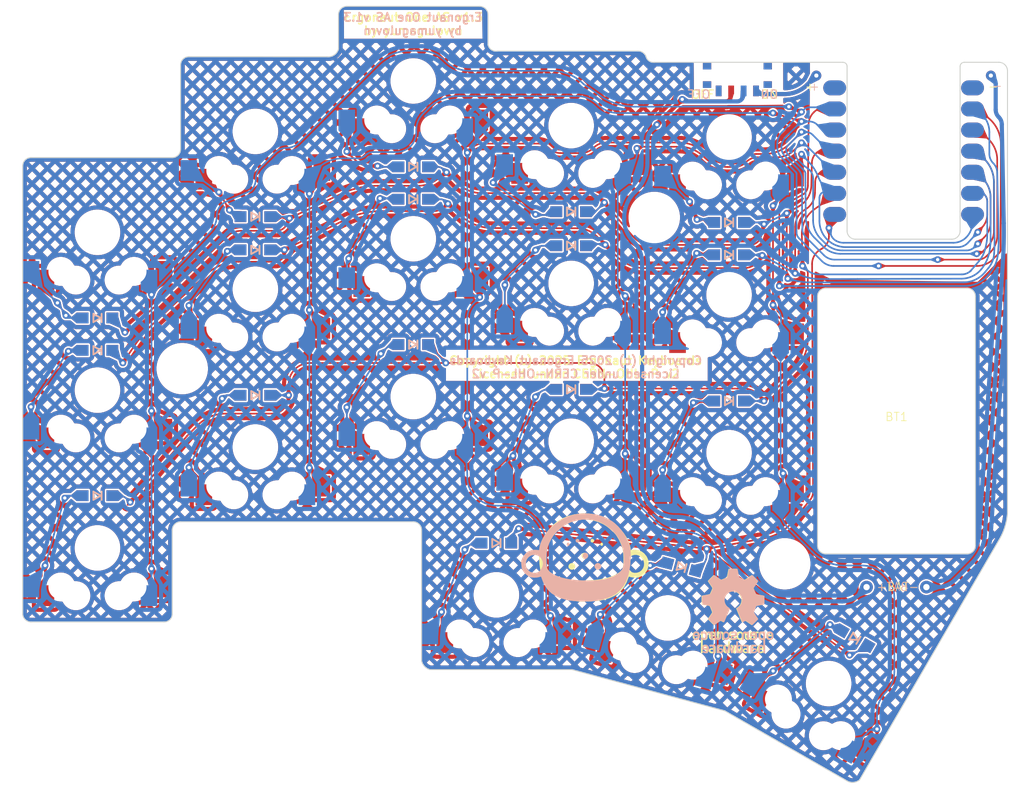
<source format=kicad_pcb>
(kicad_pcb (version 20241229) (generator "pcbnew") (generator_version "9.0")
  (layers (0 "F.Cu" signal) (2 "B.Cu" signal) (13 "F.Paste" user) (15 "B.Paste" user) (5 "F.SilkS" user "F.Silkscreen") (7 "B.SilkS" user "B.Silkscreen") (1 "F.Mask" user) (3 "B.Mask" user) (25 "Edge.Cuts" user))
  (net 0 "")
  (net 1 "R0")
  (net 3 "Net-(D2-A)")
  (net 4 "Net-(D3-A)")
  (net 5 "Net-(D4-A)")
  (net 6 "Net-(D5-A)")
  (net 7 "Net-(D6-A)")
  (net 8 "R1")
  (net 10 "Net-(D8-A)")
  (net 11 "Net-(D9-A)")
  (net 12 "Net-(D10-A)")
  (net 13 "Net-(D11-A)")
  (net 14 "Net-(D12-A)")
  (net 15 "R2")
  (net 16 "Net-(D14-A)")
  (net 17 "Net-(D15-A)")
  (net 18 "Net-(D16-A)")
  (net 19 "Net-(D17-A)")
  (net 20 "Net-(D18-A)")
  (net 21 "R3")
  (net 22 "Net-(D19-A)")
  (net 23 "Net-(D20-A)")
  (net 24 "Net-(D21-A)")
  (net 25 "C1")
  (net 26 "C2")
  (net 27 "C3")
  (net 28 "C4")
  (net 29 "C5")
  (net 30 "GND")
  (net 33 "Net-(BT1--)")
  (net 34 "Net-(BT1-+)")
  (net 35 "Net-(PWR1-A)")
  (footprint "Two:KS-27_KS-33_Hotswap_1U_DUAL" (layer "F.Cu") (at 191.477264 130.419173 -30)
    (property "Reference" "SW21")
    (property "Value" "SW_SPST" (hide yes))
  )
  (footprint "Two:KS-27_KS-33_Hotswap_1U_DUAL" (layer "F.Cu") (at 122.5 82.94097)
    (property "Reference" "SW9")
    (property "Value" "SW_SPST" (hide yes))
  )
  (footprint "Two:Hole_5.7mm" (layer "F.Cu") (at 113.7 92.5)
    (property "Reference" "H2" (hide yes))
    (property "Value" "MountingHole" (hide yes))
  )
  (footprint "Two:KS-27_KS-33_Hotswap_1U_DUAL" (layer "F.Cu") (at 172.135076 122.523186 -15)
    (property "Reference" "SW20")
    (property "Value" "SW_SPST" (hide yes))
  )
  (footprint "Two:KS-27_KS-33_Hotswap_1U_DUAL" (layer "F.Cu") (at 103.5 76.09097)
    (property "Reference" "SW2")
    (property "Value" "SW_SPST" (hide yes))
  )
  (footprint "Two:Hole_5.7mm" (layer "F.Cu") (at 186.2 116)
    (property "Reference" "H4" (hide yes))
    (property "Value" "MountingHole" (hide yes))
  )
  (footprint "Two:KS-27_KS-33_Hotswap_1U_DUAL" (layer "F.Cu") (at 160.5 63.24097)
    (property "Reference" "SW5")
    (property "Value" "SW_SPST" (hide yes))
  )
  (footprint "Two:KS-27_KS-33_Hotswap_1U_DUAL" (layer "F.Cu") (at 122.5 101.94097)
    (property "Reference" "SW15")
    (property "Value" "SW_SPST" (hide yes))
  )
  (footprint "Two:KS-27_KS-33_Hotswap_1U_DUAL" (layer "F.Cu") (at 179.5 83.61597)
    (property "Reference" "SW12")
    (property "Value" "SW_SPST" (hide yes))
  )
  (footprint "Two:KS-27_KS-33_Hotswap_1U_DUAL" (layer "F.Cu") (at 179.5 64.61597)
    (property "Reference" "SW6")
    (property "Value" "SW_SPST" (hide yes))
  )
  (footprint "Two:KS-27_KS-33_Hotswap_1U_DUAL" (layer "F.Cu") (at 160.5 101.24097)
    (property "Reference" "SW17")
    (property "Value" "SW_SPST" (hide yes))
  )
  (footprint "Two:KS-27_KS-33_Hotswap_1U_DUAL" (layer "F.Cu") (at 160.5 82.24097)
    (property "Reference" "SW11")
    (property "Value" "SW_SPST" (hide yes))
  )
  (footprint "Two:OSHW-logo" (layer "F.Cu") (at 179.94 121.69097)
    (property "Reference" "G***" (hide yes))
    (property "Value" "LOGO" (hide yes))
  )
  (footprint "Two:lp601730" (layer "F.Cu") (at 199.644 98.806)
    (property "Reference" "BT1")
    (property "Value" "LP601730")
    (fp_line (start -9.5 15) (end -9.5 -15) (stroke (width 0.12)) (layer "Edge.Cuts"))
    (fp_line (start -8.5 -16) (end 8.5 -16) (stroke (width 0.12)) (layer "Edge.Cuts"))
    (fp_line (start 8.5 16) (end -8.5 16) (stroke (width 0.12)) (layer "Edge.Cuts"))
    (fp_line (start 9.5 -15) (end 9.5 15) (stroke (width 0.12)) (layer "Edge.Cuts"))
    (fp_arc (start -9.5 -15) (mid -9.207092 -15.707092) (end -8.5 -16) (stroke (width 0.12)) (layer "Edge.Cuts"))
    (fp_arc (start -8.5 16) (mid -9.2071 15.7071) (end -9.5 15) (stroke (width 0.12)) (layer "Edge.Cuts"))
    (fp_arc (start 8.5 -16) (mid 9.207107 -15.707107) (end 9.5 -15) (stroke (width 0.12)) (layer "Edge.Cuts"))
    (fp_arc (start 9.5 15) (mid 9.207121 15.707121) (end 8.5 16) (stroke (width 0.12)) (layer "Edge.Cuts"))
  )
  (footprint "Two:KS-27_KS-33_Hotswap_1U_DUAL" (layer "F.Cu") (at 122.5 63.94097)
    (property "Reference" "SW3")
    (property "Value" "SW_SPST" (hide yes))
  )
  (footprint "Two:KS-27_KS-33_Hotswap_1U_DUAL" (layer "F.Cu") (at 179.5 102.61597)
    (property "Reference" "SW18")
    (property "Value" "SW_SPST" (hide yes))
  )
  (footprint "Two:KS-27_KS-33_Hotswap_1U_DUAL" (layer "F.Cu") (at 103.5 95.09097)
    (property "Reference" "SW8")
    (property "Value" "SW_SPST" (hide yes))
  )
  (footprint "Two:en_logo" (layer "F.Cu") (at 162.153537 115)
    (property "Reference" "G***" (hide yes))
    (property "Value" "LOGO" (hide yes))
  )
  (footprint "Two:KS-27_KS-33_Hotswap_1U_DUAL" (layer "F.Cu") (at 141.5 57.86597)
    (property "Reference" "SW4")
    (property "Value" "SW_SPST" (hide yes))
  )
  (footprint "Two:KS-27_KS-33_Hotswap_1U_DUAL" (layer "F.Cu") (at 151.5 119.7407)
    (property "Reference" "SW19")
    (property "Value" "SW_SPST" (hide yes))
  )
  (footprint "Two:KS-27_KS-33_Hotswap_1U_DUAL" (layer "F.Cu") (at 141.5 95.86597)
    (property "Reference" "SW16")
    (property "Value" "SW_SPST" (hide yes))
  )
  (footprint "Two:KS-27_KS-33_Hotswap_1U_DUAL" (layer "F.Cu") (at 103.5 114.09097)
    (property "Reference" "SW14")
    (property "Value" "SW_SPST" (hide yes))
  )
  (footprint "Two:Hole_5.7mm" (layer "F.Cu") (at 170.5 74.3)
    (property "Reference" "H3" (hide yes))
    (property "Value" "MountingHole" (hide yes))
  )
  (footprint "Two:KS-27_KS-33_Hotswap_1U_DUAL" (layer "F.Cu") (at 141.5 76.86597)
    (property "Reference" "SW10")
    (property "Value" "SW_SPST" (hide yes))
  )
  (footprint "Two:Diode_TH_SMD_DUAL" (layer "B.Cu") (at 173.778827 116.387201 165)
    (property "Reference" "D20" (hide yes))
    (property "Value" "D_Small" (hide yes))
  )
  (footprint "Two:Diode_TH_SMD_DUAL" (layer "B.Cu") (at 179.5 96.4 180)
    (property "Reference" "D18" (hide yes))
    (property "Value" "D_Small" (hide yes))
  )
  (footprint "Two:Diode_TH_SMD_DUAL" (layer "B.Cu") (at 194.630386 124.957992 150)
    (property "Reference" "D21" (hide yes))
    (property "Value" "D_Small" (hide yes))
  )
  (footprint "Two:Diode_TH_SMD_DUAL" (layer "B.Cu") (at 151.5 113.5 180)
    (property "Reference" "D19" (hide yes))
    (property "Value" "D_Small" (hide yes))
  )
  (footprint "Two:Diode_TH_SMD_DUAL" (layer "B.Cu") (at 103.5 86.4 180)
    (property "Reference" "D2" (hide yes))
    (property "Value" "D_Small" (hide yes))
  )
  (footprint "Two:Diode_TH_SMD_DUAL" (layer "B.Cu") (at 103.5 90.297 180)
    (property "Reference" "D8" (hide yes))
    (property "Value" "D_Small" (hide yes))
  )
  (footprint "Two:Diode_TH_SMD_DUAL" (layer "B.Cu") (at 160.5 95 180)
    (property "Reference" "D17" (hide yes))
    (property "Value" "D_Small" (hide yes))
  )
  (footprint "Two:Diode_TH_SMD_DUAL" (layer "B.Cu") (at 179.5 74.9 180)
    (property "Reference" "D6" (hide yes))
    (property "Value" "D_Small" (hide yes))
  )
  (footprint "Two:Diode_TH_SMD_DUAL" (layer "B.Cu") (at 179.5 78.8 180)
    (property "Reference" "D12" (hide yes))
    (property "Value" "D_Small" (hide yes))
  )
  (footprint "Two:Diode_TH_SMD_DUAL" (layer "B.Cu") (at 141.5 68.2 180)
    (property "Reference" "D4" (hide yes))
    (property "Value" "D_Small" (hide yes))
  )
  (footprint "Two:Diode_TH_SMD_DUAL" (layer "B.Cu") (at 141.5 72.1 180)
    (property "Reference" "D10" (hide yes))
    (property "Value" "D_Small" (hide yes))
  )
  (footprint "Two:XIAO_nRF52840_DUAL_WINDOW_NO_CAP" (layer "B.Cu") (at 200.5 55.616046 180)
    (property "Reference" "U1" (hide yes))
    (property "Value" "XIAO_nRF52840" (hide yes))
    (fp_line (start 6.8 -0.5) (end 6.8 -20.3) (stroke (width 0.12)) (layer "Edge.Cuts"))
    (fp_line (start 5.8 -21.3) (end -5.8 -21.3) (stroke (width 0.12)) (layer "Edge.Cuts"))
    (fp_line (start -6.8 -20.3) (end -6.8 -0.5) (stroke (width 0.12)) (layer "Edge.Cuts"))
    (fp_arc (start 7.3 0) (mid 6.946447 -0.146447) (end 6.8 -0.5) (stroke (width 0.12)) (layer "Edge.Cuts"))
    (fp_arc (start 5.8 -21.3) (mid 6.507107 -21.007107) (end 6.8 -20.3) (stroke (width 0.12)) (layer "Edge.Cuts"))
    (fp_arc (start -6.8 -0.5) (mid -6.946446 -0.146446) (end -7.3 0) (stroke (width 0.12)) (layer "Edge.Cuts"))
    (fp_arc (start -6.8 -20.3) (mid -6.507107 -21.007107) (end -5.8 -21.3) (stroke (width 0.12)) (layer "Edge.Cuts"))
  )
  (footprint "Two:Diode_TH_SMD_DUAL" (layer "B.Cu") (at 160.5 73.6 180)
    (property "Reference" "D5" (hide yes))
    (property "Value" "D_Small" (hide yes))
  )
  (footprint "Two:Diode_TH_SMD_DUAL" (layer "B.Cu") (at 122.5 74.2 180)
    (property "Reference" "D3" (hide yes))
    (property "Value" "D_Small" (hide yes))
  )
  (footprint "Two:Diode_TH_SMD_DUAL" (layer "B.Cu") (at 141.5 89.6 180)
    (property "Reference" "D16" (hide yes))
    (property "Value" "D_Small" (hide yes))
  )
  (footprint "Two:OSHW-logo" (layer "B.Cu") (at 180.01 121.69097 180)
    (property "Reference" "G***" (hide yes))
    (property "Value" "LOGO" (hide yes))
  )
  (footprint "Two:Diode_TH_SMD_DUAL" (layer "B.Cu") (at 160.5 77.7 180)
    (property "Reference" "D11" (hide yes))
    (property "Value" "D_Small" (hide yes))
  )
  (footprint "Two:MSK-12C02_DUAL" (layer "B.Cu") (at 180.5 55.92097 180)
    (property "Reference" "PWR1" (hide yes))
    (property "Value" "SW_SPDT")
  )
  (footprint "Two:Diode_TH_SMD_DUAL" (layer "B.Cu") (at 122.5 78.2 180)
    (property "Reference" "D9" (hide yes))
    (property "Value" "D_Small" (hide yes))
  )
  (footprint "Two:Diode_TH_SMD_DUAL" (layer "B.Cu") (at 122.5 95.7 180)
    (property "Reference" "D15" (hide yes))
    (property "Value" "D_Small" (hide yes))
  )
  (footprint "Two:Diode_TH_SMD_DUAL" (layer "B.Cu") (at 103.5 107.8 180)
    (property "Reference" "D14" (hide yes))
    (property "Value" "D_Small" (hide yes))
  )
  (gr_line (start 211.963 55.616046) (end 207.8 55.616046) (stroke (width 0.12)) (layer "Edge.Cuts"))
  (gr_arc (start 113.5 55.940978) (mid 113.792896 55.233874) (end 114.5 54.940978) (stroke (width 0.12)) (layer "Edge.Cuts"))
  (gr_arc (start 211.963012 55.615978) (mid 212.68331 55.90671) (end 213 56.615978) (stroke (width 0.12)) (layer "Edge.Cuts"))
  (gr_arc (start 112.5 122.083849) (mid 112.189748 122.749038) (end 111.5 123) (stroke (width 0.12)) (layer "Edge.Cuts"))
  (gr_line (start 111.5 123) (end 95.5 123) (stroke (width 0.12)) (layer "Edge.Cuts"))
  (gr_arc (start 170.508049 55.618933) (mid 169.865979 55.453027) (end 169.5 54.9) (stroke (width 0.12)) (layer "Edge.Cuts"))
  (gr_line (start 178.98 133.70097) (end 160.6 128.74097) (stroke (width 0.12)) (layer "Edge.Cuts"))
  (gr_arc (start 141.5 110.940986) (mid 142.207104 111.233882) (end 142.5 111.940986) (stroke (width 0.12)) (layer "Edge.Cuts"))
  (gr_arc (start 132.5 49.911251) (mid 132.781895 49.183773) (end 133.5 48.87879) (stroke (width 0.12)) (layer "Edge.Cuts"))
  (gr_line (start 213 56.615978) (end 213 109.982) (stroke (width 0.12)) (layer "Edge.Cuts"))
  (gr_line (start 151.6485 54.258887) (end 168.5 54.258887) (stroke (width 0.12)) (layer "Edge.Cuts"))
  (gr_arc (start 195.2 142.016509) (mid 194.526548 142.310811) (end 193.8 142.2) (stroke (width 0.12)) (layer "Edge.Cuts"))
  (gr_line (start 142.5 127.7) (end 142.5 111.940986) (stroke (width 0.12)) (layer "Edge.Cuts"))
  (gr_line (start 193.8 142.2) (end 178.98 133.70097) (stroke (width 0.12)) (layer "Edge.Cuts"))
  (gr_arc (start 168.5 54.258887) (mid 169.099994 54.423474) (end 169.5 54.9) (stroke (width 0.12)) (layer "Edge.Cuts"))
  (gr_line (start 114.5 54.940978) (end 131.1635 54.947478) (stroke (width 0.12)) (layer "Edge.Cuts"))
  (gr_line (start 170.508049 55.618934) (end 193.2 55.616046) (stroke (width 0.12)) (layer "Edge.Cuts"))
  (gr_arc (start 94.503971 68.090978) (mid 94.795468 67.385281) (end 95.5 67.090979) (stroke (width 0.12)) (layer "Edge.Cuts"))
  (gr_line (start 211.963 113.157) (end 195.2 142.016509) (stroke (width 0.12)) (layer "Edge.Cuts"))
  (gr_arc (start 112.5 111.940903) (mid 112.792922 111.233825) (end 113.5 110.940903) (stroke (width 0.12)) (layer "Edge.Cuts"))
  (gr_arc (start 151.6485 54.258887) (mid 150.919547 54.123231) (end 150.5 53.511875) (stroke (width 0.12)) (layer "Edge.Cuts"))
  (gr_line (start 94.5 122.090978) (end 94.5 68.090978) (stroke (width 0.12)) (layer "Edge.Cuts"))
  (gr_arc (start 143.5 128.740708) (mid 142.860575 128.354326) (end 142.5 127.7) (stroke (width 0.12)) (layer "Edge.Cuts"))
  (gr_line (start 133.5 48.87879) (end 149.5 48.88169) (stroke (width 0.12)) (layer "Edge.Cuts"))
  (gr_arc (start 113.5 66.090948) (mid 113.207135 66.798091) (end 112.5 67.090978) (stroke (width 0.12)) (layer "Edge.Cuts"))
  (gr_line (start 132.5 54.0065) (end 132.5 49.911256) (stroke (width 0.12)) (layer "Edge.Cuts"))
  (gr_line (start 112.5 122.083849) (end 112.5 111.940903) (stroke (width 0.12)) (layer "Edge.Cuts"))
  (gr_arc (start 149.5 48.88169) (mid 150.20746 49.175408) (end 150.5 49.883355) (stroke (width 0.12)) (layer "Edge.Cuts"))
  (gr_arc (start 95.499786 123.006822) (mid 94.830045 122.734316) (end 94.500001 122.090978) (stroke (width 0.12)) (layer "Edge.Cuts"))
  (gr_line (start 95.5 67.090978) (end 112.5 67.090978) (stroke (width 0.12)) (layer "Edge.Cuts"))
  (gr_line (start 160.6 128.74097) (end 143.5 128.740708) (stroke (width 0.12)) (layer "Edge.Cuts"))
  (gr_arc (start 132.5 54.0065) (mid 132.006243 54.724827) (end 131.1635 54.947478) (stroke (width 0.12)) (layer "Edge.Cuts"))
  (gr_line (start 150.5 49.883355) (end 150.5 53.511875) (stroke (width 0.12)) (layer "Edge.Cuts"))
  (gr_line (start 141.5 110.940986) (end 113.5 110.940986) (stroke (width 0.12)) (layer "Edge.Cuts"))
  (gr_line (start 113.5 66.090948) (end 113.5 55.940978) (stroke (width 0.12)) (layer "Edge.Cuts"))
  (gr_arc (start 213 109.982) (mid 212.665892 111.629725) (end 211.963 113.157) (stroke (width 0.12)) (layer "Edge.Cuts"))
  (gr_text "Ergonaut One AS v1.3\nby yumagulovrn" (at 141.5 51 0) (layer "F.SilkS") (effects (font (size 1 1) (thickness 0.2) (bold yes))))
  (gr_text "Copyright (c) 2025 Ergonaut Keyboards\nLicensed under CERN-OHL-P v2" (at 161.036 92.329 0) (layer "F.SilkS") (effects (font (size 1 1) (thickness 0.2) (bold yes))))
  (gr_text "Ergonaut One AS v1.3\nby yumagulovrn" (at 141.42 51 0) (layer "B.SilkS") (effects (font (size 1 1) (thickness 0.2) (bold yes)) (justify mirror)))
  (gr_text "Copyright (c) 2025 Ergonaut Keyboards\nLicensed under CERN-OHL-P v2" (at 161.036 92.329 0) (layer "B.SilkS") (effects (font (size 1 1) (thickness 0.2) (bold yes)) (justify mirror)))
  (segment (start 183.7 75.1) (end 183.65 75.1) (width 0.2) (layer "F.Cu") (net 1))
  (segment (start 145.167015 68.532985) (end 145.5 68.86597) (width 0.2) (layer "F.Cu") (net 1))
  (segment (start 126.6 74.4) (end 126.258578 74.2) (width 0.2) (layer "F.Cu") (net 1))
  (segment (start 106.807 88.138) (end 108.0135 87.122) (width 0.2) (layer "F.Cu") (net 1))
  (segment (start 120.865127 75.9) (end 125.072352 75.9) (width 0.2) (layer "F.Cu") (net 1))
  (segment (start 182.017902 77.6) (end 170.132129 77.6) (width 0.2) (layer "F.Cu") (net 1))
  (segment (start 119.17024 76.526608) (end 110.387112 85.044988) (width 0.2) (layer "F.Cu") (net 1))
  (segment (start 168.049526 76.695967) (end 167.911191 76.547983) (width 0.2) (layer "F.Cu") (net 1))
  (segment (start 145.5 68.86597) (end 146.754015 70.119985) (width 0.2) (layer "F.Cu") (net 1))
  (segment (start 183.742731 75.174038) (end 183.752693 75.184) (width 0.2) (layer "F.Cu") (net 1))
  (segment (start 137.188655 70.485) (end 142.08537 70.485) (width 0.2) (layer "F.Cu") (net 1))
  (segment (start 163.251906 73.748093) (end 164.5 72.5) (width 0.2) (layer "F.Cu") (net 1))
  (segment (start 106.807 88.138) (end 105.2875 86.4) (width 0.2) (layer "F.Cu") (net 1))
  (segment (start 186.563 81.661) (end 186.4995 81.28) (width 0.2) (layer "F.Cu") (net 1))
  (segment (start 183.5 75) (end 183.564644 75.064644) (width 0.2) (layer "F.Cu") (net 1))
  (segment (start 126.6 74.4) (end 132.781741 71.474992) (width 0.2) (layer "F.Cu") (net 1))
  (segment (start 144.363118 68.2) (end 143.2875 68.2) (width 0.2) (layer "F.Cu") (net 1))
  (segment (start 187.8965 72.9615) (end 186.436 73.787) (width 0.2) (layer "F.Cu") (net 1))
  (segment (start 126.6 74.4) (end 126.249983 75.150036) (width 0.2) (layer "F.Cu") (net 1))
  (segment (start 145.5 68.86597) (end 145.432985 68.932985) (width 0.2) (layer "F.Cu") (net 1))
  (segment (start 145.426503 68.885167) (end 144.404751 69.685083) (width 0.2) (layer "F.Cu") (net 1))
  (segment (start 164.5 72.5) (end 163.937 71.937) (width 0.2) (layer "F.Cu") (net 1))
  (segment (start 183.258578 74.9) (end 181.2875 74.9) (width 0.2) (layer "F.Cu") (net 1))
  (segment (start 183.7 75.1) (end 183.7 75.15) (width 0.2) (layer "F.Cu") (net 1))
  (segment (start 186.436 73.787) (end 186.436 80.512744) (width 0.2) (layer "F.Cu") (net 1))
  (segment (start 126.6 74.4) (end 124.2875 74.2) (width 0.2) (layer "F.Cu") (net 1))
  (segment (start 164.5 72.5) (end 167.642637 76.244827) (width 0.2) (layer "F.Cu") (net 1))
  (segment (start 145.5 68.86597) (end 145.47285 68.86597) (width 0.2) (layer "F.Cu") (net 1))
  (segment (start 189.398326 70.458858) (end 189.465 67.753082) (width 0.2) (layer "F.Cu") (net 1))
  (segment (start 162.577797 71.374) (end 149.781475 71.374) (width 0.2) (layer "F.Cu") (net 1))
  (segment (start 183.682714 75.246917) (end 183.420885 76.312095) (width 0.2) (layer "F.Cu") (net 1))
  (segment (start 183.289946 76.71301) (end 183.338613 76.580908) (width 0.2) (layer "F.Cu") (net 1))
  (via (at 183.7 75.1) (size 0.8) (drill 0.4) (layers "F.Cu" "B.Cu") (net 1))
  (via (at 126.6 74.4) (size 0.8) (drill 0.4) (layers "F.Cu" "B.Cu") (net 1))
  (via (at 145.5 68.86597) (size 0.8) (drill 0.4) (layers "F.Cu" "B.Cu") (net 1))
  (via (at 106.807 88.138) (size 0.8) (drill 0.4) (layers "F.Cu" "B.Cu") (net 1))
  (via (at 186.436 73.787) (size 0.8) (drill 0.4) (layers "F.Cu" "B.Cu") (net 1))
  (via (at 164.5 72.5) (size 0.8) (drill 0.4) (layers "F.Cu" "B.Cu") (net 1))
  (via (at 186.563 81.661) (size 0.8) (drill 0.4) (layers "F.Cu" "B.Cu") (net 1))
  (arc (start 167.642637 76.244827) (mid 167.774885 76.398202) (end 167.911191 76.547983) (width 0.2) (layer "F.Cu") (net 1))
  (arc (start 163.251906 73.748093) (mid 162.972881 73.934531) (end 162.64375 74) (width 0.2) (layer "F.Cu") (net 1))
  (arc (start 149.781475 71.374) (mid 148.143025 71.048092) (end 146.754015 70.119985) (width 0.2) (layer "F.Cu") (net 1))
  (arc (start 187.8965 72.9615) (mid 188.977515 71.908272) (end 189.398326 70.458858) (width 0.2) (layer "F.Cu") (net 1))
  (arc (start 183.65 75.1) (mid 183.603805 75.090811) (end 183.564644 75.064644) (width 0.2) (layer "F.Cu") (net 1))
  (arc (start 183.742731 75.174038) (mid 183.714336 75.174514) (end 183.7 75.15) (width 0.2) (layer "F.Cu") (net 1))
  (arc (start 125.072352 75.9) (mid 125.770435 75.696602) (end 126.249983 75.150036) (width 0.2) (layer "F.Cu") (net 1))
  (arc (start 145.167015 68.532985) (mid 144.798183 68.286539) (end 144.363118 68.2) (width 0.2) (layer "F.Cu") (net 1))
  (arc (start 137.188655 70.485) (mid 134.930283 70.735544) (end 132.781741 71.474992) (width 0.2) (layer "F.Cu") (net 1))
  (arc (start 142.08537 70.485) (mid 143.312092 70.279403) (end 144.404751 69.685083) (width 0.2) (layer "F.Cu") (net 1))
  (arc (start 168.049526 76.695967) (mid 168.996951 77.364244) (end 170.132129 77.6) (width 0.2) (layer "F.Cu") (net 1))
  (arc (start 119.17024 76.526608) (mid 119.53427 76.244702) (end 119.9515 76.05) (width 0.2) (layer "F.Cu") (net 1))
  (arc (start 183.682714 75.246917) (mid 183.695644 75.199223) (end 183.7 75.15) (width 0.2) (layer "F.Cu") (net 1))
  (arc (start 186.436 80.512744) (mid 186.451902 80.897683) (end 186.4995 81.28) (width 0.2) (layer "F.Cu") (net 1))
  (arc (start 108.0135 87.122) (mid 109.210152 86.094745) (end 110.387112 85.044988) (width 0.2) (layer "F.Cu") (net 1))
  (arc (start 183.5 75) (mid 183.389234 74.925989) (end 183.258578 74.9) (width 0.2) (layer "F.Cu") (net 1))
  (arc (start 189.944477 66.595523) (mid 189.589612 67.126615) (end 189.465 67.753082) (width 0.2) (layer "F.Cu") (net 1))
  (arc (start 120.865127 75.9) (mid 120.402197 75.937749) (end 119.9515 76.05) (width 0.2) (layer "F.Cu") (net 1))
  (arc (start 183.420885 76.312095) (mid 183.383512 76.447653) (end 183.338613 76.580908) (width 0.2) (layer "F.Cu") (net 1))
  (arc (start 145.426503 68.885167) (mid 145.447767 68.870959) (end 145.47285 68.86597) (width 0.2) (layer "F.Cu") (net 1))
  (arc (start 182.017902 77.6) (mid 182.79328 77.356358) (end 183.289946 76.71301) (width 0.2) (layer "F.Cu") (net 1))
  (arc (start 183.682714 75.246917) (mid 183.706544 75.205389) (end 183.742731 75.174038) (width 0.2) (layer "F.Cu") (net 1))
  (arc (start 191.102036 66.116046) (mid 190.475569 66.240658) (end 189.944477 66.595523) (width 0.2) (layer "F.Cu") (net 1))
  (arc (start 126.258578 74.2) (mid 126.389234 74.225989) (end 126.5 74.3) (width 0.2) (layer "F.Cu") (net 1))
  (arc (start 162.577797 71.374) (mid 163.313392 71.520318) (end 163.937 71.937) (width 0.2) (layer "F.Cu") (net 1))
  (segment (start 189.173556 82.112) (end 207.691762 82.112) (width 0.2) (layer "B.Cu") (net 1))
  (segment (start 163.251906 73.748093) (end 164.5 72.5) (width 0.2) (layer "B.Cu") (net 1))
  (segment (start 144.363118 68.2) (end 143.2875 68.2) (width 0.2) (layer "B.Cu") (net 1))
  (segment (start 126.5 74.3) (end 126.6 74.4) (width 0.2) (layer "B.Cu") (net 1))
  (segment (start 210.21798 67.264066) (end 209.06996 66.116046) (width 0.2) (layer "B.Cu") (net 1))
  (segment (start 210.723421 80.367764) (end 210.311999 80.870499) (width 0.2) (layer "B.Cu") (net 1))
  (segment (start 183.7 75.1) (end 186.436 73.787) (width 0.2) (layer "B.Cu") (net 1))
  (segment (start 186.563 81.661) (end 187.4235 81.8865) (width 0.2) (layer "B.Cu") (net 1))
  (segment (start 211.44395 76.769449) (end 211.366 70.035631) (width 0.2) (layer "B.Cu") (net 1))
  (segment (start 126.258578 74.2) (end 124.2875 74.2) (width 0.2) (layer "B.Cu") (net 1))
  (segment (start 106.807 88.138) (end 105.2875 86.4) (width 0.2) (layer "B.Cu") (net 1))
  (segment (start 183.358578 74.9) (end 181.2875 74.9) (width 0.2) (layer "B.Cu") (net 1))
  (segment (start 145.167015 68.532985) (end 145.5 68.86597) (width 0.2) (layer "B.Cu") (net 1))
  (arc (start 210.21798 67.264066) (mid 211.067639 68.53567) (end 211.366 70.035631) (width 0.2) (layer "B.Cu") (net 1))
  (arc (start 211.44395 76.769449) (mid 211.436355 77.723487) (end 211.3915 78.6765) (width 0.2) (layer "B.Cu") (net 1))
  (arc (start 126.5 74.3) (mid 126.389234 74.225989) (end 126.258578 74.2) (width 0.2) (layer "B.Cu") (net 1))
  (arc (start 145.167015 68.532985) (mid 144.798183 68.286539) (end 144.363118 68.2) (width 0.2) (layer "B.Cu") (net 1))
  (arc (start 189.173556 82.112) (mid 188.291293 82.055392) (end 187.4235 81.8865) (width 0.2) (layer "B.Cu") (net 1))
  (arc (start 163.251906 73.748093) (mid 162.972881 73.934531) (end 162.64375 74) (width 0.2) (layer "B.Cu") (net 1))
  (arc (start 207.691762 82.112) (mid 209.1415 81.785923) (end 210.311999 80.870499) (width 0.2) (layer "B.Cu") (net 1))
  (arc (start 210.723421 80.367764) (mid 211.189435 79.574264) (end 211.3915 78.6765) (width 0.2) (layer "B.Cu") (net 1))
  (segment (start 98.854553 84.784545) (end 99.7 86.1) (width 0.2) (layer "F.Cu") (net 3))
  (segment (start 99.7 86.1) (end 99.85 86.25) (width 0.2) (layer "F.Cu") (net 3))
  (segment (start 97.78155 83.68455) (end 98.679 84.582) (width 0.2) (layer "F.Cu") (net 3))
  (segment (start 98.679 84.582) (end 98.7425 84.6455) (width 0.2) (layer "F.Cu") (net 3))
  (segment (start 100.212132 86.4) (end 101.9125 86.4) (width 0.2) (layer "F.Cu") (net 3))
  (via (at 98.679 84.582) (size 0.8) (drill 0.4) (layers "F.Cu" "B.Cu") (net 3))
  (via (at 99.7 86.1) (size 0.8) (drill 0.4) (layers "F.Cu" "B.Cu") (net 3))
  (arc (start 98.854553 84.784545) (mid 98.802252 84.712019) (end 98.7425 84.6455) (width 0.2) (layer "F.Cu") (net 3))
  (arc (start 99.85 86.25) (mid 100.016147 86.361016) (end 100.212132 86.4) (width 0.2) (layer "F.Cu") (net 3))
  (arc (start 97.78155 83.68455) (mid 97.42515 83.15116) (end 97.3 82.521985) (width 0.2) (layer "F.Cu") (net 3))
  (segment (start 99.7 86.1) (end 99.85 86.25) (width 0.2) (layer "B.Cu") (net 3))
  (segment (start 98.854553 84.784545) (end 99.7 86.1) (width 0.2) (layer "B.Cu") (net 3))
  (segment (start 98.679 84.582) (end 95.716385 81.619385) (width 0.2) (layer "B.Cu") (net 3))
  (segment (start 100.212132 86.4) (end 101.9125 86.4) (width 0.2) (layer "B.Cu") (net 3))
  (segment (start 98.679 84.582) (end 98.7425 84.6455) (width 0.2) (layer "B.Cu") (net 3))
  (arc (start 98.854553 84.784545) (mid 98.802252 84.712019) (end 98.7425 84.6455) (width 0.2) (layer "B.Cu") (net 3))
  (arc (start 99.85 86.25) (mid 100.016147 86.361016) (end 100.212132 86.4) (width 0.2) (layer "B.Cu") (net 3))
  (segment (start 117.85603 71.247) (end 118.11 71.247) (width 0.2) (layer "F.Cu") (net 4))
  (segment (start 120.7125 74.2) (end 120.174 74.2) (width 0.2) (layer "F.Cu") (net 4))
  (segment (start 116.3 69.69097) (end 117.85603 71.247) (width 0.2) (layer "F.Cu") (net 4))
  (segment (start 119.38 73.406) (end 118.11 71.247) (width 0.2) (layer "F.Cu") (net 4))
  (segment (start 120.174 74.2) (end 119.38 73.406) (width 0.2) (layer "F.Cu") (net 4))
  (via (at 118.11 71.247) (size 0.8) (drill 0.4) (layers "F.Cu" "B.Cu") (net 4))
  (via (at 119.38 73.406) (size 0.8) (drill 0.4) (layers "F.Cu" "B.Cu") (net 4))
  (segment (start 118.11 71.247) (end 114.5 68.64097) (width 0.2) (layer "B.Cu") (net 4))
  (segment (start 120.174 74.2) (end 119.38 73.406) (width 0.2) (layer "B.Cu") (net 4))
  (segment (start 120.7125 74.2) (end 120.174 74.2) (width 0.2) (layer "B.Cu") (net 4))
  (segment (start 137.37071 68.2) (end 139.7125 68.2) (width 0.2) (layer "F.Cu") (net 5))
  (segment (start 133.5 66.36597) (end 135.3 64.56597) (width 0.2) (layer "F.Cu") (net 5))
  (segment (start 137.2 68.1) (end 137.25 68.15) (width 0.2) (layer "F.Cu") (net 5))
  (segment (start 136.217015 68.1) (end 137.2 68.1) (width 0.2) (layer "F.Cu") (net 5))
  (segment (start 133.5 66.36597) (end 134.538954 67.404924) (width 0.2) (layer "F.Cu") (net 5))
  (via (at 133.5 66.36597) (size 0.8) (drill 0.4) (layers "F.Cu" "B.Cu") (net 5))
  (via (at 137.2 68.1) (size 0.8) (drill 0.4) (layers "F.Cu" "B.Cu") (net 5))
  (arc (start 136.217015 68.1) (mid 135.308855 67.919355) (end 134.538954 67.404924) (width 0.2) (layer "F.Cu") (net 5))
  (arc (start 137.37071 68.2) (mid 137.305382 68.187005) (end 137.25 68.15) (width 0.2) (layer "F.Cu") (net 5))
  (segment (start 133.5 66.36597) (end 133.5 62.56597) (width 0.2) (layer "B.Cu") (net 5))
  (segment (start 137.37071 68.2) (end 139.7125 68.2) (width 0.2) (layer "B.Cu") (net 5))
  (segment (start 137.2 68.1) (end 137.25 68.15) (width 0.2) (layer "B.Cu") (net 5))
  (arc (start 137.37071 68.2) (mid 137.305382 68.187005) (end 137.25 68.15) (width 0.2) (layer "B.Cu") (net 5))
  (segment (start 156.985765 74) (end 158.659375 74) (width 0.2) (layer "F.Cu") (net 6))
  (segment (start 151.1 70.1) (end 151.654515 69.545485) (width 0.2) (layer "F.Cu") (net 6))
  (segment (start 156.261679 73.957448) (end 156.373709 73.957448) (width 0.2) (layer "F.Cu") (net 6))
  (segment (start 152.993232 68.99097) (end 154.3 68.99097) (width 0.2) (layer "F.Cu") (net 6))
  (segment (start 156.225136 73.942311) (end 156.21 73.927175) (width 0.2) (layer "F.Cu") (net 6))
  (via (at 151.1 70.1) (size 0.8) (drill 0.4) (layers "F.Cu" "B.Cu") (net 6))
  (via (at 156.21 73.927175) (size 0.8) (drill 0.4) (layers "F.Cu" "B.Cu") (net 6))
  (arc (start 152.993232 68.99097) (mid 152.268723 69.135083) (end 151.654515 69.545485) (width 0.2) (layer "F.Cu") (net 6))
  (arc (start 156.985765 74) (mid 156.679097 73.988702) (end 156.373709 73.957448) (width 0.2) (layer "F.Cu") (net 6))
  (arc (start 156.225136 73.942311) (mid 156.241902 73.953514) (end 156.261679 73.957448) (width 0.2) (layer "F.Cu") (net 6))
  (segment (start 151.1 70.1) (end 152.5 67.94097) (width 0.2) (layer "B.Cu") (net 6))
  (segment (start 151.1 70.1) (end 156.097891 73.897891) (width 0.2) (layer "B.Cu") (net 6))
  (segment (start 156.225136 73.942311) (end 156.21 73.927175) (width 0.2) (layer "B.Cu") (net 6))
  (segment (start 156.261679 73.957448) (end 156.373709 73.957448) (width 0.2) (layer "B.Cu") (net 6))
  (segment (start 156.168587 73.927175) (end 156.21 73.927175) (width 0.2) (layer "B.Cu") (net 6))
  (segment (start 156.985765 74) (end 158.659375 74) (width 0.2) (layer "B.Cu") (net 6))
  (arc (start 156.225136 73.942311) (mid 156.241902 73.953514) (end 156.261679 73.957448) (width 0.2) (layer "B.Cu") (net 6))
  (arc (start 156.168587 73.927175) (mid 156.130326 73.919564) (end 156.097891 73.897891) (width 0.2) (layer "B.Cu") (net 6))
  (arc (start 156.985765 74) (mid 156.679097 73.988702) (end 156.373709 73.957448) (width 0.2) (layer "B.Cu") (net 6))
  (segment (start 175.641 74.549) (end 177.6635 74.549) (width 0.2) (layer "F.Cu") (net 7))
  (segment (start 175.4205 74.0245) (end 175.641 74.549) (width 0.2) (layer "F.Cu") (net 7))
  (segment (start 174.752 72.39) (end 173.3 70.938) (width 0.2) (layer "F.Cu") (net 7))
  (segment (start 174.752 72.39) (end 174.987053 72.972387) (width 0.2) (layer "F.Cu") (net 7))
  (via (at 174.752 72.39) (size 0.8) (drill 0.4) (layers "F.Cu" "B.Cu") (net 7))
  (via (at 175.641 74.549) (size 0.8) (drill 0.4) (layers "F.Cu" "B.Cu") (net 7))
  (arc (start 175.4205 74.0245) (mid 175.201888 73.499221) (end 174.987053 72.972387) (width 0.2) (layer "F.Cu") (net 7))
  (segment (start 175.641 74.549) (end 175.6655 74.5245) (width 0.2) (layer "B.Cu") (net 7))
  (segment (start 175.724648 74.5) (end 177.7125 74.5) (width 0.2) (layer "B.Cu") (net 7))
  (segment (start 174.752 72.39) (end 171.67797 69.31597) (width 0.2) (layer "B.Cu") (net 7))
  (arc (start 175.724648 74.5) (mid 175.692637 74.506367) (end 175.6655 74.5245) (width 0.2) (layer "B.Cu") (net 7))
  (segment (start 126 78.2) (end 126 78.589) (width 0.2) (layer "F.Cu") (net 8))
  (segment (start 147.2565 74.1045) (end 145.669 72.644) (width 0.2) (layer "F.Cu") (net 8))
  (segment (start 133.3119 74.562754) (end 126 78.2) (width 0.2) (layer "F.Cu") (net 8))
  (segment (start 145.397 72.372) (end 145.669 72.644) (width 0.2) (layer "F.Cu") (net 8))
  (segment (start 183.252512 79.347487) (end 182.849999 79.749999) (width 0.2) (layer "F.Cu") (net 8))
  (segment (start 120.49896 79.629) (end 124.888673 79.629) (width 0.2) (layer "F.Cu") (net 8))
  (segment (start 164.6 77.59097) (end 166.004515 78.995485) (width 0.2) (layer "F.Cu") (net 8))
  (segment (start 164.444704 77.5) (end 162.2875 77.5) (width 0.2) (layer "F.Cu") (net 8))
  (segment (start 183.5 78.75) (end 183.49186 78.867) (width 0.2) (layer "F.Cu") (net 8))
  (segment (start 125.724935 79.253064) (end 125.674499 79.303499) (width 0.2) (layer "F.Cu") (net 8))
  (segment (start 145.161 73.0885) (end 145.669 72.644) (width 0.2) (layer "F.Cu") (net 8))
  (segment (start 144.740333 72.1) (end 143.2875 72.1) (width 0.2) (layer "F.Cu") (net 8))
  (segment (start 126 78.2) (end 124.2875 78.2) (width 0.2) (layer "F.Cu") (net 8))
  (segment (start 189.837822 71.345515) (end 189.865 70.043845) (width 0.2) (layer "F.Cu") (net 8))
  (segment (start 164.6 77.59097) (end 163.604515 76.595485) (width 0.2) (layer "F.Cu") (net 8))
  (segment (start 190.931954 68.656046) (end 191.185954 68.656046) (width 0.2) (layer "F.Cu") (net 8))
  (segment (start 190.271477 69.062523) (end 190.498348 68.835651) (width 0.2) (layer "F.Cu") (net 8))
  (segment (start 187.452 81.026) (end 187.452 75.43511) (width 0.2) (layer "F.Cu") (net 8))
  (segment (start 107.548648 90.327527) (end 106.553 91.821) (width 0.2) (layer "F.Cu") (net 8))
  (segment (start 164.554515 77.545485) (end 164.6 77.59097) (width 0.2) (layer "F.Cu") (net 8))
  (segment (start 183.29593 78.8335) (end 183.49186 78.867) (width 0.2) (layer "F.Cu") (net 8))
  (segment (start 143.977985 73.533) (end 137.694078 73.533) (width 0.2) (layer "F.Cu") (net 8))
  (segment (start 116.580281 81.169048) (end 109.917635 87.362493) (width 0.2) (layer "F.Cu") (net 8))
  (segment (start 169.395314 80.4) (end 181.280761 80.4) (width 0.2) (layer "F.Cu") (net 8))
  (segment (start 161.201201 75.6) (end 151.001122 75.571109) (width 0.2) (layer "F.Cu") (net 8))
  (segment (start 182.901226 78.8) (end 181.2875 78.8) (width 0.2) (layer "F.Cu") (net 8))
  (segment (start 106.553 91.821) (end 105.2875 90.297) (width 0.2) (layer "F.Cu") (net 8))
  (segment (start 164.6 77.59097) (end 164.487031 77.59097) (width 0.2) (layer "F.Cu") (net 8))
  (via (at 106.553 91.821) (size 0.8) (drill 0.4) (layers "F.Cu" "B.Cu") (net 8))
  (via (at 187.452 81.026) (size 0.8) (drill 0.4) (layers "F.Cu" "B.Cu") (net 8))
  (via (at 145.669 72.644) (size 0.8) (drill 0.4) (layers "F.Cu" "B.Cu") (net 8))
  (via (at 183.49186 78.867) (size 0.8) (drill 0.4) (layers "F.Cu" "B.Cu") (net 8))
  (via (at 126 78.2) (size 0.8) (drill 0.4) (layers "F.Cu" "B.Cu") (net 8))
  (via (at 164.6 77.59097) (size 0.8) (drill 0.4) (layers "F.Cu" "B.Cu") (net 8))
  (arc (start 133.3119 74.562754) (mid 135.443307 73.793897) (end 137.694078 73.533) (width 0.2) (layer "F.Cu") (net 8))
  (arc (start 188.658499 73.342499) (mid 187.775228 74.227357) (end 187.452 75.43511) (width 0.2) (layer "F.Cu") (net 8))
  (arc (start 164.554515 77.545485) (mid 164.504133 77.511821) (end 164.444704 77.5) (width 0.2) (layer "F.Cu") (net 8))
  (arc (start 190.498348 68.835651) (mid 190.697288 68.702723) (end 190.931954 68.656046) (width 0.2) (layer "F.Cu") (net 8))
  (arc (start 166.004515 78.995485) (mid 167.560226 80.034978) (end 169.395314 80.4) (width 0.2) (layer "F.Cu") (net 8))
  (arc (start 161.201201 75.6) (mid 162.501865 75.858718) (end 163.604515 76.595485) (width 0.2) (layer "F.Cu") (net 8))
  (arc (start 189.865 70.043845) (mid 189.970639 69.512757) (end 190.271477 69.062523) (width 0.2) (layer "F.Cu") (net 8))
  (arc (start 182.849999 79.749999) (mid 182.130026 80.23107) (end 181.280761 80.4) (width 0.2) (layer "F.Cu") (net 8))
  (arc (start 120.49896 79.629) (mid 118.39374 80.02783) (end 116.580281 81.169048) (width 0.2) (layer "F.Cu") (net 8))
  (arc (start 108.6485 88.773) (mid 108.087789 89.542633) (end 107.548648 90.327527) (width 0.2) (layer "F.Cu") (net 8))
  (arc (start 182.901226 78.8) (mid 183.099287 78.80839) (end 183.29593 78.8335) (width 0.2) (layer "F.Cu") (net 8))
  (arc (start 125.674499 79.303499) (mid 125.313959 79.544405) (end 124.888673 79.629) (width 0.2) (layer "F.Cu") (net 8))
  (arc (start 125.724935 79.253064) (mid 125.928512 78.948388) (end 126 78.589) (width 0.2) (layer "F.Cu") (net 8))
  (arc (start 145.397 72.372) (mid 145.095718 72.17069) (end 144.740333 72.1) (width 0.2) (layer "F.Cu") (net 8))
  (arc (start 188.658499 73.342499) (mid 189.509815 72.498516) (end 189.837822 71.345515) (width 0.2) (layer "F.Cu") (net 8))
  (arc (start 183.252512 79.347487) (mid 183.435679 79.073357) (end 183.5 78.75) (width 0.2) (layer "F.Cu") (net 8))
  (arc (start 143.977985 73.533) (mid 144.609868 73.418207) (end 145.161 73.0885) (width 0.2) (layer "F.Cu") (net 8))
  (arc (start 147.2565 74.1045) (mid 148.991405 75.188636) (end 151.001122 75.571109) (width 0.2) (layer "F.Cu") (net 8))
  (arc (start 108.6485 88.773) (mid 109.251596 88.039429) (end 109.917635 87.362493) (width 0.2) (layer "F.Cu") (net 8))
  (segment (start 187.452 81.026) (end 188.43 81.369) (width 0.2) (layer "B.Cu") (net 8))
  (segment (start 144.740333 72.1) (end 143.2875 72.1) (width 0.2) (layer "B.Cu") (net 8))
  (segment (start 126 78.2) (end 124.2875 78.2) (width 0.2) (layer "B.Cu") (net 8))
  (segment (start 182.901226 78.8) (end 181.2875 78.8) (width 0.2) (layer "B.Cu") (net 8))
  (segment (start 164.554515 77.545485) (end 164.6 77.59097) (width 0.2) (layer "B.Cu") (net 8))
  (segment (start 106.553 91.821) (end 105.2875 90.297) (width 0.2) (layer "B.Cu") (net 8))
  (segment (start 183.29593 78.8335) (end 183.49186 78.867) (width 0.2) (layer "B.Cu") (net 8))
  (segment (start 164.6 77.59097) (end 164.487031 77.59097) (width 0.2) (layer "B.Cu") (net 8))
  (segment (start 210.966 71.892788) (end 210.966 77.451) (width 0.2) (layer "B.Cu") (net 8))
  (segment (start 164.444704 77.5) (end 162.2875 77.5) (width 0.2) (layer "B.Cu") (net 8))
  (segment (start 191.257958 81.712) (end 190.444403 81.712) (width 0.2) (layer "B.Cu") (net 8))
  (segment (start 145.397 72.372) (end 145.669 72.644) (width 0.2) (layer "B.Cu") (net 8))
  (segment (start 187.452 81.026) (end 183.49186 78.867) (width 0.2) (layer "B.Cu") (net 8))
  (segment (start 194.957864 81.706031) (end 207.479447 81.665631) (width 0.2) (layer "B.Cu") (net 8))
  (segment (start 210.890966 78.02103) (end 210.947 77.47) (width 0.2) (layer "B.Cu") (net 8))
  (segment (start 210.01798 69.604066) (end 209.06996 68.656046) (width 0.2) (layer "B.Cu") (net 8))
  (arc (start 145.397 72.372) (mid 145.095718 72.17069) (end 144.740333 72.1) (width 0.2) (layer "B.Cu") (net 8))
  (arc (start 210.966 71.892788) (mid 210.719617 70.65414) (end 210.01798 69.604066) (width 0.2) (layer "B.Cu") (net 8))
  (arc (start 164.554515 77.545485) (mid 164.504133 77.511821) (end 164.444704 77.5) (width 0.2) (layer "B.Cu") (net 8))
  (arc (start 188.43 81.369) (mid 189.422705 81.625637) (end 190.444403 81.712) (width 0.2) (layer "B.Cu") (net 8))
  (arc (start 209.830365 80.555134) (mid 210.548939 79.366903) (end 210.890966 78.02103) (width 0.2) (layer "B.Cu") (net 8))
  (arc (start 191.257958 81.712) (mid 193.107913 81.710507) (end 194.957864 81.706031) (width 0.2) (layer "B.Cu") (net 8))
  (arc (start 207.479447 81.665631) (mid 208.778508 81.372048) (end 209.830365 80.555134) (width 0.2) (layer "B.Cu") (net 8))
  (arc (start 182.901226 78.8) (mid 183.099287 78.80839) (end 183.29593 78.8335) (width 0.2) (layer "B.Cu") (net 8))
  (segment (start 100.175831 90.297) (end 101.8445 90.297) (width 0.2) (layer "F.Cu") (net 10))
  (segment (start 95.5 98.070485) (end 95.5 97.1) (width 0.2) (layer "F.Cu") (net 10))
  (segment (start 96.186236 99.727206) (end 97.3 100.84097) (width 0.2) (layer "F.Cu") (net 10))
  (segment (start 100 90.4) (end 100.0515 90.3485) (width 0.2) (layer "F.Cu") (net 10))
  (via (at 95.5 97.1) (size 0.8) (drill 0.4) (layers "F.Cu" "B.Cu") (net 10))
  (via (at 100 90.4) (size 0.8) (drill 0.4) (layers "F.Cu" "B.Cu") (net 10))
  (arc (start 95.5 98.070485) (mid 95.678346 98.967096) (end 96.186236 99.727206) (width 0.2) (layer "F.Cu") (net 10))
  (arc (start 100.0515 90.3485) (mid 100.108543 90.310384) (end 100.175831 90.297) (width 0.2) (layer "F.Cu") (net 10))
  (segment (start 100.175831 90.297) (end 101.8445 90.297) (width 0.2) (layer "B.Cu") (net 10))
  (segment (start 96.137 96.1115) (end 95.5 97.1) (width 0.2) (layer "B.Cu") (net 10))
  (segment (start 100 90.4) (end 97.437276 94.151935) (width 0.2) (layer "B.Cu") (net 10))
  (segment (start 95.5 97.1) (end 95.5 99.79097) (width 0.2) (layer "B.Cu") (net 10))
  (segment (start 100 90.4) (end 100.0515 90.3485) (width 0.2) (layer "B.Cu") (net 10))
  (arc (start 100.0515 90.3485) (mid 100.108543 90.310384) (end 100.175831 90.297) (width 0.2) (layer "B.Cu") (net 10))
  (arc (start 96.137 96.1115) (mid 96.780569 95.127358) (end 97.437276 94.151935) (width 0.2) (layer "B.Cu") (net 10))
  (segment (start 119.397429 78.2) (end 120.7125 78.2) (width 0.2) (layer "F.Cu") (net 11))
  (segment (start 114.5 84.9) (end 116 88.178837) (width 0.2) (layer "F.Cu") (net 11))
  (segment (start 119.126 78.359) (end 119.2055 78.2795) (width 0.2) (layer "F.Cu") (net 11))
  (via (at 119.126 78.359) (size 0.8) (drill 0.4) (layers "F.Cu" "B.Cu") (net 11))
  (via (at 114.5 84.9) (size 0.8) (drill 0.4) (layers "F.Cu" "B.Cu") (net 11))
  (arc (start 119.2055 78.2795) (mid 119.293557 78.220661) (end 119.397429 78.2) (width 0.2) (layer "F.Cu") (net 11))
  (segment (start 114.5 84.9) (end 118.946739 78.686029) (width 0.2) (layer "B.Cu") (net 11))
  (segment (start 119.397429 78.2) (end 120.7125 78.2) (width 0.2) (layer "B.Cu") (net 11))
  (segment (start 119.2055 78.2795) (end 119.126 78.359) (width 0.2) (layer "B.Cu") (net 11))
  (segment (start 119.062499 78.549499) (end 119.081098 78.530901) (width 0.2) (layer "B.Cu") (net 11))
  (segment (start 114.5 84.9) (end 114.5 87.64097) (width 0.2) (layer "B.Cu") (net 11))
  (segment (start 119.126 78.359) (end 119.126 78.4225) (width 0.2) (layer "B.Cu") (net 11))
  (arc (start 118.946739 78.686029) (mid 119.001814 78.615386) (end 119.062499 78.549499) (width 0.2) (layer "B.Cu") (net 11))
  (arc (start 119.081098 78.530901) (mid 119.11433 78.481166) (end 119.126 78.4225) (width 0.2) (layer "B.Cu") (net 11))
  (arc (start 119.2055 78.2795) (mid 119.293557 78.220661) (end 119.397429 78.2) (width 0.2) (layer "B.Cu") (net 11))
  (segment (start 137.5 72) (end 139.7125 72) (width 0.2) (layer "F.Cu") (net 12))
  (segment (start 133.731 80.147485) (end 133.731 79.248) (width 0.2) (layer "F.Cu") (net 12))
  (segment (start 134.367031 81.683001) (end 135.3 82.61597) (width 0.2) (layer "F.Cu") (net 12))
  (via (at 137.5 72) (size 0.8) (drill 0.4) (layers "F.Cu" "B.Cu") (net 12))
  (via (at 133.731 79.248) (size 0.8) (drill 0.4) (layers "F.Cu" "B.Cu") (net 12))
  (arc (start 133.731 80.147485) (mid 133.896299 80.9785) (end 134.367031 81.683001) (width 0.2) (layer "F.Cu") (net 12))
  (segment (start 137.5 72) (end 136.6315 73.592) (width 0.2) (layer "B.Cu") (net 12))
  (segment (start 137.5 72) (end 139.7125 72) (width 0.2) (layer "B.Cu") (net 12))
  (segment (start 134.951981 76.806037) (end 133.731 79.248) (width 0.2) (layer "B.Cu") (net 12))
  (segment (start 133.6155 79.3635) (end 133.731 79.248) (width 0.2) (layer "B.Cu") (net 12))
  (segment (start 133.5 79.642341) (end 133.5 81.56597) (width 0.2) (layer "B.Cu") (net 12))
  (arc (start 134.951981 76.806037) (mid 135.777371 75.191509) (end 136.6315 73.592) (width 0.2) (layer "B.Cu") (net 12))
  (arc (start 133.6155 79.3635) (mid 133.530017 79.491433) (end 133.5 79.642341) (width 0.2) (layer "B.Cu") (net 12))
  (segment (start 152.52545 82.423) (end 152.52545 84.961623) (width 0.2) (layer "F.Cu") (net 13))
  (segment (start 156.476 77.966) (end 156.21 78.232) (width 0.2) (layer "F.Cu") (net 13))
  (segment (start 157.11818 77.7) (end 158.7125 77.7) (width 0.2) (layer "F.Cu") (net 13))
  (via (at 156.21 78.232) (size 0.8) (drill 0.4) (layers "F.Cu" "B.Cu") (net 13))
  (via (at 152.52545 82.423) (size 0.8) (drill 0.4) (layers "F.Cu" "B.Cu") (net 13))
  (arc (start 152.52545 84.961623) (mid 152.756045 86.120904) (end 153.412725 87.103695) (width 0.2) (layer "F.Cu") (net 13))
  (arc (start 157.11818 77.7) (mid 156.770634 77.769131) (end 156.476 77.966) (width 0.2) (layer "F.Cu") (net 13))
  (segment (start 156.476 77.966) (end 156.21 78.232) (width 0.2) (layer "B.Cu") (net 13))
  (segment (start 152.5 82.466445) (end 152.5 85.94097) (width 0.2) (layer "B.Cu") (net 13))
  (segment (start 152.52545 82.423) (end 152.52545 82.169775) (width 0.2) (layer "B.Cu") (net 13))
  (segment (start 156.21 78.232) (end 152.704507 81.737492) (width 0.2) (layer "B.Cu") (net 13))
  (segment (start 152.52545 82.423) (end 152.512725 82.435725) (width 0.2) (layer "B.Cu") (net 13))
  (segment (start 157.11818 77.7) (end 158.7125 77.7) (width 0.2) (layer "B.Cu") (net 13))
  (arc (start 152.52545 82.169775) (mid 152.571985 81.935825) (end 152.704507 81.737492) (width 0.2) (layer "B.Cu") (net 13))
  (arc (start 157.11818 77.7) (mid 156.770634 77.769131) (end 156.476 77.966) (width 0.2) (layer "B.Cu") (net 13))
  (arc (start 152.5 82.466445) (mid 152.503307 82.449819) (end 152.512725 82.435725) (width 0.2) (layer "B.Cu") (net 13))
  (segment (start 172.15972 88.22569) (end 173.3 89.36597) (width 0.2) (layer "F.Cu") (net 14))
  (segment (start 175.6 78.6) (end 177.7125 78.8) (width 0.2) (layer "F.Cu") (net 14))
  (segment (start 171.5 85.7) (end 171.5 86.632985) (width 0.2) (layer "F.Cu") (net 14))
  (segment (start 175.6 78.6) (end 175.941421 78.8) (width 0.2) (layer "F.Cu") (net 14))
  (segment (start 175.6 78.6) (end 175.7 78.7) (width 0.2) (layer "F.Cu") (net 14))
  (via (at 175.6 78.6) (size 0.8) (drill 0.4) (layers "F.Cu" "B.Cu") (net 14))
  (via (at 171.5 85.7) (size 0.8) (drill 0.4) (layers "F.Cu" "B.Cu") (net 14))
  (arc (start 175.941421 78.8) (mid 175.810764 78.77401) (end 175.7 78.7) (width 0.2) (layer "F.Cu") (net 14))
  (arc (start 171.5 86.632985) (mid 171.671455 87.49495) (end 172.15972 88.22569) (width 0.2) (layer "F.Cu") (net 14))
  (segment (start 175.6 78.6) (end 171.5 85.7) (width 0.2) (layer "B.Cu") (net 14))
  (segment (start 175.6 78.6) (end 175.7 78.7) (width 0.2) (layer "B.Cu") (net 14))
  (segment (start 175.941421 78.8) (end 177.7125 78.8) (width 0.2) (layer "B.Cu") (net 14))
  (segment (start 171.5 85.7) (end 171.5 88.31597) (width 0.2) (layer "B.Cu") (net 14))
  (arc (start 175.941421 78.8) (mid 175.810764 78.77401) (end 175.7 78.7) (width 0.2) (layer "B.Cu") (net 14))
  (segment (start 181.274085 94.9) (end 164.5 94.9) (width 0.2) (layer "F.Cu") (net 15))
  (segment (start 126.5 96.106) (end 126.5 95.7) (width 0.2) (layer "F.Cu") (net 15))
  (segment (start 188.976 88.870036) (end 188.976 81.051598) (width 0.2) (layer "F.Cu") (net 15))
  (segment (start 106.101921 107.8) (end 105.2875 107.8) (width 0.2) (layer "F.Cu") (net 15))
  (segment (start 126.5 95.7) (end 124.2875 95.7) (width 0.2) (layer "F.Cu") (net 15))
  (segment (start 114.24479 100.656071) (end 107.442 108.585) (width 0.2) (layer "F.Cu") (net 15))
  (segment (start 145.381942 91.694442) (end 143.2875 89.6) (width 0.2) (layer "F.Cu") (net 15))
  (segment (start 183.7 96.4) (end 187.382207 92.717792) (width 0.2) (layer "F.Cu") (net 15))
  (segment (start 183.7 96.4) (end 181.2875 96.4) (width 0.2) (layer "F.Cu") (net 15))
  (segment (start 190.899351 72.506998) (end 189.763476 73.317022) (width 0.2) (layer "F.Cu") (net 15))
  (segment (start 164.45 94.95) (end 164.5 94.9) (width 0.2) (layer "F.Cu") (net 15))
  (segment (start 164.5 93.615169) (end 164.5 94.9) (width 0.2) (layer "F.Cu") (net 15))
  (segment (start 107.1245 108.9025) (end 107.442 108.585) (width 0.2) (layer "F.Cu") (net 15))
  (segment (start 183.7 96.4) (end 183 95.65) (width 0.2) (layer "F.Cu") (net 15))
  (segment (start 107.0495 108.1925) (end 107.442 108.585) (width 0.2) (layer "F.Cu") (net 15))
  (segment (start 129.087973 91.821) (end 162.70583 91.821) (width 0.2) (layer "F.Cu") (net 15))
  (segment (start 164.329289 95) (end 162.2875 95) (width 0.2) (layer "F.Cu") (net 15))
  (segment (start 126.5 94.408973) (end 126.5 95.7) (width 0.2) (layer "F.Cu") (net 15))
  (segment (start 145.415 91.77425) (end 145.415 91.821) (width 0.2) (layer "F.Cu") (net 15))
  (segment (start 126.260869 96.840104) (end 125.988 97.2145) (width 0.2) (layer "F.Cu") (net 15))
  (segment (start 114.255656 100.628343) (end 115.6085 99.2755) (width 0.2) (layer "F.Cu") (net 15))
  (segment (start 188.256281 76.324646) (end 188.341 80.137) (width 0.2) (layer "F.Cu") (net 15))
  (segment (start 188.6585 80.391) (end 188.341 80.137) (width 0.2) (layer "F.Cu") (net 15))
  (segment (start 118.888209 97.917) (end 124.606718 97.917) (width 0.2) (layer "F.Cu") (net 15))
  (via (at 188.341 80.137) (size 0.8) (drill 0.4) (layers "F.Cu" "B.Cu") (net 15))
  (via (at 126.5 95.7) (size 0.8) (drill 0.4) (layers "F.Cu" "B.Cu") (net 15))
  (via (at 183.7 96.4) (size 0.8) (drill 0.4) (layers "F.Cu" "B.Cu") (net 15))
  (via (at 145.415 91.821) (size 0.8) (drill 0.4) (layers "F.Cu" "B.Cu") (net 15))
  (via (at 107.442 108.585) (size 0.8) (drill 0.4) (layers "F.Cu" "B.Cu") (net 15))
  (via (at 164.5 94.9) (size 0.8) (drill 0.4) (layers "F.Cu" "B.Cu") (net 15))
  (arc (start 126.5 96.106) (mid 126.43871 96.492035) (end 126.260869 96.840104) (width 0.2) (layer "F.Cu") (net 15))
  (arc (start 107.0495 108.1925) (mid 106.614747 107.902007) (end 106.101921 107.8) (width 0.2) (layer "F.Cu") (net 15))
  (arc (start 126.5 94.408973) (mid 126.696997 93.418598) (end 127.258 92.579) (width 0.2) (layer "F.Cu") (net 15))
  (arc (start 145.381942 91.694442) (mid 145.406408 91.731058) (end 145.415 91.77425) (width 0.2) (layer "F.Cu") (net 15))
  (arc (start 191.312954 71.704046) (mid 191.203476 72.155654) (end 190.899351 72.506998) (width 0.2) (layer "F.Cu") (net 15))
  (arc (start 183 95.65) (mid 182.215 95.095603) (end 181.274085 94.9) (width 0.2) (layer "F.Cu") (net 15))
  (arc (start 114.24479 100.656071) (mid 114.248655 100.649502) (end 114.25 100.642) (width 0.2) (layer "F.Cu") (net 15))
  (arc (start 129.087973 91.821) (mid 128.097598 92.017997) (end 127.258 92.579) (width 0.2) (layer "F.Cu") (net 15))
  (arc (start 188.976 88.870036) (mid 188.561786 90.952426) (end 187.382207 92.717792) (width 0.2) (layer "F.Cu") (net 15))
  (arc (start 188.6585 80.391) (mid 188.892504 80.685129) (end 188.976 81.051598) (width 0.2) (layer "F.Cu") (net 15))
  (arc (start 164.45 94.95) (mid 164.394617 94.987005) (end 164.329289 95) (width 0.2) (layer "F.Cu") (net 15))
  (arc (start 164.5 93.615169) (mid 164.363426 92.92857) (end 163.9745 92.3465) (width 0.2) (layer "F.Cu") (net 15))
  (arc (start 188.256281 76.324646) (mid 188.636474 74.633712) (end 189.763476 73.317022) (width 0.2) (layer "F.Cu") (net 15))
  (arc (start 162.70583 91.821) (mid 163.392429 91.957573) (end 163.9745 92.3465) (width 0.2) (layer "F.Cu") (net 15))
  (arc (start 118.888209 97.917) (mid 117.113243 98.270062) (end 115.6085 99.2755) (width 0.2) (layer "F.Cu") (net 15))
  (arc (start 125.988 97.2145) (mid 125.381548 97.731285) (end 124.606718 97.917) (width 0.2) (layer "F.Cu") (net 15))
  (arc (start 114.25 100.642) (mid 114.251469 100.634608) (end 114.255656 100.628343) (width 0.2) (layer "F.Cu") (net 15))
  (segment (start 210.223023 71.539023) (end 210.166454 71.482454) (width 0.2) (layer "B.Cu") (net 15))
  (segment (start 210.566 76.282433) (end 210.566 72.367042) (width 0.2) (layer "B.Cu") (net 15))
  (segment (start 107.0495 108.1925) (end 107.442 108.585) (width 0.2) (layer "B.Cu") (net 15))
  (segment (start 208.534 80.772) (end 208.592615 80.703615) (width 0.2) (layer "B.Cu") (net 15))
  (segment (start 145.415 91.821) (end 143.320557 89.726557) (width 0.2) (layer "B.Cu") (net 15))
  (segment (start 208.534 80.772) (end 209.541868 79.596153) (width 0.2) (layer "B.Cu") (net 15))
  (segment (start 190.248641 81.153) (end 207.507519 81.153) (width 0.2) (layer "B.Cu") (net 15))
  (segment (start 126.5 95.7) (end 124.2875 95.7) (width 0.2) (layer "B.Cu") (net 15))
  (segment (start 210.275877 78.231432) (end 210.309531 78.113642) (width 0.2) (layer "B.Cu") (net 15))
  (segment (start 188.341 80.137) (end 188.9125 80.645) (width 0.2) (layer "B.Cu") (net 15))
  (segment (start 164.45 94.95) (end 164.5 94.9) (width 0.2) (layer "B.Cu") (net 15))
  (segment (start 164.329289 95) (end 162.2875 95) (width 0.2) (layer "B.Cu") (net 15))
  (segment (start 106.101921 107.8) (end 105.2875 107.8) (width 0.2) (layer "B.Cu") (net 15))
  (segment (start 183.7 96.4) (end 181.2875 96.4) (width 0.2) (layer "B.Cu") (net 15))
  (arc (start 188.9125 80.645) (mid 189.533914 81.021714) (end 190.248641 81.153) (width 0.2) (layer "B.Cu") (net 15))
  (arc (start 210.566 72.367042) (mid 210.476863 71.918921) (end 210.223023 71.539023) (width 0.2) (layer "B.Cu") (net 15))
  (arc (start 207.507519 81.153) (mid 208.094773 81.036202) (end 208.592615 80.703615) (width 0.2) (layer "B.Cu") (net 15))
  (arc (start 210.309531 78.113642) (mid 210.501571 77.206974) (end 210.566 76.282433) (width 0.2) (layer "B.Cu") (net 15))
  (arc (start 210.166454 71.482454) (mid 209.849213 71.270481) (end 209.475003 71.196046) (width 0.2) (layer "B.Cu") (net 15))
  (arc (start 107.0495 108.1925) (mid 106.614747 107.902007) (end 106.101921 107.8) (width 0.2) (layer "B.Cu") (net 15))
  (arc (start 164.45 94.95) (mid 164.394617 94.987005) (end 164.329289 95) (width 0.2) (layer "B.Cu") (net 15))
  (arc (start 209.541868 79.596153) (mid 209.982566 78.953428) (end 210.275877 78.231432) (width 0.2) (layer "B.Cu") (net 15))
  (segment (start 97.2 116.2) (end 97.2 119.74097) (width 0.2) (layer "F.Cu") (net 16))
  (segment (start 99.568 108.077) (end 99.7065 107.9385) (width 0.2) (layer "F.Cu") (net 16))
  (segment (start 100.040868 107.8) (end 101.7125 107.8) (width 0.2) (layer "F.Cu") (net 16))
  (via (at 99.568 108.077) (size 0.8) (drill 0.4) (layers "F.Cu" "B.Cu") (net 16))
  (via (at 97.2 116.2) (size 0.8) (drill 0.4) (layers "F.Cu" "B.Cu") (net 16))
  (arc (start 100.040868 107.8) (mid 99.859909 107.835994) (end 99.7065 107.9385) (width 0.2) (layer "F.Cu") (net 16))
  (segment (start 97.2 116.2) (end 95.5 118.79097) (width 0.2) (layer "B.Cu") (net 16))
  (segment (start 98.2615 112.466446) (end 97.2 116.2) (width 0.2) (layer "B.Cu") (net 16))
  (segment (start 99.568 108.077) (end 99.1235 109.5375) (width 0.2) (layer "B.Cu") (net 16))
  (segment (start 100.040868 107.8) (end 101.7125 107.8) (width 0.2) (layer "B.Cu") (net 16))
  (segment (start 99.568 108.077) (end 99.7065 107.9385) (width 0.2) (layer "B.Cu") (net 16))
  (arc (start 98.2615 112.466446) (mid 98.68575 110.999986) (end 99.1235 109.5375) (width 0.2) (layer "B.Cu") (net 16))
  (arc (start 100.040868 107.8) (mid 99.859909 107.835994) (end 99.7065 107.9385) (width 0.2) (layer "B.Cu") (net 16))
  (segment (start 118.5 96.1) (end 118.7 95.9) (width 0.2) (layer "F.Cu") (net 17))
  (segment (start 115.722862 105.622862) (end 114.5 104.4) (width 0.2) (layer "F.Cu") (net 17))
  (segment (start 119.182842 95.7) (end 120.7125 95.7) (width 0.2) (layer "F.Cu") (net 17))
  (via (at 114.5 104.4) (size 0.8) (drill 0.4) (layers "F.Cu" "B.Cu") (net 17))
  (via (at 118.5 96.1) (size 0.8) (drill 0.4) (layers "F.Cu" "B.Cu") (net 17))
  (arc (start 118.7 95.9) (mid 118.921529 95.751978) (end 119.182842 95.7) (width 0.2) (layer "F.Cu") (net 17))
  (arc (start 115.722862 105.622862) (mid 116.113001 106.206746) (end 116.25 106.895485) (width 0.2) (layer "F.Cu") (net 17))
  (segment (start 119.182842 95.7) (end 120.7125 95.7) (width 0.2) (layer "B.Cu") (net 17))
  (segment (start 117.67 97.8975) (end 118.5 96.1) (width 0.2) (layer "B.Cu") (net 17))
  (segment (start 114.5 104.4) (end 114.5 106.64097) (width 0.2) (layer "B.Cu") (net 17))
  (segment (start 118.5 96.1) (end 118.7 95.9) (width 0.2) (layer "B.Cu") (net 17))
  (segment (start 115.958342 101.467734) (end 114.5 104.4) (width 0.2) (layer "B.Cu") (net 17))
  (arc (start 117.67 97.8975) (mid 116.827084 99.688808) (end 115.958342 101.467734) (width 0.2) (layer "B.Cu") (net 17))
  (arc (start 118.7 95.9) (mid 118.921529 95.751978) (end 119.182842 95.7) (width 0.2) (layer "B.Cu") (net 17))
  (segment (start 137.6 90.7) (end 138.342027 89.957972) (width 0.2) (layer "F.Cu") (net 18))
  (segment (start 133.5 98.543177) (end 133.5 97.155) (width 0.2) (layer "F.Cu") (net 18))
  (via (at 133.5 97.155) (size 0.8) (drill 0.4) (layers "F.Cu" "B.Cu") (net 18))
  (via (at 137.6 90.7) (size 0.8) (drill 0.4) (layers "F.Cu" "B.Cu") (net 18))
  (arc (start 133.5 98.543177) (mid 133.733902 99.719084) (end 134.4 100.71597) (width 0.2) (layer "F.Cu") (net 18))
  (arc (start 138.342027 89.957972) (mid 138.738535 89.693033) (end 139.20625 89.6) (width 0.2) (layer "F.Cu") (net 18))
  (segment (start 137.6 90.7) (end 138.342027 89.957972) (width 0.2) (layer "B.Cu") (net 18))
  (segment (start 133.9965 96.3295) (end 133.5 97.155) (width 0.2) (layer "B.Cu") (net 18))
  (segment (start 133.5 97.155) (end 133.5 100.56597) (width 0.2) (layer "B.Cu") (net 18))
  (segment (start 135.016143 94.695122) (end 137.6 90.7) (width 0.2) (layer "B.Cu") (net 18))
  (arc (start 138.342027 89.957972) (mid 138.738535 89.693033) (end 139.20625 89.6) (width 0.2) (layer "B.Cu") (net 18))
  (arc (start 133.9965 96.3295) (mid 134.499661 95.508155) (end 135.016143 94.695122) (width 0.2) (layer "B.Cu") (net 18))
  (segment (start 153.5 103) (end 154.3 106.99097) (width 0.2) (layer "F.Cu") (net 19))
  (segment (start 156.65 95.45) (end 156.2 95.9) (width 0.2) (layer "F.Cu") (net 19))
  (segment (start 157.736396 95) (end 158.7125 95) (width 0.2) (layer "F.Cu") (net 19))
  (via (at 153.5 103) (size 0.8) (drill 0.4) (layers "F.Cu" "B.Cu") (net 19))
  (via (at 156.2 95.9) (size 0.8) (drill 0.4) (layers "F.Cu" "B.Cu") (net 19))
  (arc (start 157.736396 95) (mid 157.148442 95.116951) (end 156.65 95.45) (width 0.2) (layer "F.Cu") (net 19))
  (segment (start 152.5 104.707106) (end 152.5 105.94097) (width 0.2) (layer "B.Cu") (net 19))
  (segment (start 154.1565 101.284) (end 153.5 103) (width 0.2) (layer "B.Cu") (net 19))
  (segment (start 155.462838 97.849466) (end 156.2 95.9) (width 0.2) (layer "B.Cu") (net 19))
  (segment (start 153.5 103) (end 153 103.5) (width 0.2) (layer "B.Cu") (net 19))
  (segment (start 157.736396 95) (end 158.7125 95) (width 0.2) (layer "B.Cu") (net 19))
  (segment (start 156.65 95.45) (end 156.2 95.9) (width 0.2) (layer "B.Cu") (net 19))
  (arc (start 153 103.5) (mid 152.629945 104.053825) (end 152.5 104.707106) (width 0.2) (layer "B.Cu") (net 19))
  (arc (start 156.65 95.45) (mid 157.148442 95.116951) (end 157.736396 95) (width 0.2) (layer "B.Cu") (net 19))
  (arc (start 155.462838 97.849466) (mid 154.811334 99.567366) (end 154.1565 101.284) (width 0.2) (layer "B.Cu") (net 19))
  (segment (start 172.15972 107.22569) (end 173.3 108.36597) (width 0.2) (layer "F.Cu") (net 20))
  (segment (start 171.5 105.632985) (end 171.5 104.7) (width 0.2) (layer "F.Cu") (net 20))
  (segment (start 175.3 96.5) (end 175.2 96.6) (width 0.2) (layer "F.Cu") (net 20))
  (segment (start 175.541421 96.4) (end 175.2 96.6) (width 0.2) (layer "F.Cu") (net 20))
  (segment (start 175.2 96.6) (end 177.7125 96.4) (width 0.2) (layer "F.Cu") (net 20))
  (via (at 171.5 104.7) (size 0.8) (drill 0.4) (layers "F.Cu" "B.Cu") (net 20))
  (via (at 175.2 96.6) (size 0.8) (drill 0.4) (layers "F.Cu" "B.Cu") (net 20))
  (arc (start 171.5 105.632985) (mid 171.671455 106.49495) (end 172.15972 107.22569) (width 0.2) (layer "F.Cu") (net 20))
  (arc (start 175.3 96.5) (mid 175.410764 96.425989) (end 175.541421 96.4) (width 0.2) (layer "F.Cu") (net 20))
  (segment (start 171.5 104.7) (end 171.5 107.31597) (width 0.2) (layer "B.Cu") (net 20))
  (segment (start 175.541421 96.4) (end 177.7125 96.4) (width 0.2) (layer "B.Cu") (net 20))
  (segment (start 172.3005 102.9595) (end 171.5 104.7) (width 0.2) (layer "B.Cu") (net 20))
  (segment (start 175.2 96.6) (end 173.893576 99.474877) (width 0.2) (layer "B.Cu") (net 20))
  (segment (start 175.2 96.6) (end 175.3 96.5) (width 0.2) (layer "B.Cu") (net 20))
  (arc (start 175.3 96.5) (mid 175.410764 96.425989) (end 175.541421 96.4) (width 0.2) (layer "B.Cu") (net 20))
  (arc (start 172.3005 102.9595) (mid 173.099018 101.218094) (end 173.893576 99.474877) (width 0.2) (layer "B.Cu") (net 20))
  (segment (start 176.278977 116.210253) (end 175.526592 116.962639) (width 0.2) (layer "F.Cu") (net 21))
  (segment (start 191.516 76.567975) (end 191.516 75.565) (width 0.2) (layer "F.Cu") (net 21))
  (segment (start 183.698327 112.934902) (end 180.20077 113.582598) (width 0.2) (layer "F.Cu") (net 21))
  (segment (start 153.587843 112.350156) (end 154.178 111.76) (width 0.2) (layer "F.Cu") (net 21))
  (segment (start 187.328046 110.73824) (end 189.171683 108.389316) (width 0.2) (layer "F.Cu") (net 21))
  (segment (start 176.8055 114.939115) (end 176.8055 114.1945) (width 0.2) (layer "F.Cu") (net 21))
  (segment (start 177.93775 113.99325) (end 176.8055 114.1945) (width 0.2) (layer "F.Cu") (net 21))
  (segment (start 154.178 111.76) (end 171.627721 113.608977) (width 0.2) (layer "F.Cu") (net 21))
  (segment (start 196.073739 126.021799) (end 194 127) (width 0.2) (layer "F.Cu") (net 21))
  (segment (start 189.611 107.328711) (end 189.489206 79.912134) (width 0.2) (layer "F.Cu") (net 21))
  (segment (start 191.516 75.565) (end 191.73004 73.936046) (width 0.2) (layer "F.Cu") (net 21))
  (segment (start 190.646634 78.071113) (end 190.5 78.155475) (width 0.2) (layer "F.Cu") (net 21))
  (segment (start 194 127) (end 176.8055 114.1945) (width 0.2) (layer "F.Cu") (net 21))
  (segment (start 175.08025 113.99325) (end 176.8055 114.1945) (width 0.2) (layer "F.Cu") (net 21))
  (via (at 176.8055 114.1945) (size 0.8) (drill 0.4) (layers "F.Cu" "B.Cu") (net 21))
  (via (at 194 127) (size 0.8) (drill 0.4) (layers "F.Cu" "B.Cu") (net 21))
  (via (at 154.178 111.76) (size 0.8) (drill 0.4) (layers "F.Cu" "B.Cu") (net 21))
  (via (at 191.516 75.565) (size 0.8) (drill 0.4) (layers "F.Cu" "B.Cu") (net 21))
  (arc (start 153.587843 112.350156) (mid 153.365556 112.682832) (end 153.2875 113.07525) (width 0.2) (layer "F.Cu") (net 21))
  (arc (start 175.08025 113.99325) (mid 173.354492 113.796556) (end 171.627721 113.608977) (width 0.2) (layer "F.Cu") (net 21))
  (arc (start 187.328046 110.73824) (mid 185.713681 112.167865) (end 183.698327 112.934902) (width 0.2) (layer "F.Cu") (net 21))
  (arc (start 189.611 107.328711) (mid 189.496825 107.902706) (end 189.171683 108.389316) (width 0.2) (layer "F.Cu") (net 21))
  (arc (start 177.93775 113.99325) (mid 179.069629 113.789961) (end 180.20077 113.582598) (width 0.2) (layer "F.Cu") (net 21))
  (arc (start 176.8055 114.939115) (mid 176.668661 115.62705) (end 176.278977 116.210253) (width 0.2) (layer "F.Cu") (net 21))
  (arc (start 190.5 78.155475) (mid 189.75785 78.897575) (end 189.489206 79.912134) (width 0.2) (layer "F.Cu") (net 21))
  (arc (start 190.646634 78.071113) (mid 191.283006 77.436194) (end 191.516 76.567975) (width 0.2) (layer "F.Cu") (net 21))
  (segment (start 176.278977 116.210253) (end 175.526592 116.962639) (width 0.2) (layer "B.Cu") (net 21))
  (segment (start 194 127) (end 196.073739 126.021799) (width 0.2) (layer "B.Cu") (net 21))
  (segment (start 193.276757 77.345386) (end 206.493178 77.343108) (width 0.2) (layer "B.Cu") (net 21))
  (segment (start 176.8055 114.939115) (end 176.8055 114.1945) (width 0.2) (layer "B.Cu") (net 21))
  (segment (start 208.788 74.868299) (end 208.788 74.018006) (width 0.2) (layer "B.Cu") (net 21))
  (segment (start 153.587843 112.350156) (end 154.178 111.76) (width 0.2) (layer "B.Cu") (net 21))
  (segment (start 191.516 75.565) (end 191.743549 76.323496) (width 0.2) (layer "B.Cu") (net 21))
  (arc (start 176.278977 116.210253) (mid 176.668661 115.62705) (end 176.8055 114.939115) (width 0.2) (layer "B.Cu") (net 21))
  (arc (start 153.587843 112.350156) (mid 153.365556 112.682832) (end 153.2875 113.07525) (width 0.2) (layer "B.Cu") (net 21))
  (arc (start 192.36011 77.100921) (mid 192.802574 77.283306) (end 193.276757 77.345386) (width 0.2) (layer "B.Cu") (net 21))
  (arc (start 192.36011 77.100921) (mid 191.977264 76.771345) (end 191.743549 76.323496) (width 0.2) (layer "B.Cu") (net 21))
  (arc (start 208.026 76.708) (mid 208.589953 75.863957) (end 208.788 74.868299) (width 0.2) (layer "B.Cu") (net 21))
  (arc (start 206.493178 77.343108) (mid 207.322728 77.177983) (end 208.026 76.708) (width 0.2) (layer "B.Cu") (net 21))
  (segment (start 148.1 113.9) (end 147.7 114.3) (width 0.2) (layer "F.Cu") (net 22))
  (segment (start 144.9 121.8) (end 144.9 124.574152) (width 0.2) (layer "F.Cu") (net 22))
  (segment (start 149.065685 113.5) (end 149.7125 113.5) (width 0.2) (layer "F.Cu") (net 22))
  (via (at 144.9 121.8) (size 0.8) (drill 0.4) (layers "F.Cu" "B.Cu") (net 22))
  (via (at 147.7 114.3) (size 0.8) (drill 0.4) (layers "F.Cu" "B.Cu") (net 22))
  (arc (start 149.065685 113.5) (mid 148.54306 113.603956) (end 148.1 113.9) (width 0.2) (layer "F.Cu") (net 22))
  (segment (start 147.7 114.3) (end 146.859778 116.471996) (width 0.2) (layer "B.Cu") (net 22))
  (segment (start 149.065685 113.5) (end 149.7125 113.5) (width 0.2) (layer "B.Cu") (net 22))
  (segment (start 144.9 121.8) (end 145.5385 120.0185) (width 0.2) (layer "B.Cu") (net 22))
  (segment (start 148.1 113.9) (end 147.7 114.3) (width 0.2) (layer "B.Cu") (net 22))
  (segment (start 144.9 121.8) (end 143.5 124.4407) (width 0.2) (layer "B.Cu") (net 22))
  (arc (start 148.1 113.9) (mid 148.54306 113.603956) (end 149.065685 113.5) (width 0.2) (layer "B.Cu") (net 22))
  (arc (start 146.859778 116.471996) (mid 146.188069 118.241124) (end 145.5385 120.0185) (width 0.2) (layer "B.Cu") (net 22))
  (segment (start 170.277642 116.037361) (end 172.073408 116.037361) (width 0.2) (layer "F.Cu") (net 23))
  (segment (start 170 116.2) (end 170.081319 116.11868) (width 0.2) (layer "F.Cu") (net 23))
  (segment (start 164.658126 123.223491) (end 164.658126 126.472581) (width 0.2) (layer "F.Cu") (net 23))
  (segment (start 164.329063 122.429063) (end 164 122.1) (width 0.2) (layer "F.Cu") (net 23))
  (via (at 170 116.2) (size 0.8) (drill 0.4) (layers "F.Cu" "B.Cu") (net 23))
  (via (at 164 122.1) (size 0.8) (drill 0.4) (layers "F.Cu" "B.Cu") (net 23))
  (arc (start 170.277642 116.037361) (mid 170.171392 116.058495) (end 170.081319 116.11868) (width 0.2) (layer "F.Cu") (net 23))
  (arc (start 164.329063 122.429063) (mid 164.572605 122.793549) (end 164.658126 123.223491) (width 0.2) (layer "F.Cu") (net 23))
  (segment (start 170 116.2) (end 172.073408 116.037361) (width 0.2) (layer "B.Cu") (net 23))
  (segment (start 164.135355 122.064644) (end 170 116.2) (width 0.2) (layer "B.Cu") (net 23))
  (segment (start 164 122.1) (end 163.19122 124.992485) (width 0.2) (layer "B.Cu") (net 23))
  (segment (start 164.05 122.1) (end 164 122.1) (width 0.2) (layer "B.Cu") (net 23))
  (arc (start 164.135355 122.064644) (mid 164.096193 122.090811) (end 164.05 122.1) (width 0.2) (layer "B.Cu") (net 23))
  (segment (start 191.643 123.317) (end 192.977699 124.234299) (width 0.2) (layer "F.Cu") (net 24))
  (segment (start 184.8 128.9) (end 183.880518 129.819481) (width 0.2) (layer "F.Cu") (net 24))
  (via (at 191.643 123.317) (size 0.8) (drill 0.4) (layers "F.Cu" "B.Cu") (net 24))
  (via (at 184.8 128.9) (size 0.8) (drill 0.4) (layers "F.Cu" "B.Cu") (net 24))
  (arc (start 183.880518 129.819481) (mid 183.401214 130.536809) (end 183.232906 131.382956) (width 0.2) (layer "F.Cu") (net 24))
  (segment (start 191.643 123.317) (end 186.642447 127.52201) (width 0.2) (layer "B.Cu") (net 24))
  (segment (start 191.643 123.317) (end 192.977699 124.234299) (width 0.2) (layer "B.Cu") (net 24))
  (segment (start 184.8 128.9) (end 182.199061 130.489492) (width 0.2) (layer "B.Cu") (net 24))
  (segment (start 184.8 128.9) (end 185.4275 128.458) (width 0.2) (layer "B.Cu") (net 24))
  (arc (start 185.4275 128.458) (mid 186.044982 128.002996) (end 186.642447 127.52201) (width 0.2) (layer "B.Cu") (net 24))
  (segment (start 209.320098 80.137) (end 197.485 80.137) (width 0.2) (layer "F.Cu") (net 25))
  (segment (start 210.641452 62.268023) (end 209.06996 61.036046) (width 0.2) (layer "F.Cu") (net 25))
  (segment (start 188.214 61.595) (end 187.8965 61.468) (width 0.2) (layer "F.Cu") (net 25))
  (segment (start 187.264691 61.206296) (end 186.69 60.96) (width 0.2) (layer "F.Cu") (net 25))
  (segment (start 111.04038 82.550589) (end 110 83.59097) (width 0.2) (layer "F.Cu") (net 25))
  (segment (start 211.073999 79.501999) (end 212.019553 78.556445) (width 0.2) (layer "F.Cu") (net 25))
  (segment (start 212.166 78.202891) (end 212.206569 65.496826) (width 0.2) (layer "F.Cu") (net 25))
  (segment (start 110 116.59097) (end 111.252512 117.843482) (width 0.2) (layer "F.Cu") (net 25))
  (segment (start 110 97.59097) (end 111.5 99.09097) (width 0.2) (layer "F.Cu") (net 25))
  (via (at 110 116.59097) (size 0.8) (drill 0.4) (layers "F.Cu" "B.Cu") (net 25))
  (via (at 186.69 60.96) (size 0.8) (drill 0.4) (layers "F.Cu" "B.Cu") (net 25))
  (via (at 110 83.59097) (size 0.8) (drill 0.4) (layers "F.Cu" "B.Cu") (net 25))
  (via (at 197.485 80.137) (size 0.8) (drill 0.4) (layers "F.Cu" "B.Cu") (net 25))
  (via (at 110 97.59097) (size 0.8) (drill 0.4) (layers "F.Cu" "B.Cu") (net 25))
  (via (at 188.214 61.595) (size 0.8) (drill 0.4) (layers "F.Cu" "B.Cu") (net 25))
  (arc (start 111.04038 82.550589) (mid 111.380548 82.041491) (end 111.5 81.44097) (width 0.2) (layer "F.Cu") (net 25))
  (arc (start 209.320098 80.137) (mid 210.252754 79.973362) (end 211.073999 79.501999) (width 0.2) (layer "F.Cu") (net 25))
  (arc (start 212.166 78.202891) (mid 212.12794 78.394233) (end 212.019553 78.556445) (width 0.2) (layer "F.Cu") (net 25))
  (arc (start 210.641452 62.268023) (mid 211.797378 63.701439) (end 212.206569 65.496826) (width 0.2) (layer "F.Cu") (net 25))
  (arc (start 187.264691 61.206296) (mid 187.579797 61.339073) (end 187.8965 61.468) (width 0.2) (layer "F.Cu") (net 25))
  (segment (start 141.064963 54.229) (end 142.438751 54.229) (width 0.2) (layer "B.Cu") (net 25))
  (segment (start 189.168194 61.036046) (end 191.93004 61.036046) (width 0.2) (layer "B.Cu") (net 25))
  (segment (start 110 116.59097) (end 110 101.353102) (width 0.2) (layer "B.Cu") (net 25))
  (segment (start 188.214 61.595) (end 185.873572 64.037185) (width 0.2) (layer "B.Cu") (net 25))
  (segment (start 185.293 65.48209) (end 185.293 65.781258) (width 0.2) (layer "B.Cu") (net 25))
  (segment (start 118.958456 72.407947) (end 121.971283 71.068716) (width 0.2) (layer "B.Cu") (net 25))
  (segment (start 148.264248 56.642) (end 158.147036 56.642) (width 0.2) (layer "B.Cu") (net 25))
  (segment (start 185.827797 67.097441) (end 187.56559 68.882819) (width 0.2) (layer "B.Cu") (net 25))
  (segment (start 187.618728 69.011105) (end 187.618728 76.074373) (width 0.2) (layer "B.Cu") (net 25))
  (segment (start 109.7 83.078837) (end 109.7 81.84097) (width 0.2) (layer "B.Cu") (net 25))
  (segment (start 110 97.59097) (end 110 100.54097) (width 0.2) (layer "B.Cu") (net 25))
  (segment (start 192.087461 80.137) (end 197.485 80.137) (width 0.2) (layer "B.Cu") (net 25))
  (segment (start 110 83.59097) (end 117.118919 75.972775) (width 0.2) (layer "B.Cu") (net 25))
  (segment (start 110 83.59097) (end 109.85 83.44097) (width 0.2) (layer "B.Cu") (net 25))
  (segment (start 168.150419 60.96) (end 186.69 60.96) (width 0.2) (layer "B.Cu") (net 25))
  (segment (start 123.138716 68.250283) (end 124.892283 66.496716) (width 0.2) (layer "B.Cu") (net 25))
  (segment (start 187.921247 76.804719) (end 190.663849 79.547321) (width 0.2) (layer "B.Cu") (net 25))
  (segment (start 110 83.59097) (end 110 97.59097) (width 0.2) (layer "B.Cu") (net 25))
  (segment (start 188.214 61.595) (end 188.493477 61.315523) (width 0.2) (layer "B.Cu") (net 25))
  (segment (start 161.994792 58.235792) (end 163.991162 59.64211) (width 0.2) (layer "B.Cu") (net 25))
  (segment (start 127.710716 65.329283) (end 137.217207 55.822792) (width 0.2) (layer "B.Cu") (net 25))
  (segment (start 110 116.59097) (end 110 119.328837) (width 0.2) (layer "B.Cu") (net 25))
  (arc (start 122.555 69.6595) (mid 122.706702 68.896837) (end 123.138716 68.250283) (width 0.2) (layer "B.Cu") (net 25))
  (arc (start 187.56559 68.882819) (mid 187.604918 68.941677) (end 187.618728 69.011105) (width 0.2) (layer "B.Cu") (net 25))
  (arc (start 187.618728 76.074373) (mid 187.69735 76.469633) (end 187.921247 76.804719) (width 0.2) (layer "B.Cu") (net 25))
  (arc (start 117.856 74.104466) (mid 117.665069 75.108677) (end 117.118919 75.972775) (width 0.2) (layer "B.Cu") (net 25))
  (arc (start 126.3015 65.913) (mid 127.064162 65.761296) (end 127.710716 65.329283) (width 0.2) (layer "B.Cu") (net 25))
  (arc (start 158.147036 56.642) (mid 160.229426 57.056213) (end 161.994792 58.235792) (width 0.2) (layer "B.Cu") (net 25))
  (arc (start 163.991162 59.64211) (mid 165.968891 60.622648) (end 168.150419 60.96) (width 0.2) (layer "B.Cu") (net 25))
  (arc (start 109.7 83.078837) (mid 109.738983 83.274822) (end 109.85 83.44097) (width 0.2) (layer "B.Cu") (net 25))
  (arc (start 185.873572 64.037185) (mid 185.443572 64.703499) (end 185.293 65.48209) (width 0.2) (layer "B.Cu") (net 25))
  (arc (start 121.971283 71.068716) (mid 122.403296 70.422162) (end 122.555 69.6595) (width 0.2) (layer "B.Cu") (net 25))
  (arc (start 118.958456 72.407947) (mid 118.155824 73.092835) (end 117.856 74.104466) (width 0.2) (layer "B.Cu") (net 25))
  (arc (start 190.663849 79.547321) (mid 191.317008 79.983747) (end 192.087461 80.137) (width 0.2) (layer "B.Cu") (net 25))
  (arc (start 189.168194 61.036046) (mid 188.803039 61.108679) (end 188.493477 61.315523) (width 0.2) (layer "B.Cu") (net 25))
  (arc (start 142.438751 54.229) (mid 144.015119 54.542559) (end 145.3515 55.4355) (width 0.2) (layer "B.Cu") (net 25))
  (arc (start 145.3515 55.4355) (mid 146.68788 56.32844) (end 148.264248 56.642) (width 0.2) (layer "B.Cu") (net 25))
  (arc (start 124.892283 66.496716) (mid 125.538837 66.064702) (end 126.3015 65.913) (width 0.2) (layer "B.Cu") (net 25))
  (arc (start 185.293 65.781258) (mid 185.431804 66.4916) (end 185.827797 67.097441) (width 0.2) (layer "B.Cu") (net 25))
  (arc (start 137.217207 55.822792) (mid 138.982572 54.643213) (end 141.064963 54.229) (width 0.2) (layer "B.Cu") (net 25))
  (segment (start 210.912 78.521) (end 210.485 78.948) (width 0.2) (layer "F.Cu") (net 26))
  (segment (start 211.766 67.362476) (end 211.766 76.459261) (width 0.2) (layer "F.Cu") (net 26))
  (segment (start 184.785 61.722) (end 188.214 62.738) (width 0.2) (layer "F.Cu") (net 26))
  (segment (start 129 85.44097) (end 130.5 86.94097) (width 0.2) (layer "F.Cu") (net 26))
  (segment (start 129 104.44097) (end 130.5 105.94097) (width 0.2) (layer "F.Cu") (net 26))
  (segment (start 210.41798 64.617523) (end 209.06996 63.576046) (width 0.2) (layer "F.Cu") (net 26))
  (segment (start 209.45413 79.375) (end 204.597 79.375) (width 0.2) (layer "F.Cu") (net 26))
  (segment (start 130.04038 70.400589) (end 129 71.44097) (width 0.2) (layer "F.Cu") (net 26))
  (via (at 188.214 62.738) (size 0.8) (drill 0.4) (layers "F.Cu" "B.Cu") (net 26))
  (via (at 184.785 61.722) (size 0.8) (drill 0.4) (layers "F.Cu" "B.Cu") (net 26))
  (via (at 204.597 79.375) (size 0.8) (drill 0.4) (layers "F.Cu" "B.Cu") (net 26))
  (via (at 129 71.44097) (size 0.8) (drill 0.4) (layers "F.Cu" "B.Cu") (net 26))
  (via (at 129 85.44097) (size 0.8) (drill 0.4) (layers "F.Cu" "B.Cu") (net 26))
  (via (at 129 104.44097) (size 0.8) (drill 0.4) (layers "F.Cu" "B.Cu") (net 26))
  (arc (start 210.485 78.948) (mid 210.012032 79.264026) (end 209.45413 79.375) (width 0.2) (layer "F.Cu") (net 26))
  (arc (start 130.04038 70.400589) (mid 130.380548 69.891491) (end 130.5 69.29097) (width 0.2) (layer "F.Cu") (net 26))
  (arc (start 210.41798 64.617523) (mid 211.410809 65.83343) (end 211.766 67.362476) (width 0.2) (layer "F.Cu") (net 26))
  (arc (start 210.912 78.521) (mid 211.544052 77.575066) (end 211.766 76.459261) (width 0.2) (layer "F.Cu") (net 26))
  (segment (start 129.137652 69.253317) (end 129.953984 68.436984) (width 0.2) (layer "B.Cu") (net 26))
  (segment (start 129 104.44097) (end 129 107.39097) (width 0.2) (layer "B.Cu") (net 26))
  (segment (start 186.367404 64.542514) (end 186.414959 64.494959) (width 0.2) (layer "B.Cu") (net 26))
  (segment (start 161.250159 59.69) (end 146.845458 59.69) (width 0.2) (layer "B.Cu") (net 26))
  (segment (start 128.7 70.309903) (end 128.7 70.928837) (width 0.2) (layer "B.Cu") (net 26))
  (segment (start 129 85.44097) (end 129 88.39097) (width 0.2) (layer "B.Cu") (net 26))
  (segment (start 188.330896 75.794978) (end 188.3125 75.288736) (width 0.2) (layer "B.Cu") (net 26))
  (segment (start 186.617715 67.30428) (end 186.210603 66.897782) (width 0.2) (layer "B.Cu") (net 26))
  (segment (start 204.597 79.375) (end 192.200064 79.375) (width 0.2) (layer "B.Cu") (net 26))
  (segment (start 141.859 63.8175) (end 141.859 64.036171) (width 0.2) (layer "B.Cu") (net 26))
  (segment (start 187.751739 68.436338) (end 186.621069 67.305668) (width 0.2) (layer "B.Cu") (net 26))
  (segment (start 129 85.44097) (end 129 71.44097) (width 0.2) (layer "B.Cu") (net 26))
  (segment (start 188.214 62.738) (end 189.120319 62.738) (width 0.2) (layer "B.Cu") (net 26))
  (segment (start 188.284 73.719691) (end 188.284 69.721328) (width 0.2) (layer "B.Cu") (net 26))
  (segment (start 184.785 61.722) (end 166.15584 61.722) (width 0.2) (layer "B.Cu") (net 26))
  (segment (start 132.981372 67.183) (end 134.847684 67.183) (width 0.2) (layer "B.Cu") (net 26))
  (segment (start 136.687315 66.421) (end 139.474171 66.421) (width 0.2) (layer "B.Cu") (net 26))
  (segment (start 129 104.44097) (end 129 89.203102) (width 0.2) (layer "B.Cu") (net 26))
  (segment (start 143.319499 61.150499) (end 142.712124 61.757875) (width 0.2) (layer "B.Cu") (net 26))
  (segment (start 186.414959 64.494959) (end 188.214 62.738) (width 0.2) (layer "B.Cu") (net 26))
  (segment (start 186.621069 67.305668) (end 186.619393 67.304974) (width 0.2) (layer "B.Cu") (net 26))
  (segment (start 128.85 71.29097) (end 129 71.44097) (width 0.2) (layer "B.Cu") (net 26))
  (segment (start 186.619393 67.304974) (end 186.617715 67.30428) (width 0.2) (layer "B.Cu") (net 26))
  (segment (start 190.913967 78.842281) (end 188.820563 76.748877) (width 0.2) (layer "B.Cu") (net 26))
  (arc (start 141.1605 65.7225) (mid 140.386805 66.239465) (end 139.474171 66.421) (width 0.2) (layer "B.Cu") (net 26))
  (arc (start 141.1605 65.7225) (mid 141.677465 64.948805) (end 141.859 64.036171) (width 0.2) (layer "B.Cu") (net 26))
  (arc (start 186.367404 64.542514) (mid 185.948204 65.169892) (end 185.801 65.90997) (width 0.2) (layer "B.Cu") (net 26))
  (arc (start 166.15584 61.722) (mid 164.828372 61.45795) (end 163.703 60.706) (width 0.2) (layer "B.Cu") (net 26))
  (arc (start 192.200064 79.375) (mid 191.504033 79.236551) (end 190.913967 78.842281) (width 0.2) (layer "B.Cu") (net 26))
  (arc (start 143.319499 61.150499) (mid 144.937223 60.069571) (end 146.845458 59.69) (width 0.2) (layer "B.Cu") (net 26))
  (arc (start 188.284 69.721328) (mid 188.145669 69.025896) (end 187.751739 68.436338) (width 0.2) (layer "B.Cu") (net 26))
  (arc (start 188.482421 76.312578) (mid 188.374341 76.063239) (end 188.330896 75.794978) (width 0.2) (layer "B.Cu") (net 26))
  (arc (start 142.712124 61.757875) (mid 142.080719 62.702839) (end 141.859 63.8175) (width 0.2) (layer "B.Cu") (net 26))
  (arc (start 161.250159 59.69) (mid 162.577626 59.954049) (end 163.703 60.706) (width 0.2) (layer "B.Cu") (net 26))
  (arc (start 188.3125 75.288736) (mid 188.291125 74.504343) (end 188.284 73.719691) (width 0.2) (layer "B.Cu") (net 26))
  (arc (start 190.131931 63.157023) (mid 189.667799 62.8469) (end 189.120319 62.738) (width 0.2) (layer "B.Cu") (net 26))
  (arc (start 135.7675 66.802) (mid 135.345484 67.083981) (end 134.847684 67.183) (width 0.2) (layer "B.Cu") (net 26))
  (arc (start 188.820563 76.748877) (mid 188.637722 76.541399) (end 188.482421 76.312578) (width 0.2) (layer "B.Cu") (net 26))
  (arc (start 135.7675 66.802) (mid 136.189514 66.520018) (end 136.687315 66.421) (width 0.2) (layer "B.Cu") (net 26))
  (arc (start 185.801 65.90997) (mid 185.90746 66.444654) (end 186.210603 66.897782) (width 0.2) (layer "B.Cu") (net 26))
  (arc (start 128.85 71.29097) (mid 128.738983 71.124822) (end 128.7 70.928837) (width 0.2) (layer "B.Cu") (net 26))
  (arc (start 132.981372 67.183) (mid 131.342961 67.508899) (end 129.953984 68.436984) (width 0.2) (layer "B.Cu") (net 26))
  (arc (start 190.131931 63.157023) (mid 190.596062 63.467145) (end 191.143542 63.576046) (width 0.2) (layer "B.Cu") (net 26))
  (segment (start 188.214 64.008) (end 186.84363 65.378369) (width 0.2) (layer "F.Cu") (net 27))
  (segment (start 210.21798 67.264066) (end 209.06996 66.116046) (width 0.2) (layer "F.Cu") (net 27))
  (segment (start 176.820845 66.781159) (end 176.587686 66.548) (width 0.2) (layer "F.Cu") (net 27))
  (segment (start 156.466438 65.405) (end 149.869281 65.405) (width 0.2) (layer "F.Cu") (net 27))
  (segment (start 148 98.2) (end 148.620558 98.820558) (width 0.2) (layer "F.Cu") (net 27))
  (segment (start 149.5 63.939339) (end 149.5 62.56597) (width 0.2) (layer "F.Cu") (net 27))
  (segment (start 158 122.2407) (end 159.252512 123.493212) (width 0.2) (layer "F.Cu") (net 27))
  (segment (start 173.521634 65.278) (end 164.728025 65.278) (width 0.2) (layer "F.Cu") (net 27))
  (segment (start 148.5475 65.9525) (end 148 66.5) (width 0.2) (layer "F.Cu") (net 27))
  (segment (start 148.75 65.75) (end 148 66.5) (width 0.2) (layer "F.Cu") (net 27))
  (segment (start 182.773972 66.656) (end 183.759157 66.656) (width 0.2) (layer "F.Cu") (net 27))
  (segment (start 179.968655 67.818) (end 179.324 67.818) (width 0.2) (layer "F.Cu") (net 27))
  (segment (start 159.225885 66.548) (end 161.661974 66.548) (width 0.2) (layer "F.Cu") (net 27))
  (segment (start 149.5 83.9) (end 149.5 81.914589) (width 0.2) (layer "F.Cu") (net 27))
  (segment (start 210.5565 77.8605) (end 209.906452 78.510547) (width 0.2) (layer "F.Cu") (net 27))
  (segment (start 211.366 70.035631) (end 211.366 75.906194) (width 0.2) (layer "F.Cu") (net 27))
  (segment (start 209.296 78.67) (end 209.5215 78.67) (width 0.2) (layer "F.Cu") (net 27))
  (via (at 148 98.2) (size 0.8) (drill 0.4) (layers "F.Cu" "B.Cu") (net 27))
  (via (at 158 122.2407) (size 0.8) (drill 0.4) (layers "F.Cu" "B.Cu") (net 27))
  (via (at 149.5 83.9) (size 0.8) (drill 0.4) (layers "F.Cu" "B.Cu") (net 27))
  (via (at 148 66.5) (size 0.8) (drill 0.4) (layers "F.Cu" "B.Cu") (net 27))
  (via (at 188.214 64.008) (size 0.8) (drill 0.4) (layers "F.Cu" "B.Cu") (net 27))
  (via (at 209.296 78.67) (size 0.8) (drill 0.4) (layers "F.Cu" "B.Cu") (net 27))
  (arc (start 148.5475 65.9525) (mid 149.153938 65.54729) (end 149.869281 65.405) (width 0.2) (layer "F.Cu") (net 27))
  (arc (start 209.906452 78.510547) (mid 209.729834 78.628559) (end 209.5215 78.67) (width 0.2) (layer "F.Cu") (net 27))
  (arc (start 148.620558 98.820558) (mid 148.938377 99.296208) (end 149.049981 99.857275) (width 0.2) (layer "F.Cu") (net 27))
  (arc (start 163.195 65.913) (mid 163.898357 65.443031) (end 164.728025 65.278) (width 0.2) (layer "F.Cu") (net 27))
  (arc (start 159.225885 66.548) (mid 158.479184 66.399471) (end 157.846162 65.9765) (width 0.2) (layer "F.Cu") (net 27))
  (arc (start 182.773972 66.656) (mid 182.014858 66.806996) (end 181.371314 67.237) (width 0.2) (layer "F.Cu") (net 27))
  (arc (start 156.466438 65.405) (mid 157.213139 65.553528) (end 157.846162 65.9765) (width 0.2) (layer "F.Cu") (net 27))
  (arc (start 183.759157 66.656) (mid 185.428462 66.323954) (end 186.84363 65.378369) (width 0.2) (layer "F.Cu") (net 27))
  (arc (start 176.587686 66.548) (mid 175.180969 65.608062) (end 173.521634 65.278) (width 0.2) (layer "F.Cu") (net 27))
  (arc (start 148.75 65.75) (mid 149.305081 64.919261) (end 149.5 63.939339) (width 0.2) (layer "F.Cu") (net 27))
  (arc (start 176.820845 66.781159) (mid 177.969302 67.548533) (end 179.324 67.818) (width 0.2) (layer "F.Cu") (net 27))
  (arc (start 163.195 65.913) (mid 162.491641 66.382968) (end 161.661974 66.548) (width 0.2) (layer "F.Cu") (net 27))
  (arc (start 210.21798 67.264066) (mid 211.067639 68.53567) (end 211.366 70.035631) (width 0.2) (layer "F.Cu") (net 27))
  (arc (start 210.5565 77.8605) (mid 211.155617 76.963856) (end 211.366 75.906194) (width 0.2) (layer "F.Cu") (net 27))
  (arc (start 179.968655 67.818) (mid 180.727768 67.667003) (end 181.371314 67.237) (width 0.2) (layer "F.Cu") (net 27))
  (segment (start 148 100.369978) (end 148 100.370013) (width 0.2) (layer "B.Cu") (net 27))
  (segment (start 148 100.427688) (end 148 100.427756) (width 0.2) (layer "B.Cu") (net 27))
  (segment (start 148 100.380647) (end 148 100.380557) (width 0.2) (layer "B.Cu") (net 27))
  (segment (start 148 100.372224) (end 148 100.372265) (width 0.2) (layer "B.Cu") (net 27))
  (segment (start 148 100.448081) (end 148 100.448184) (width 0.2) (layer "B.Cu") (net 27))
  (segment (start 148 100.36771) (end 148 100.367677) (width 0.2) (layer "B.Cu") (net 27))
  (segment (start 148 100.429881) (end 148 100.42995) (width 0.2) (layer "B.Cu") (net 27))
  (segment (start 148 100.388816) (end 148 100.388798) (width 0.2) (layer "B.Cu") (net 27))
  (segment (start 148 100.421061) (end 148 100.421198) (width 0.2) (layer "B.Cu") (net 27))
  (segment (start 148 100.366614) (end 148 100.366632) (width 0.2) (layer "B.Cu") (net 27))
  (segment (start 148 100.421284) (end 148 100.421319) (width 0.2) (layer "B.Cu") (net 27))
  (segment (start 148 100.408271) (end 148 100.408348) (width 0.2) (layer "B.Cu") (net 27))
  (segment (start 148 100.391277) (end 148 100.391322) (width 0.2) (layer "B.Cu") (net 27))
  (segment (start 148 100.371089) (end 148 100.371077) (width 0.2) (layer "B.Cu") (net 27))
  (segment (start 148 100.368587) (end 148 100.368625) (width 0.2) (layer "B.Cu") (net 27))
  (segment (start 148 100.425387) (end 148 100.425421) (width 0.2) (layer "B.Cu") (net 27))
  (segment (start 148 100.386041) (end 148 100.386153) (width 0.2) (layer "B.Cu") (net 27))
  (segment (start 148 100.391148) (end 148 100.391165) (width 0.2) (layer "B.Cu") (net 27))
  (segment (start 148 100.404096) (end 148 100.404138) (width 0.2) (layer "B.Cu") (net 27))
  (segment (start 148 100.417064) (end 148 100.41672) (width 0.2) (layer "B.Cu") (net 27))
  (segment (start 148 100.369272) (end 148 100.369262) (width 0.2) (layer "B.Cu") (net 27))
  (segment (start 148 100.370083) (end 148 100.370116) (width 0.2) (layer "B.Cu") (net 27))
  (segment (start 148 100.369692) (end 148 100.369752) (width 0.2) (layer "B.Cu") (net 27))
  (segment (start 148 100.374913) (end 148 100.374902) (width 0.2) (layer "B.Cu") (net 27))
  (segment (start 148 100.383825) (end 148 100.383851) (width 0.2) (layer "B.Cu") (net 27))
  (segment (start 148 100.367547) (end 148 100.367575) (width 0.2) (layer "B.Cu") (net 27))
  (segment (start 148 100.38678) (end 148 100.386866) (width 0.2) (layer "B.Cu") (net 27))
  (segment (start 148 100.389981) (end 148 100.390153) (width 0.2) (layer "B.Cu") (net 27))
  (segment (start 148 100.39461) (end 148 100.394681) (width 0.2) (layer "B.Cu") (net 27))
  (segment (start 148 100.456158) (end 148 100.456296) (width 0.2) (layer "B.Cu") (net 27))
  (segment (start 158 122.2407) (end 157.75 121.9907) (width 0.2) (layer "B.Cu") (net 27))
  (segment (start 148 100.369053) (end 148 100.369094) (width 0.2) (layer "B.Cu") (net 27))
  (segment (start 148 100.383947) (end 148 100.38399) (width 0.2) (layer "B.Cu") (net 27))
  (segment (start 148 100.366403) (end 148 100.366424) (width 0.2) (layer "B.Cu") (net 27))
  (segment (start 148 100.386447) (end 148 100.386507) (width 0.2) (layer "B.Cu") (net 27))
  (segment (start 148 100.370552) (end 148 100.370575) (width 0.2) (layer "B.Cu") (net 27))
  (segment (start 148 100.376463) (end 148 100.376508) (width 0.2) (layer "B.Cu") (net 27))
  (segment (start 148 100.426896) (end 148 100.426965) (width 0.2) (layer "B.Cu") (net 27))
  (segment (start 148 100.377526) (end 148 100.377595) (width 0.2) (layer "B.Cu") (net 27))
  (segment (start 148 100.374475) (end 148 100.374497) (width 0.2) (layer "B.Cu") (net 27))
  (segment (start 148 100.384346) (end 148 100.384363) (width 0.2) (layer "B.Cu") (net 27))
  (segment (start 148 100.374939) (end 148 100.374974) (width 0.2) (layer "B.Cu") (net 27))
  (segment (start 148 100.383115) (end 148 100.383154) (width 0.2) (layer "B.Cu") (net 27))
  (segment (start 148 100.385964) (end 148 100.385947) (width 0.2) (layer "B.Cu") (net 27))
  (segment (start 148 100.417698) (end 148 100.417767) (width 0.2) (layer "B.Cu") (net 27))
  (segment (start 148 100.407257) (end 148 100.40729) (width 0.2) (layer "B.Cu") (net 27))
  (segment (start 148 100.368659) (end 148 100.368693) (width 0.2) (layer "B.Cu") (net 27))
  (segment (start 148 100.378885) (end 148 100.378934) (width 0.2) (layer "B.Cu") (net 27))
  (segment (start 148 100.405044) (end 148 100.40476) (width 0.2) (layer "B.Cu") (net 27))
  (segment (start 148 100.408579) (end 148 100.408639) (width 0.2) (layer "B.Cu") (net 27))
  (segment (start 148 100.417836) (end 148 100.417905) (width 0.2) (layer "B.Cu") (net 27))
  (segment (start 148 100.384892) (end 148 100.384914) (width 0.2) (layer "B.Cu") (net 27))
  (segment (start 148 100.463605) (end 148 100.464189) (width 0.2) (layer "B.Cu") (net 27))
  (segment (start 148 100.367131) (end 148 100.367101) (width 0.2) (layer "B.Cu") (net 27))
  (segment (start 148 100.367432) (end 148 100.367462) (width 0.2) (layer "B.Cu") (net 27))
  (segment (start 148 100.369928) (end 148 100.36994) (width 0.2) (layer "B.Cu") (net 27))
  (segment (start 147.973946 104.752766) (end 147.7 101.61597) (width 0.2) (layer "B.Cu") (net 27))
  (segment (start 148 100.37045) (end 148 100.370483) (width 0.2) (layer "B.Cu") (net 27))
  (segment (start 148 100.384963) (end 148 100.384914) (width 0.2) (layer "B.Cu") (net 27))
  (segment (start 148 100.370717) (end 148 100.370701) (width 0.2) (layer "B.Cu") (net 27))
  (segment (start 148 100.375178) (end 148 100.375191) (width 0.2) (layer "B.Cu") (net 27))
  (segment (start 148 100.391002) (end 148 100.391148) (width 0.2) (layer "B.Cu") (net 27))
  (segment (start 148 100.431074) (end 148 100.431115) (width 0.2) (layer "B.Cu") (net 27))
  (segment (start 148 100.375016) (end 148 100.375041) (width 0.2) (layer "B.Cu") (net 27))
  (segment (start 148 100.445423) (end 148 100.445646) (width 0.2) (layer "B.Cu") (net 27))
  (segment (start 148 100.431872) (end 148 100.432008) (width 0.2) (layer "B.Cu") (net 27))
  (segment (start 148 100.403017) (end 148 100.403107) (width 0.2) (layer "B.Cu") (net 27))
  (segment (start 148 100.405677) (end 148 100.405762) (width 0.2) (layer "B.Cu") (net 27))
  (segment (start 148 100.366355) (end 148 100.366378) (width 0.2) (layer "B.Cu") (net 27))
  (segment (start 148 100.371425) (end 148 100.371493) (width 0.2) (layer "B.Cu") (net 27))
  (segment (start 148 100.42995) (end 148 100.430019) (width 0.2) (layer "B.Cu") (net 27))
  (segment (start 148 100.368541) (end 148 100.368553) (width 0.2) (layer "B.Cu") (net 27))
  (segment (start 148 100.434034) (end 148 100.434582) (width 0.2) (layer "B.Cu") (net 27))
  (segment (start 148 100.375517) (end 148 100.375545) (width 0.2) (layer "B.Cu") (net 27))
  (segment (start 148 100.446154) (end 148 100.446174) (width 0.2) (layer "B.Cu") (net 27))
  (segment (start 148 100.375545) (end 148 100.375571) (width 0.2) (layer "B.Cu") (net 27))
  (segment (start 148 100.367228) (end 148 100.367239) (width 0.2) (layer "B.Cu") (net 27))
  (segment (start 148 100.371731) (end 148 100.371748) (width 0.2) (layer "B.Cu") (net 27))
  (segment (start 148 100.376415) (end 148 100.376463) (width 0.2) (layer "B.Cu") (net 27))
  (segment (start 148 100.448184) (end 148 100.448287) (width 0.2) (layer "B.Cu") (net 27))
  (segment (start 148 100.389088) (end 148 100.389037) (width 0.2) (layer "B.Cu") (net 27))
  (segment (start 148 100.368847) (end 148 100.368865) (width 0.2) (layer "B.Cu") (net 27))
  (segment (start 148 100.405762) (end 148 100.405847) (width 0.2) (layer "B.Cu") (net 27))
  (segment (start 148 100.408439) (end 148 100.408507) (width 0.2) (layer "B.Cu") (net 27))
  (segment (start 148 100.375895) (end 148 100.375916) (width 0.2) (layer "B.Cu") (net 27))
  (segment (start 148 100.420344) (end 148 100.420412) (width 0.2) (layer "B.Cu") (net 27))
  (segment (start 148 100.384534) (end 148 100.384583) (width 0.2) (layer "B.Cu") (net 27))
  (segment (start 148 100.420942) (end 148 100.420976) (width 0.2) (layer "B.Cu") (net 27))
  (segment (start 148 100.405044) (end 148 100.405129) (width 0.2) (layer "B.Cu") (net 27))
  (segment (start 148 100.382888) (end 148 100.382935) (width 0.2) (layer "B.Cu") (net 27))
  (segment (start 148 100.36771) (end 148 100.367797) (width 0.2) (layer "B.Cu") (net 27))
  (segment (start 148 100.376208) (end 148 100.376242) (width 0.2) (layer "B.Cu") (net 27))
  (segment (start 148 100.379045) (end 148 100.379225) (width 0.2) (layer "B.Cu") (net 27))
  (segment (start 148 100.366528) (end 148 100.366516) (width 0.2) (layer "B.Cu") (net 27))
  (segment (start 148 100.386655) (end 148 100.386681) (width 0.2) (layer "B.Cu") (net 27))
  (segment (start 148 100.427892) (end 148 100.42796) (width 0.2) (layer "B.Cu") (net 27))
  (segment (start 148 100.378666) (end 148 100.378678) (width 0.2) (layer "B.Cu") (net 27))
  (segment (start 148 100.388884) (end 148 100.388952) (width 0.2) (layer "B.Cu") (net 27))
  (segment (start 148 100.425421) (end 148 100.425455) (width 0.2) (layer "B.Cu") (net 27))
  (segment (start 148 100.367432) (end 148 100.367422) (width 0.2) (layer "B.Cu") (net 27))
  (segment (start 148 100.442779) (end 148 100.44326) (width 0.2) (layer "B.Cu") (net 27))
  (segment (start 148 100.371169) (end 148 100.37119) (width 0.2) (layer "B.Cu") (net 27))
  (segment (start 148 100.432077) (end 148 100.432146) (width 0.2) (layer "B.Cu") (net 27))
  (segment (start 148 100.37025) (end 148 100.370274) (width 0.2) (layer "B.Cu") (net 27))
  (segment (start 148 100.412395) (end 148 100.41242) (width 0.2) (layer "B.Cu") (net 27))
  (segment (start 148 100.383911) (end 148 100.383947) (width 0.2) (layer "B.Cu") (net 27))
  (segment (start 148 100.389225) (end 148 100.389276) (width 0.2) (layer "B.Cu") (net 27))
  (segment (start 148 100.372387) (end 148 100.372376) (width 0.2) (layer "B.Cu") (net 27))
  (segment (start 148 100.384418) (end 148 100.384441) (width 0.2) (layer "B.Cu") (net 27))
  (segment (start 148 100.408639) (end 148 100.408695) (width 0.2) (layer "B.Cu") (net 27))
  (segment (start 148 86.46066) (end 148 98.2) (width 0.2) (layer "B.Cu") (net 27))
  (segment (start 148 100.368625) (end 148 100.368659) (width 0.2) (layer "B.Cu") (net 27))
  (segment (start 148 100.384973) (end 148 100.385003) (width 0.2) (layer "B.Cu") (net 27))
  (segment (start 148 100.370327) (end 148 100.370357) (width 0.2) (layer "B.Cu") (net 27))
  (segment (start 148 100.387784) (end 148 100.388059) (width 0.2) (layer "B.Cu") (net 27))
  (segment (start 148 100.430403) (end 148 100.430447) (width 0.2) (layer "B.Cu") (net 27))
  (segment (start 148 100.432146) (end 148 100.432215) (width 0.2) (layer "B.Cu") (net 27))
  (segment (start 148 100.441166) (end 148 100.441715) (width 0.2) (layer "B.Cu") (net 27))
  (segment (start 148 100.366172) (end 148 100.36616) (width 0.2) (layer "B.Cu") (net 27))
  (segment (start 148 100.370914) (end 148 100.370929) (width 0.2) (layer "B.Cu") (net 27))
  (segment (start 148 100.367797) (end 148 100.367825) (width 0.2) (layer "B.Cu") (net 27))
  (segment (start 148 100.398077) (end 148 100.397974) (width 0.2) (layer "B.Cu") (net 27))
  (segment (start 148 100.373651) (end 148 100.373754) (width 0.2) (layer "B.Cu") (net 27))
  (segment (start 148 100.406243) (end 148 100.40623) (width 0.2) (layer "B.Cu") (net 27))
  (segment (start 148 100.381815) (end 148 100.381882) (width 0.2) (layer "B.Cu") (net 27))
  (segment (start 148 100.383613) (end 148 100.383635) (width 0.2) (layer "B.Cu") (net 27))
  (segment (start 148 100.4478) (end 148 100.448022) (width 0.2) (layer "B.Cu") (net 27))
  (segment (start 148 100.431032) (end 148 100.431074) (width 0.2) (layer "B.Cu") (net 27))
  (segment (start 148 100.375338) (end 148 100.375365) (width 0.2) (layer "B.Cu") (net 27))
  (segment (start 148 100.447721) (end 148 100.4478) (width 0.2) (layer "B.Cu") (net 27))
  (segment (start 148 100.370298) (end 148 100.370327) (width 0.2) (layer "B.Cu") (net 27))
  (segment (start 148 100.402001) (end 148 100.402035) (width 0.2) (layer "B.Cu") (net 27))
  (segment (start 148 100.38446) (end 148 100.384481) (width 0.2) (layer "B.Cu") (net 27))
  (segment (start 148 100.388336) (end 148 100.38861) (width 0.2) (layer "B.Cu") (net 27))
  (segment (start 148 100.387234) (end 148 100.387509) (width 0.2) (layer "B.Cu") (net 27))
  (segment (start 148 100.371493) (end 148 100.371561) (width 0.2) (layer "B.Cu") (net 27))
  (segment (start 148 100.372292) (end 148 100.372307) (width 0.2) (layer "B.Cu") (net 27))
  (segment (start 148 100.442298) (end 148 100.442779) (width 0.2) (layer "B.Cu") (net 27))
  (segment (start 148 100.407789) (end 148 100.407771) (width 0.2) (layer "B.Cu") (net 27))
  (segment (start 148 100.402825) (end 148 100.402813) (width 0.2) (layer "B.Cu") (net 27))
  (segment (start 148 100.385238) (end 148 100.385298) (width 0.2) (layer "B.Cu") (net 27))
  (segment (start 148 100.457377) (end 148 100.4576) (width 0.2) (layer "B.Cu") (net 27))
  (segment (start 148 100.371216) (end 148 100.371238) (width 0.2) (layer "B.Cu") (net 27))
  (segment (start 148 100.384221) (end 148 100.384255) (width 0.2) (layer "B.Cu") (net 27))
  (segment (start 148 100.40034) (end 148 100.40041) (width 0.2) (layer "B.Cu") (net 27))
  (segment (start 148 100.370929) (end 148 100.370955) (width 0.2) (layer "B.Cu") (net 27))
  (segment (start 148 100.458629) (end 148 100.459658) (width 0.2) (layer "B.Cu") (net 27))
  (segment (start 148 100.40729) (end 148 100.407323) (width 0.2) (layer "B.Cu") (net 27))
  (segment (start 148 100.366507) (end 148 100.366487) (width 0.2) (layer "B.Cu") (net 27))
  (segment (start 148 100.375311) (end 148 100.375338) (width 0.2) (layer "B.Cu") (net 27))
  (segment (start 148 100.456158) (end 148 100.456038) (width 0.2) (layer "B.Cu") (net 27))
  (segment (start 148 100.366738) (end 148 100.366789) (width 0.2) (layer "B.Cu") (net 27))
  (segment (start 148 100.425522) (end 148 100.425557) (width 0.2) (layer "B.Cu") (net 27))
  (segment (start 148 100.389276) (end 148 100.389311) (width 0.2) (layer "B.Cu") (net 27))
  (segment (start 148 100.372307) (end 148 100.372337) (width 0.2) (layer "B.Cu") (net 27))
  (segment (start 148 100.368507) (end 148 100.368519) (width 0.2) (layer "B.Cu") (net 27))
  (segment (start 148 100.367911) (end 148 100.367946) (width 0.2) (layer "B.Cu") (net 27))
  (segment (start 148 100.39227) (end 148 100.392002) (width 0.2) (layer "B.Cu") (net 27))
  (segment (start 148 100.427051) (end 148 100.427154) (width 0.2) (layer "B.Cu") (net 27))
  (segment (start 148 100.37634) (end 148 100.376356) (width 0.2) (layer "B.Cu") (net 27))
  (segment (start 148 100.451976) (end 148 100.452354) (width 0.2) (layer "B.Cu") (net 27))
  (segment (start 148 100.371748) (end 148 100.371786) (width 0.2) (layer "B.Cu") (net 27))
  (segment (start 148 100.402309) (end 148 100.40236) (width 0.2) (layer "B.Cu") (net 27))
  (segment (start 148 100.403724) (end 148 100.403767) (width 0.2) (layer "B.Cu") (net 27))
  (segment (start 148 100.420171) (end 148 100.420309) (width 0.2) (layer "B.Cu") (net 27))
  (segment (start 148 100.41806) (end 148 100.418438) (width 0.2) (layer "B.Cu") (net 27))
  (segment (start 148 100.405129) (end 148 100.405214) (width 0.2) (layer "B.Cu") (net 27))
  (segment (start 148 100.366614) (end 148 100.366603) (width 0.2) (layer "B.Cu") (net 27))
  (segment (start 148 100.40338) (end 148 100.40348) (width 0.2) (layer "B.Cu") (net 27))
  (segment (start 148 100.390153) (end 148 100.390325) (width 0.2) (layer "B.Cu") (net 27))
  (segment (start 189.57026 64.36226) (end 191.324046 66.116046) (width 0.2) (layer "B.Cu") (net 27))
  (segment (start 148 100.407495) (end 148 100.40753) (width 0.2) (layer "B.Cu") (net 27))
  (segment (start 148 100.447198) (end 148 100.447356) (width 0.2) (layer "B.Cu") (net 27))
  (segment (start 148 100.408764) (end 148 100.40885) (width 0.2) (layer "B.Cu") (net 27))
  (segment (start 148 100.38298) (end 148 100.383031) (width 0.2) (layer "B.Cu") (net 27))
  (segment (start 148 100.441715) (end 148 100.441817) (width 0.2) (layer "B.Cu") (net 27))
  (segment (start 148 100.430798) (end 148 100.430876) (width 0.2) (layer "B.Cu") (net 27))
  (segment (start 148 100.404737) (end 148 100.404751) (width 0.2) (layer "B.Cu") (net 27))
  (segment (start 148 100.370013) (end 148 100.370048) (width 0.2) (layer "B.Cu") (net 27))
  (segment (start 148 100.40471) (end 148 100.40451) (width 0.2) (layer "B.Cu") (net 27))
  (segment (start 148 100.379811) (end 148 100.380219) (width 0.2) (layer "B.Cu") (net 27))
  (segment (start 148 100.443939) (end 148 100.444471) (width 0.2) (layer "B.Cu") (net 27))
  (segment (start 148 100.397906) (end 148 100.397974) (width 0.2) (layer "B.Cu") (net 27))
  (segment (start 148 100.377698) (end 148 100.377801) (width 0.2) (layer "B.Cu") (net 27))
  (segment (start 148 100.409775) (end 148 100.409809) (width 0.2) (layer "B.Cu") (net 27))
  (segment (start 148 100.385964) (end 148 100.386041) (width 0.2) (layer "B.Cu") (net 27))
  (segment (start 148 100.411078) (end 148 100.411439) (width 0.2) (layer "B.Cu") (net 27))
  (segment (start 148 100.44532) (end 148 100.445423) (width 0.2) (layer "B.Cu") (net 27))
  (segment (start 148 100.432353) (end 148 100.432456) (width 0.2) (layer "B.Cu") (net 27))
  (segment (start 148 100.378934) (end 148 100.378983) (width 0.2) (layer "B.Cu") (net 27))
  (segment (start 148 105.65) (end 148 105.350543) (width 0.2) (layer "B.Cu") (net 27))
  (segment (start 148 100.372128) (end 148 100.372176) (width 0.2) (layer "B.Cu") (net 27))
  (segment (start 148 100.425703) (end 148 100.425755) (width 0.2) (layer "B.Cu") (net 27))
  (segment (start 188.684 70.073303) (end 188.727411 74.21496) (width 0.2) (layer "B.Cu") (net 27))
  (segment (start 148 100.367885) (end 148 100.367911) (width 0.2) (layer "B.Cu") (net 27))
  (segment (start 148 100.43897) (end 148 100.439519) (width 0.2) (layer "B.Cu") (net 27))
  (segment (start 148 100.425387) (end 148 100.425369) (width 0.2) (layer "B.Cu") (net 27))
  (segment (start 148 100.404066) (end 148 100.404052) (width 0.2) (layer "B.Cu") (net 27))
  (segment (start 148 100.411439) (end 148 100.411678) (width 0.2) (layer "B.Cu") (net 27))
  (segment (start 148 100.42621) (end 148 100.426347) (width 0.2) (layer "B.Cu") (net 27))
  (segment (start 148 100.44326) (end 148 100.443741) (width 0.2) (layer "B.Cu") (net 27))
  (segment (start 148 100.376736) (end 148 100.376876) (width 0.2) (layer "B.Cu") (net 27))
  (segment (start 148 100.41751) (end 148 100.417698) (width 0.2) (layer "B.Cu") (net 27))
  (segment (start 148 100.384049) (end 148 100.384038) (width 0.2) (layer "B.Cu") (net 27))
  (segment (start 148 100.407789) (end 148 100.407925) (width 0.2) (layer "B.Cu") (net 27))
  (segment (start 148 100.36806) (end 148 100.368081) (width 0.2) (layer "B.Cu") (net 27))
  (segment (start 148 100.376092) (end 148 100.376123) (width 0.2) (layer "B.Cu") (net 27))
  (segment (start 148 100.397838) (end 148 100.397803) (width 0.2) (layer "B.Cu") (net 27))
  (segment (start 148 100.420412) (end 148 100.42048) (width 0.2) (layer "B.Cu") (net 27))
  (segment (start 148 100.401941) (end 148 100.401919) (width 0.2) (layer "B.Cu") (net 27))
  (segment (start 148 100.417064) (end 148 100.41751) (width 0.2) (layer "B.Cu") (net 27))
  (segment (start 148 100.381334) (end 148 100.381541) (width 0.2) (layer "B.Cu") (net 27))
  (segment (start 148 100.421422) (end 148 100.421593) (width 0.2) (layer "B.Cu") (net 27))
  (segment (start 148 100.375383) (end 148 100.375371) (width 0.2) (layer "B.Cu") (net 27))
  (segment (start 148 100.394468) (end 148 100.394539) (width 0.2) (layer "B.Cu") (net 27))
  (segment (start 148 100.385409) (end 148 100.385488) (width 0.2) (layer "B.Cu") (net 27))
  (segment (start 148 100.392647) (end 148 100.392304) (width 0.2) (layer "B.Cu") (net 27))
  (segment (start 148 100.421249) (end 148 100.421284) (width 0.2) (layer "B.Cu") (net 27))
  (segment (start 148 100.413925) (end 148 100.414045) (width 0.2) (layer "B.Cu") (net 27))
  (segment (start 148 100.369579) (end 148 100.369692) (width 0.2) (layer "B.Cu") (net 27))
  (segment (start 148 100.409459) (end 148 100.409511) (width 0.2) (layer "B.Cu") (net 27))
  (segment (start 148 100.420789) (end 148 100.420771) (width 0.2) (layer "B.Cu") (net 27))
  (segment (start 148 100.366789) (end 148 100.366834) (width 0.2) (layer "B.Cu") (net 27))
  (segment (start 148 100.367161) (end 148 100.367139) (width 0.2) (layer "B.Cu") (net 27))
  (segment (start 148 100.368248) (end 148 100.368236) (width 0.2) (layer "B.Cu") (net 27))
  (segment (start 148 100.408194) (end 148 100.408271) (width 0.2) (layer "B.Cu") (net 27))
  (segment (start 188.531814 68.650727) (end 187.632609 67.751522) (width 0.2) (layer "B.Cu") (net 27))
  (segment (start 148 100.366834) (end 148 100.366879) (width 0.2) (layer "B.Cu") (net 27))
  (segment (start 148 100.40236) (end 148 100.402387) (width 0.2) (layer "B.Cu") (net 27))
  (segment (start 148 100.383392) (end 148 100.383431) (width 0.2) (layer "B.Cu") (net 27))
  (segment (start 148 100.38399) (end 148 100.384038) (width 0.2) (layer "B.Cu") (net 27))
  (segment (start 148 100.377424) (end 148 100.377466) (width 0.2) (layer "B.Cu") (net 27))
  (segment (start 148 100.4001) (end 148 100.400151) (width 0.2) (layer "B.Cu") (net 27))
  (segment (start 148 100.42498) (end 148 100.425002) (width 0.2) (layer "B.Cu") (net 27))
  (segment (start 148 100.367991) (end 148 100.367976) (width 0.2) (layer "B.Cu") (net 27))
  (segment (start 148 100.36848) (end 148 100.368501) (width 0.2) (layer "B.Cu") (net 27))
  (segment (start 148 100.37248) (end 148 100.37251) (width 0.2) (layer "B.Cu") (net 27))
  (segment (start 148 100.391525) (end 148 100.391593) (width 0.2) (layer "B.Cu") (net 27))
  (segment (start 148 100.371121) (end 148 100.371145) (width 0.2) (layer "B.Cu") (net 27))
  (segment (start 148 100.378644) (end 148 100.378622) (width 0.2) (layer "B.Cu") (net 27))
  (segment (start 148 100.431667) (end 148 100.431736) (width 0.2) (layer "B.Cu") (net 27))
  (segment (start 148 100.388695) (end 148 100.38861) (width 0.2) (layer "B.Cu") (net 27))
  (segment (start 148 100.448612) (end 148 100.448715) (width 0.2) (layer "B.Cu") (net 27))
  (segment (start 148 100.420976) (end 148 100.42101) (width 0.2) (layer "B.Cu") (net 27))
  (segment (start 148 100.374616) (end 148 100.374633) (width 0.2) (layer "B.Cu") (net 27))
  (segment (start 148 100.371786) (end 148 100.371828) (width 0.2) (layer "B.Cu") (net 27))
  (segment (start 148 100.368804) (end 148 100.36883) (width 0.2) (layer "B.Cu") (net 27))
  (segment (start 148 100.369012) (end 148 100.369053) (width 0.2) (layer "B.Cu") (net 27))
  (segment (start 148 100.384841) (end 148 100.38487) (width 0.2) (layer "B.Cu") (net 27))
  (segment (start 148 100.437872) (end 148 100.438421) (width 0.2) (layer "B.Cu") (net 27))
  (segment (start 148 100.425841) (end 148 100.425892) (width 0.2) (layer "B.Cu") (net 27))
  (segment (start 148 100.373858) (end 148 100.373892) (width 0.2) (layer "B.Cu") (net 27))
  (segment (start 148 100.407115) (end 148 100.407029) (width 0.2) (layer "B.Cu") (net 27))
  (segment (start 148 100.430019) (end 148 100.430088) (width 0.2) (layer "B.Cu") (net 27))
  (segment (start 148 100.367946) (end 148 100.367976) (width 0.2) (layer "B.Cu") (net 27))
  (segment (start 148 100.429437) (end 148 100.429536) (width 0.2) (layer "B.Cu") (net 27))
  (segment (start 148 100.383302) (end 148 100.383392) (width 0.2) (layer "B.Cu") (net 27))
  (segment (start 148 100.404385) (end 148 100.40451) (width 0.2) (layer "B.Cu") (net 27))
  (segment (start 148 100.40427) (end 148 100.404385) (width 0.2) (layer "B.Cu") (net 27))
  (segment (start 148 100.36891) (end 148 100.368952) (width 0.2) (layer "B.Cu") (net 27))
  (segment (start 148 100.367294) (end 148 100.367307) (width 0.2) (layer "B.Cu") (net 27))
  (segment (start 148 100.38487) (end 148 100.384892) (width 0.2) (layer "B.Cu") (net 27))
  (segment (start 148 100.409227) (end 148 100.409399) (width 0.2) (layer "B.Cu") (net 27))
  (segment (start 148 100.406705) (end 148 100.406808) (width 0.2) (layer "B.Cu") (net 27))
  (segment (start 149.242015 83.9) (end 149.5 83.9) (width 0.2) (layer "B.Cu") (net 27))
  (segment (start 148 100.386153) (end 148 100.386214) (width 0.2) (layer "B.Cu") (net 27))
  (segment (start 148 100.366002) (end 148 100.36603) (width 0.2) (layer "B.Cu") (net 27))
  (segment (start 148 100.378983) (end 148 100.379045) (width 0.2) (layer "B.Cu") (net 27))
  (segment (start 148 100.447593) (end 148 100.447657) (width 0.2) (layer "B.Cu") (net 27))
  (segment (start 148 100.37488) (end 148 100.374864) (width 0.2) (layer "B.Cu") (net 27))
  (segment (start 148 100.369309) (end 148 100.369355) (width 0.2) (layer "B.Cu") (net 27))
  (segment (start 148 100.367247) (end 148 100.367271) (width 0.2) (layer "B.Cu") (net 27))
  (segment (start 148 100.374269) (end 148 100.374338) (width 0.2) (layer "B.Cu") (net 27))
  (segment (start 148 100.384722) (end 148 100.384765) (width 0.2) (layer "B.Cu") (net 27))
  (segment (start 148 100.424516) (end 148 100.424699) (width 0.2) (layer "B.Cu") (net 27))
  (segment (start 148 100.375257) (end 148 100.375284) (width 0.2) (layer "B.Cu") (net 27))
  (segment (start 148 100.407115) (end 148 100.407158) (width 0.2) (layer "B.Cu") (net 27))
  (segment (start 148 100.407925) (end 148 100.408061) (width 0.2) (layer "B.Cu") (net 27))
  (segment (start 148 100.432284) (end 148 100.432353) (width 0.2) (layer "B.Cu") (net 27))
  (segment (start 148 100.371561) (end 148 100.371629) (width 0.2) (layer "B.Cu") (net 27))
  (segment (start 148 100.379225) (end 148 100.379413) (width 0.2) (layer "B.Cu") (net 27))
  (segment (start 148 100.386952) (end 148 100.387052) (width 0.2) (layer "B.Cu") (net 27))
  (segment (start 148 100.404025) (end 148 100.404052) (width 0.2) (layer "B.Cu") (net 27))
  (segment (start 148 100.375895) (end 148 100.375801) (width 0.2) (layer "B.Cu") (net 27))
  (segment (start 148 100.383031) (end 148 100.383076) (width 0.2) (layer "B.Cu") (net 27))
  (segment (start 148 100.429338) (end 148 100.429437) (width 0.2) (layer "B.Cu") (net 27))
  (segment (start 148 100.431598) (end 148 100.431667) (width 0.2) (layer "B.Cu") (net 27))
  (segment (start 148 100.36603) (end 148 100.366045) (width 0.2) (layer "B.Cu") (net 27))
  (segment (start 148 100.415931) (end 148 100.41672) (width 0.2) (layer "B.Cu") (net 27))
  (segment (start 148 100.376876) (end 148 100.377013) (width 0.2) (layer "B.Cu") (net 27))
  (segment (start 148 100.417767) (end 148 100.417836) (width 0.2) (layer "B.Cu") (net 27))
  (segment (start 148 100.393264) (end 148 100.393658) (width 0.2) (layer "B.Cu") (net 27))
  (segment (start 148 100.409107) (end 148 100.409227) (width 0.2) (layer "B.Cu") (net 27))
  (segment (start 148 100.38324) (end 148 100.383272) (width 0.2) (layer "B.Cu") (net 27))
  (segment (start 148 100.402309) (end 148 100.402262) (width 0.2) (layer "B.Cu") (net 27))
  (segment (start 148 100.40041) (end 148 100.400462) (width 0.2) (layer "B.Cu") (net 27))
  (segment (start 148 100.370193) (end 148 100.37021) (width 0.2) (layer "B.Cu") (net 27))
  (segment (start 148 100.376062) (end 148 100.376006) (width 0.2) (layer "B.Cu") (net 27))
  (segment (start 148 100.386507) (end 148 100.386538) (width 0.2) (layer "B.Cu") (net 27))
  (segment (start 148 100.426073) (end 148 100.42621) (width 0.2) (layer "B.Cu") (net 27))
  (segment (start 148 100.429113) (end 148 100.429223) (width 0.2) (layer "B.Cu") (net 27))
  (segment (start 148 100.403949) (end 148 100.404009) (width 0.2) (layer "B.Cu") (net 27))
  (segment (start 148 100.420344) (end 148 100.420309) (width 0.2) (layer "B.Cu") (net 27))
  (segment (start 148 100.40338) (end 148 100.403359) (width 0.2) (layer "B.Cu") (net 27))
  (segment (start 148 100.369752) (end 148 100.369808) (width 0.2) (layer "B.Cu") (net 27))
  (segment (start 148 100.368033) (end 148 100.368054) (width 0.2) (layer "B.Cu") (net 27))
  (segment (start 148 100.425455) (end 148 100.425489) (width 0.2) (layer "B.Cu") (net 27))
  (segment (start 148 100.429881) (end 148 100.429856) (width 0.2) (layer "B.Cu") (net 27))
  (segment (start 148 100.43273) (end 148 100.433048) (width 0.2) (layer "B.Cu") (net 27))
  (segment (start 148 100.398625) (end 148 100.3989) (width 0.2) (layer "B.Cu") (net 27))
  (segment (start 148 100.428853) (end 148 100.429063) (width 0.2) (layer "B.Cu") (net 27))
  (segment (start 148 100.375284) (end 148 100.375311) (width 0.2) (layer "B.Cu") (net 27))
  (segment (start 148 100.391002) (end 148 100.390985) (width 0.2) (layer "B.Cu") (net 27))
  (segment (start 148 100.400083) (end 148 100.4001) (width 0.2) (layer "B.Cu") (net 27))
  (segment (start 148 100.445217) (end 148 100.44532) (width 0.2) (layer "B.Cu") (net 27))
  (segment (start 148 100.410049) (end 148 100.409946) (width 0.2) (layer "B.Cu") (net 27))
  (segment (start 148 100.43513) (end 148 100.435678) (width 0.2) (layer "B.Cu") (net 27))
  (segment (start 148 100.400271) (end 148 100.40025) (width 0.2) (layer "B.Cu") (net 27))
  (segment (start 148 100.413805) (end 148 100.413925) (width 0.2) (layer "B.Cu") (net 27))
  (segment (start 148 100.445981) (end 148 100.446101) (width 0.2) (layer "B.Cu") (net 27))
  (segment (start 148 100.431529) (end 148 100.431598) (width 0.2) (layer "B.Cu") (net 27))
  (segment (start 148 100.373471) (end 148 100.373548) (width 0.2) (layer "B.Cu") (net 27))
  (segment (start 148 100.37309) (end 148 100.37312) (width 0.2) (layer "B.Cu") (net 27))
  (segment (start 148 100.402194) (end 148 100.402262) (width 0.2) (layer "B.Cu") (net 27))
  (segment (start 148 100.448287) (end 148 100.448612) (width 0.2) (layer "B.Cu") (net 27))
  (segment (start 148 100.368194) (end 148 100.368215) (width 0.2) (layer "B.Cu") (net 27))
  (segment (start 148 100.366066) (end 148 100.366054) (width 0.2) (layer "B.Cu") (net 27))
  (segment (start 148 100.37631) (end 148 100.376334) (width 0.2) (layer "B.Cu") (net 27))
  (segment (start 148 100.430798) (end 148 100.430677) (width 0.2) (layer "B.Cu") (net 27))
  (segment (start 148 100.386275) (end 148 100.386335) (width 0.2) (layer "B.Cu") (net 27))
  (segment (start 148 100.384083) (end 148 100.384127) (width 0.2) (layer "B.Cu") (net 27))
  (segment (start 148 100.425593) (end 148 100.425627) (width 0.2) (layer "B.Cu") (net 27))
  (segment (start 148 100.456794) (end 148 100.457377) (width 0.2) (layer "B.Cu") (net 27))
  (segment (start 148 100.450125) (end 148 100.450301) (width 0.2) (layer "B.Cu") (net 27))
  (segment (start 148 100.390805) (end 148 100.390985) (width 0.2) (layer "B.Cu") (net 27))
  (segment (start 148 100.370514) (end 148 100.370529) (width 0.2) (layer "B.Cu") (net 27))
  (segment (start 148 100.449949) (end 148 100.450125) (width 0.2) (layer "B.Cu") (net 27))
  (segment (start 148 100.384817) (end 148 100.384841) (width 0.2) (layer "B.Cu") (net 27))
  (segment (start 148 100.368159) (end 148 100.368171) (width 0.2) (layer "B.Cu") (net 27))
  (segment (start 148.883883 107.783883) (end 149.05 107.95) (width 0.2) (layer "B.Cu") (net 27))
  (segment (start 148 100.372012) (end 148 100.372055) (width 0.2) (layer "B.Cu") (net 27))
  (segment (start 148 100.402126) (end 148 100.402194) (width 0.2) (layer "B.Cu") (net 27))
  (segment (start 148 100.370575) (end 148 100.370599) (width 0.2) (layer "B.Cu") (net 27))
  (segment (start 148 66.5) (end 147.85 66.35) (width 0.2) (layer "B.Cu") (net 27))
  (segment (start 148 100.383214) (end 148 100.38324) (width 0.2) (layer "B.Cu") (net 27))
  (segment (start 148 100.397838) (end 148 100.397906) (width 0.2) (layer "B.Cu") (net 27))
  (segment (start 148 100.383591) (end 148 100.383475) (width 0.2) (layer "B.Cu") (net 27))
  (segment (start 148 100.380285) (end 148 100.380318) (width 0.2) (layer "B.Cu") (net 27))
  (segment (start 148 100.36701) (end 148 100.367034) (width 0.2) (layer "B.Cu") (net 27))
  (segment (start 148 100.402588) (end 148 100.402626) (width 0.2) (layer "B.Cu") (net 27))
  (segment (start 148 100.419347) (end 148 100.419484) (width 0.2) (layer "B.Cu") (net 27))
  (segment (start 148 100.389809) (end 148 100.389981) (width 0.2) (layer "B.Cu") (net 27))
  (segment (start 148 100.383431) (end 148 100.383453) (width 0.2) (layer "B.Cu") (net 27))
  (segment (start 148 100.375738) (end 148 100.375759) (width 0.2) (layer "B.Cu") (net 27))
  (segment (start 148 100.394539) (end 148 100.39461) (width 0.2) (layer "B.Cu") (net 27))
  (segment (start 148 100.389638) (end 148 100.389809) (width 0.2) (layer "B.Cu") (net 27))
  (segment (start 148 100.370863) (end 148 100.370914) (width 0.2) (layer "B.Cu") (net 27))
  (segment (start 148 100.366178) (end 148 100.3662) (width 0.2) (layer "B.Cu") (net 27))
  (segment (start 148 100.408371) (end 148 100.408348) (width 0.2) (layer "B.Cu") (net 27))
  (segment (start 148 100.433649) (end 148 100.43359) (width 0.2) (layer "B.Cu") (net 27))
  (segment (start 148 100.366257) (end 148 100.366281) (width 0.2) (layer "B.Cu") (net 27))
  (segment (start 148 100.382572) (end 148 100.382708) (width 0.2) (layer "B.Cu") (net 27))
  (segment (start 148 100.378823) (end 148 100.378846) (width 0.2) (layer "B.Cu") (net 27))
  (segment (start 148 100.377013) (end 148 100.37715) (width 0.2) (layer "B.Cu") (net 27))
  (segment (start 148 100.37099) (end 148 100.371015) (width 0.2) (layer "B.Cu") (net 27))
  (segment (start 148 100.368) (end 148 100.368019) (width 0.2) (layer "B.Cu") (net 27))
  (segment (start 148 100.388969) (end 148 100.388952) (width 0.2) (layer "B.Cu") (net 27))
  (segment (start 148 100.402401) (end 148 100.402387) (width 0.2) (layer "B.Cu") (net 27))
  (segment (start 148 100.36994) (end 148 100.369964) (width 0.2) (layer "B.Cu") (net 27))
  (segment (start 148 100.447593) (end 148 100.447577) (width 0.2) (layer "B.Cu") (net 27))
  (segment (start 148 100.383076) (end 148 100.383115) (width 0.2) (layer "B.Cu") (net 27))
  (segment (start 148 100.428165) (end 148 100.428055) (width 0.2) (layer "B.Cu") (net 27))
  (segment (start 148 100.368344) (end 148 100.368332) (width 0.2) (layer "B.Cu") (net 27))
  (segment (start 148 100.381882) (end 148 100.381898) (width 0.2) (layer "B.Cu") (net 27))
  (segment (start 148 100.402035) (end 148 100.402078) (width 0.2) (layer "B.Cu") (net 27))
  (segment (start 148 100.400462) (end 148 100.400514) (width 0.2) (layer "B.Cu") (net 27))
  (segment (start 148 100.414045) (end 148 100.414165) (width 0.2) (layer "B.Cu") (net 27))
  (segment (start 148 100.366879) (end 148 100.366922) (width 0.2) (layer "B.Cu") (net 27))
  (segment (start 148 100.366936) (end 148 100.366959) (width 0.2) (layer "B.Cu") (net 27))
  (segment (start 148 100.37443) (end 148 100.374454) (width 0.2) (layer "B.Cu") (net 27))
  (segment (start 148 100.406881) (end 148 100.406916) (width 0.2) (layer "B.Cu") (net 27))
  (segment (start 148 100.372455) (end 148 100.37248) (width 0.2) (layer "B.Cu") (net 27))
  (segment (start 148 100.405214) (end 148 100.405299) (width 0.2) (layer "B.Cu") (net 27))
  (segment (start 148 100.3775) (end 148 100.377526) (width 0.2) (layer "B.Cu") (net 27))
  (segment (start 148 100.401941) (end 148 100.401967) (width 0.2) (layer "B.Cu") (net 27))
  (segment (start 188.715 64.008) (end 188.214 64.008) (width 0.2) (layer "B.Cu") (net 27))
  (segment (start 148 100.396293) (end 148 100.396704) (width 0.2) (layer "B.Cu") (net 27))
  (segment (start 148 100.371352) (end 148 100.371425) (width 0.2) (layer "B.Cu") (net 27))
  (segment (start 148 100.388695) (end 148 100.388798) (width 0.2) (layer "B.Cu") (net 27))
  (segment (start 148 100.391344) (end 148 100.391366) (width 0.2) (layer "B.Cu") (net 27))
  (segment (start 148 100.425249) (end 148 100.4253) (width 0.2) (layer "B.Cu") (net 27))
  (segment (start 148 100.424958) (end 148 100.42498) (width 0.2) (layer "B.Cu") (net 27))
  (segment (start 148 100.430216) (end 148 100.430243) (width 0.2) (layer "B.Cu") (net 27))
  (segment (start 148 100.40185) (end 148 100.401919) (width 0.2) (layer "B.Cu") (net 27))
  (segment (start 148 100.374594) (end 148 100.374584) (width 0.2) (layer "B.Cu") (net 27))
  (segment (start 148 100.378712) (end 148 100.378746) (width 0.2) (layer "B.Cu") (net 27))
  (segment (start 148 100.368215) (end 148 100.368236) (width 0.2) (layer "B.Cu") (net 27))
  (segment (start 148 100.40249) (end 148 100.402447) (width 0.2) (layer "B.Cu") (net 27))
  (segment (start 148 100.37578) (end 148 100.375801) (width 0.2) (layer "B.Cu") (net 27))
  (segment (start 148 100.447657) (end 148 100.447721) (width 0.2) (layer "B.Cu") (net 27))
  (segment (start 148 100.408867) (end 148 100.408987) (width 0.2) (layer "B.Cu") (net 27))
  (segment (start 148 100.371714) (end 148 100.3717) (width 0.2) (layer "B.Cu") (net 27))
  (segment (start 148 100.401675) (end 148 100.40173) (width 0.2) (layer "B.Cu") (net 27))
  (segment (start 148 100.374777) (end 148 100.374719) (width 0.2) (layer "B.Cu") (net 27))
  (segment (start 148 100.390625) (end 148 100.390325) (width 0.2) (layer "B.Cu") (net 27))
  (segment (start 148 100.367307) (end 148 100.367333) (width 0.2) (layer "B.Cu") (net 27))
  (segment (start 148 100.40286) (end 148 100.402895) (width 0.2) (layer "B.Cu") (net 27))
  (segment (start 148 100.377286) (end 148 100.377329) (width 0.2) (layer "B.Cu") (net 27))
  (segment (start 148 100.453622) (end 148 100.454513) (width 0.2) (layer "B.Cu") (net 27))
  (segment (start 148 100.426896) (end 148 100.426879) (width 0.2) (layer "B.Cu") (net 27))
  (segment (start 148 100.433382) (end 148 100.433486) (width 0.2) (layer "B.Cu") (net 27))
  (segment (start 148 100.452354) (end 148 100.452732) (width 0.2) (layer "B.Cu") (net 27))
  (segment (start 148 100.426965) (end 148 100.427034) (width 0.2) (layer "B.Cu") (net 27))
  (segment (start 148 100.406939) (end 148 100.406969) (width 0.2) (layer "B.Cu") (net 27))
  (segment (start 148 100.367203) (end 148 100.367221) (width 0.2) (layer "B.Cu") (net 27))
  (segment (start 148 100.392279) (end 148 100.392304) (width 0.2) (layer "B.Cu") (net 27))
  (segment (start 148 100.383679) (end 148 100.383765) (width 0.2) (layer "B.Cu") (net 27))
  (segment (start 148 100.456434) (end 148 100.456572) (width 0.2) (layer "B.Cu") (net 27))
  (segment (start 148 100.379614) (end 148 100.379811) (width 0.2) (layer "B.Cu") (net 27))
  (segment (start 192.884793 78.67) (end 209.296 78.67) (width 0.2) (layer "B.Cu") (net 27))
  (segment (start 148 100.403767) (end 148 100.403819) (width 0.2) (layer "B.Cu") (net 27))
  (segment (start 148 100.406251) (end 148 100.406462) (width 0.2) (layer "B.Cu") (net 27))
  (segment (start 148 100.431453) (end 148 100.431529) (width 0.2) (layer "B.Cu") (net 27))
  (segment (start 148 100.377888) (end 148 100.377801) (width 0.2) (layer "B.Cu") (net 27))
  (segment (start 148 100.459658) (end 148 100.459915) (width 0.2) (layer "B.Cu") (net 27))
  (segment (start 148 100.389432) (end 148 100.389638) (width 0.2) (layer "B.Cu") (net 27))
  (segment (start 148 100.374678) (end 148 100.374697) (width 0.2) (layer "B.Cu") (net 27))
  (segment (start 148 100.443939) (end 148 100.443741) (width 0.2) (layer "B.Cu") (net 27))
  (segment (start 148 100.450716) (end 148 100.451682) (width 0.2) (layer "B.Cu") (net 27))
  (segment (start 148 100.384321) (end 148 100.384346) (width 0.2) (layer "B.Cu") (net 27))
  (segment (start 148 100.370644) (end 148 100.370664) (width 0.2) (layer "B.Cu") (net 27))
  (segment (start 148 100.372409) (end 148 100.37243) (width 0.2) (layer "B.Cu") (net 27))
  (segment (start 148 100.401375) (end 148 100.401297) (width 0.2) (layer "B.Cu") (net 27))
  (segment (start 148 100.370817) (end 148 100.370863) (width 0.2) (layer "B.Cu") (net 27))
  (segment (start 148 100.401781) (end 148 100.40185) (width 0.2) (layer "B.Cu") (net 27))
  (segment (start 148 100.395332) (end 148 100.395152) (width 0.2) (layer "B.Cu") (net 27))
  (segment (start 148 100.371883) (end 148 100.371926) (width 0.2) (layer "B.Cu") (net 27))
  (segment (start 148 100.371675) (end 148 100.3717) (width 0.2) (layer "B.Cu") (net 27))
  (segment (start 148 100.367488) (end 148 100.367514) (width 0.2) (layer "B.Cu") (net 27))
  (segment (start 148 100.401213) (end 148 100.401255) (width 0.2) (layer "B.Cu") (net 27))
  (segment (start 148 100.431221) (end 148 100.431247) (width 0.2) (layer "B.Cu") (net 27))
  (segment (start 148 100.399811) (end 148 100.399911) (width 0.2) (layer "B.Cu") (net 27))
  (segment (start 148 100.430121) (end 148 100.43019) (width 0.2) (layer "B.Cu") (net 27))
  (segment (start 148 100.389311) (end 148 100.389346) (width 0.2) (layer "B.Cu") (net 27))
  (segment (start 148 100.427824) (end 148 100.427892) (width 0.2) (layer "B.Cu") (net 27))
  (segment (start 148 100.433278) (end 148 100.433382) (width 0.2) (layer "B.Cu") (net 27))
  (segment (start 148 100.452793) (end 148 100.453049) (width 0.2) (layer "B.Cu") (net 27))
  (segment (start 148 100.385068) (end 148 100.385118) (width 0.2) (layer "B.Cu") (net 27))
  (segment (start 148 100.407224) (end 148 100.407257) (width 0.2) (layer "B.Cu") (net 27))
  (segment (start 148 100.369183) (end 148 100.369203) (width 0.2) (layer "B.Cu") (net 27))
  (segment (start 148 100.402961) (end 148 100.402987) (width 0.2) (layer "B.Cu") (net 27))
  (segment (start 148 100.369407) (end 148 100.369463) (width 0.2) (layer "B.Cu") (net 27))
  (segment (start 148 100.375241) (end 148 100.375257) (width 0.2) (layer "B.Cu") (net 27))
  (segment (start 148 100.400895) (end 148 100.400938) (width 0.2) (layer "B.Cu") (net 27))
  (segment (start 148 100.432593) (end 148 100.43273) (width 0.2) (layer "B.Cu") (net 27))
  (segment (start 148 100.367333) (end 148 100.367359) (width 0.2) (layer "B.Cu") (net 27))
  (segment (start 148 100.394681) (end 148 100.394752) (width 0.2) (layer "B.Cu") (net 27))
  (segment (start 148 100.369463) (end 148 100.369518) (width 0.2) (layer "B.Cu") (net 27))
  (segment (start 148 100.430954) (end 148 100.431032) (width 0.2) (layer "B.Cu") (net 27))
  (segment (start 148 100.389346) (end 148 100.389432) (width 0.2) (layer "B.Cu") (net 27))
  (segment (start 148 100.408507) (end 148 100.408579) (width 0.2) (layer "B.Cu") (net 27))
  (segment (start 148 100.441817) (end 148 100.442298) (width 0.2) (layer "B.Cu") (net 27))
  (segment (start 148 100.406204) (end 148 100.40623) (width 0.2) (layer "B.Cu") (net 27))
  (segment (start 148 100.431333) (end 148 100.431393) (width 0.2) (layer "B.Cu") (net 27))
  (segment (start 148 100.367462) (end 148 100.367488) (width 0.2) (layer "B.Cu") (net 27))
  (segment (start 148 100.403648) (end 148 100.403686) (width 0.2) (layer "B.Cu") (net 27))
  (segment (start 148 100.373186) (end 148 100.373146) (width 0.2) (layer "B.Cu") (net 27))
  (segment (start 148 100.440068) (end 148 100.440617) (width 0.2) (layer "B.Cu") (net 27))
  (segment (start 148 100.376062) (end 148 100.376092) (width 0.2) (layer "B.Cu") (net 27))
  (segment (start 148 100.438421) (end 148 100.43897) (width 0.2) (layer "B.Cu") (net 27))
  (segment (start 148 100.410049) (end 148 100.410392) (width 0.2) (layer "B.Cu") (net 27))
  (segment (start 148 100.426759) (end 148 100.426811) (width 0.2) (layer "B.Cu") (net 27))
  (segment (start 148 100.406838) (end 148 100.406881) (width 0.2) (layer "B.Cu") (net 27))
  (segment (start 148 100.365977) (end 148 98.2) (width 0.2) (layer "B.Cu") (net 27))
  (segment (start 148 100.383793) (end 148 100.383825) (width 0.2) (layer "B.Cu") (net 27))
  (segment (start 148 100.402078) (end 148 100.402126) (width 0.2) (layer "B.Cu") (net 27))
  (segment (start 148 100.374799) (end 148 100.374821) (width 0.2) (layer "B.Cu") (net 27))
  (segment (start 148 100.384776) (end 148 100.384798) (width 0.2) (layer "B.Cu") (net 27))
  (segment (start 148 100.377329) (end 148 100.37739) (width 0.2) (layer "B.Cu") (net 27))
  (segment (start 148 100.373754) (end 148 100.373771) (width 0.2) (layer "B.Cu") (net 27))
  (segment (start 148 100.379413) (end 148 100.379614) (width 0.2) (layer "B.Cu") (net 27))
  (segment (start 148 100.38216) (end 148 100.382299) (width 0.2) (layer "B.Cu") (net 27))
  (segment (start 148 100.373968) (end 148 100.373994) (width 0.2) (layer "B.Cu") (net 27))
  (segment (start 148 100.402825) (end 148 100.40286) (width 0.2) (layer "B.Cu") (net 27))
  (segment (start 148 100.455661) (end 148 100.455404) (width 0.2) (layer "B.Cu") (net 27))
  (segment (start 148 100.375121) (end 148 100.375148) (width 0.2) (layer "B.Cu") (net 27))
  (segment (start 148 100.401615) (end 148 100.401675) (width 0.2) (layer "B.Cu") (net 27))
  (segment (start 148 100.404025) (end 148 100.404009) (width 0.2) (layer "B.Cu") (net 27))
  (segment (start 148 100.390625) (end 148 100.390805) (width 0.2) (layer "B.Cu") (net 27))
  (segment (start 148 100.446386) (end 148 100.446519) (width 0.2) (layer "B.Cu") (net 27))
  (segment (start 148 100.426845) (end 148 100.426879) (width 0.2) (layer "B.Cu") (net 27))
  (segment (start 148 100.375148) (end 148 100.375178) (width 0.2) (layer "B.Cu") (net 27))
  (segment (start 148 100.401213) (end 148 100.400981) (width 0.2) (layer "B.Cu") (net 27))
  (segment (start 148 100.425002) (end 148 100.425077) (width 0.2) (layer "B.Cu") (net 27))
  (segment (start 148 100.373548) (end 148 100.373651) (width 0.2) (layer "B.Cu") (net 27))
  (segment (start 148 100.370772) (end 148 100.370817) (width 0.2) (layer "B.Cu") (net 27))
  (segment (start 148 100.391593) (end 148 100.391661) (width 0.2) (layer "B.Cu") (net 27))
  (segment (start 148 100.384675) (end 148 100.384722) (width 0.2) (layer "B.Cu") (net 27))
  (segment (start 148 100.384388) (end 148 100.384418) (width 0.2) (layer "B.Cu") (net 27))
  (segment (start 148 100.36835) (end 148 100.368369) (width 0.2) (layer "B.Cu") (net 27))
  (segment (start 148 100.425755) (end 148 100.425798) (width 0.2) (layer "B.Cu") (net 27))
  (segment (start 148 100.4576) (end 148 100.458629) (width 0.2) (layer "B.Cu") (net 27))
  (segment (start 148 100.380219) (end 148 100.380252) (width 0.2) (layer "B.Cu") (net 27))
  (segment (start 148 100.386538) (end 148 100.386559) (width 0.2) (layer "B.Cu") (net 27))
  (segment (start 148 100.372387) (end 148 100.372409) (width 0.2) (layer "B.Cu") (net 27))
  (segment (start 148 100.369355) (end 148 100.369407) (width 0.2) (layer "B.Cu") (net 27))
  (segment (start 148 100.377655) (end 148 100.377698) (width 0.2) (layer "B.Cu") (net 27))
  (segment (start 148 100.426485) (end 148 100.426622) (width 0.2) (layer "B.Cu") (net 27))
  (segment (start 148 100.446253) (end 148 100.446386) (width 0.2) (layer "B.Cu") (net 27))
  (segment (start 148 100.38672) (end 148 100.386745) (width 0.2) (layer "B.Cu") (net 27))
  (segment (start 148 100.40348) (end 148 100.403566) (width 0.2) (layer "B.Cu") (net 27))
  (segment (start 148 100.403819) (end 148 100.403862) (width 0.2) (layer "B.Cu") (net 27))
  (segment (start 148 100.403596) (end 148 100.403566) (width 0.2) (layer "B.Cu") (net 27))
  (segment (start 147.7 65.987867) (end 147.7 63.61597) (width 0.2) (layer "B.Cu") (net 27))
  (segment (start 148 100.445749) (end 148 100.445852) (width 0.2) (layer "B.Cu") (net 27))
  (segment (start 148 100.427756) (end 148 100.427824) (width 0.2) (layer "B.Cu") (net 27))
  (segment (start 148 100.367647) (end 148 100.367677) (width 0.2) (layer "B.Cu") (net 27))
  (segment (start 148 100.398077) (end 148 100.398351) (width 0.2) (layer "B.Cu") (net 27))
  (segment (start 148 100.388816) (end 148 100.388884) (width 0.2) (layer "B.Cu") (net 27))
  (segment (start 148 100.42101) (end 148 100.421061) (width 0.2) (layer "B.Cu") (net 27))
  (segment (start 148 100.387052) (end 148 100.387142) (width 0.2) (layer "B.Cu") (net 27))
  (segment (start 148 100.414323) (end 148 100.41476) (width 0.2) (layer "B.Cu") (net 27))
  (segment (start 148 100.382299) (end 148 100.382436) (width 0.2) (layer "B.Cu") (net 27))
  (segment (start 148 100.376508) (end 148 100.376553) (width 0.2) (layer "B.Cu") (net 27))
  (segment (start 148 100.372055) (end 148 100.372128) (width 0.2) (layer "B.Cu") (net 27))
  (segment (start 148 100.430259) (end 148 100.430292) (width 0.2) (layer "B.Cu") (net 27))
  (segment (start 148 100.368519) (end 148 100.368536) (width 0.2) (layer "B.Cu") (net 27))
  (segment (start 148 100.391661) (end 148 100.39168) (width 0.2) (layer "B.Cu") (net 27))
  (segment (start 148 100.368131) (end 148 100.368159) (width 0.2) (layer "B.Cu") (net 27))
  (segment (start 148 100.367415) (end 148 100.367397) (width 0.2) (layer "B.Cu") (net 27))
  (segment (start 148 100.386214) (end 148 100.386275) (width 0.2) (layer "B.Cu") (net 27))
  (segment (start 148 100.386335) (end 148 100.386387) (width 0.2) (layer "B.Cu") (net 27))
  (segment (start 148 100.407323) (end 148 100.407357) (width 0.2) (layer "B.Cu") (net 27))
  (segment (start 148 100.370444) (end 148 100.370424) (width 0.2) (layer "B.Cu") (net 27))
  (segment (start 148 100.371045) (end 148 100.371055) (width 0.2) (layer "B.Cu") (net 27))
  (segment (start 148 100.381748) (end 148 100.381815) (width 0.2) (layer "B.Cu") (net 27))
  (segment (start 148 100.431281) (end 148 100.431333) (width 0.2) (layer "B.Cu") (net 27))
  (segment (start 148 100.368194) (end 148 100.36818) (width 0.2) (layer "B.Cu") (net 27))
  (segment (start 148 100.40659) (end 148 100.406602) (width 0.2) (layer "B.Cu") (net 27))
  (segment (start 148 100.366562) (end 148 100.36655) (width 0.2) (layer "B.Cu") (net 27))
  (segment (start 148 100.418901) (end 148 100.419244) (width 0.2) (layer "B.Cu") (net 27))
  (segment (start 148 100.451976) (end 148 100.451682) (width 0.2) (layer "B.Cu") (net 27))
  (segment (start 148 100.376599) (end 148 100.376736) (width 0.2) (layer "B.Cu") (net 27))
  (segment (start 148 100.374913) (end 148 100.37493) (width 0.2) (layer "B.Cu") (net 27))
  (segment (start 148 100.431195) (end 148 100.431221) (width 0.2) (layer "B.Cu") (net 27))
  (segment (start 148 100.39171) (end 148 100.39174) (width 0.2) (layer "B.Cu") (net 27))
  (segment (start 148 100.426811) (end 148 100.426845) (width 0.2) (layer "B.Cu") (net 27))
  (segment (start 148 100.400938) (end 148 100.400981) (width 0.2) (layer "B.Cu") (net 27))
  (segment (start 148 100.37119) (end 148 100.371216) (width 0.2) (layer "B.Cu") (net 27))
  (segment (start 148 100.384809) (end 148 100.384798) (width 0.2) (layer "B.Cu") (net 27))
  (segment (start 148 100.384127) (end 148 100.384174) (width 0.2) (layer "B.Cu") (net 27))
  (segment (start 148 100.374594) (end 148 100.374611) (width 0.2) (layer "B.Cu") (net 27))
  (segment (start 148 100.372595) (end 148 100.37268) (width 0.2) (layer "B.Cu") (net 27))
  (segment (start 148 100.383188) (end 148 100.383214) (width 0.2) (layer "B.Cu") (net 27))
  (segment (start 148 100.370758) (end 148 100.370772) (width 0.2) (layer "B.Cu") (net 27))
  (segment (start 148 100.368413) (end 148 100.368446) (width 0.2) (layer "B.Cu") (net 27))
  (segment (start 148 100.400578) (end 148 100.400634) (width 0.2) (layer "B.Cu") (net 27))
  (segment (start 148 100.370737) (end 148 100.370758) (width 0.2) (layer "B.Cu") (net 27))
  (segment (start 148 100.405932) (end 148 100.406204) (width 0.2) (layer "B.Cu") (net 27))
  (segment (start 148 100.384481) (end 148 100.384492) (width 0.2) (layer "B.Cu") (net 27))
  (segment (start 148 100.37268) (end 148 100.372696) (width 0.2) (layer "B.Cu") (net 27))
  (segment (start 148 100.369143) (end 148 100.369173) (width 0.2) (layer "B.Cu") (net 27))
  (segment (start 148 100.452732) (end 148 100.452793) (width 0.2) (layer "B.Cu") (net 27))
  (segment (start 148.801607 83.717577) (end 147.7 82.61597) (width 0.2) (layer "B.Cu") (net 27))
  (segment (start 148 100.371238) (end 148 100.37126) (width 0.2) (layer "B.Cu") (net 27))
  (segment (start 148 100.370182) (end 148 100.370193) (width 0.2) (layer "B.Cu") (net 27))
  (segment (start 148 100.368446) (end 148 100.36848) (width 0.2) (layer "B.Cu") (net 27))
  (segment (start 148 100.395332) (end 148 100.395983) (width 0.2) (layer "B.Cu") (net 27))
  (segment (start 148 100.386613) (end 148 100.386634) (width 0.2) (layer "B.Cu") (net 27))
  (segment (start 148 100.371283) (end 148 100.371352) (width 0.2) (layer "B.Cu") (net 27))
  (segment (start 148 100.382935) (end 148 100.38298) (width 0.2) (layer "B.Cu") (net 27))
  (segment (start 148 100.375417) (end 148 100.375405) (width 0.2) (layer "B.Cu") (net 27))
  (segment (start 148 100.391165) (end 148 100.391277) (width 0.2) (layer "B.Cu") (net 27))
  (segment (start 148 100.426347) (end 148 100.426485) (width 0.2) (layer "B.Cu") (net 27))
  (segment (start 148 100.370599) (end 148 100.370612) (width 0.2) (layer "B.Cu") (net 27))
  (segment (start 148 100.393658) (end 148 100.394468) (width 0.2) (layer "B.Cu") (net 27))
  (segment (start 148 100.400514) (end 148 100.400578) (width 0.2) (layer "B.Cu") (net 27))
  (segment (start 148 100.374633) (end 148 100.374678) (width 0.2) (layer "B.Cu") (net 27))
  (segment (start 148 100.387142) (end 148 100.387234) (width 0.2) (layer "B.Cu") (net 27))
  (segment (start 148 100.432456) (end 148 100.432593) (width 0.2) (layer "B.Cu") (net 27))
  (segment (start 148 100.381748) (end 148 100.381713) (width 0.2) (layer "B.Cu") (net 27))
  (segment (start 148 100.387509) (end 148 100.387784) (width 0.2) (layer "B.Cu") (net 27))
  (segment (start 148 100.385863) (end 148 100.385905) (width 0.2) (layer "B.Cu") (net 27))
  (segment (start 148 100.410392) (end 148 100.410735) (width 0.2) (layer "B.Cu") (net 27))
  (segment (start 148 100.368389) (end 148 100.368413) (width 0.2) (layer "B.Cu") (net 27))
  (segment (start 148 100.403862) (end 148 100.403949) (width 0.2) (layer "B.Cu") (net 27))
  (segment (start 148 100.388059) (end 148 100.388336) (width 0.2) (layer "B.Cu") (net 27))
  (segment (start 148 100.37739) (end 148 100.377424) (width 0.2) (layer "B.Cu") (net 27))
  (segment (start 148 100.375112) (end 148 100.375098) (width 0.2) (layer "B.Cu") (net 27))
  (segment (start 148 100.385018) (end 148 100.385068) (width 0.2) (layer "B.Cu") (net 27))
  (segment (start 148 100.384255) (end 148 100.384289) (width 0.2) (layer "B.Cu") (net 27))
  (segment (start 148 100.407357) (end 148 100.407392) (width 0.2) (layer "B.Cu") (net 27))
  (segment (start 148 100.366966) (end 148 100.366978) (width 0.2) (layer "B.Cu") (net 27))
  (segment (start 148 100.366639) (end 148 100.366653) (width 0.2) (layer "B.Cu") (net 27))
  (segment (start 148 100.376178) (end 148 100.376208) (width 0.2) (layer "B.Cu") (net 27))
  (segment (start 189.771702 76.736095) (end 190.871805 77.836195) (width 0.2) (layer "B.Cu") (net 27))
  (segment (start 148 100.37165) (end 148 100.371629) (width 0.2) (layer "B.Cu") (net 27))
  (segment (start 148 100.367062) (end 148 100.367096) (width 0.2) (layer "B.Cu") (net 27))
  (segment (start 148 100.394752) (end 148 100.394862) (width 0.2) (layer "B.Cu") (net 27))
  (segment (start 148 100.448715) (end 148 100.448818) (width 0.2) (layer "B.Cu") (net 27))
  (segment (start 148 100.384174) (end 148 100.384221) (width 0.2) (layer "B.Cu") (net 27))
  (segment (start 148 100.384765) (end 148 100.384776) (width 0.2) (layer "B.Cu") (net 27))
  (segment (start 148 100.397527) (end 148 100.397665) (width 0.2) (layer "B.Cu") (net 27))
  (segment (start 148 100.375488) (end 148 100.375517) (width 0.2) (layer "B.Cu") (net 27))
  (segment (start 148 100.425798) (end 148 100.425841) (width 0.2) (layer "B.Cu") (net 27))
  (segment (start 148 100.40293) (end 148 100.402961) (width 0.2) (layer "B.Cu") (net 27))
  (segment (start 148 100.386387) (end 148 100.386447) (width 0.2) (layer "B.Cu") (net 27))
  (segment (start 148 100.429536) (end 148 100.429736) (width 0.2) (layer "B.Cu") (net 27))
  (segment (start 148 100.391322) (end 148 100.391344) (width 0.2) (layer "B.Cu") (net 27))
  (segment (start 148 100.397115) (end 148 100.397183) (width 0.2) (layer "B.Cu") (net 27))
  (segment (start 148 100.39168) (end 148 100.39171) (width 0.2) (layer "B.Cu") (net 27))
  (segment (start 148 100.431736) (end 148 100.431804) (width 0.2) (layer "B.Cu") (net 27))
  (segment (start 148 100.445217) (end 148 100.445003) (width 0.2) (layer "B.Cu") (net 27))
  (segment (start 148 100.454513) (end 148 100.455404) (width 0.2) (layer "B.Cu") (net 27))
  (segment (start 148 100.413388) (end 148 100.413706) (width 0.2) (layer "B.Cu") (net 27))
  (segment (start 148 100.423051) (end 148 100.4236) (width 0.2) (layer "B.Cu") (net 27))
  (segment (start 148 100.378853) (end 148 100.378885) (width 0.2) (layer "B.Cu") (net 27))
  (segment (start 148 100.430515) (end 148 100.4306) (width 0.2) (layer "B.Cu") (net 27))
  (segment (start 148 100.436228) (end 148 100.436776) (width 0.2) (layer "B.Cu") (net 27))
  (segment (start 148 100.411678) (end 148 100.411917) (width 0.2) (layer "B.Cu") (net 27))
  (segment (start 148 100.367856) (end 148 100.367885) (width 0.2) (layer "B.Cu") (net 27))
  (segment (start 148 100.368081) (end 148 100.368095) (width 0.2) (layer "B.Cu") (net 27))
  (segment (start 148 100.376553) (end 148 100.376599) (width 0.2) (layer "B.Cu") (net 27))
  (segment (start 148 100.446659) (end 148 100.446519) (width 0.2) (layer "B.Cu") (net 27))
  (segment (start 148 100.402668) (end 148 100.402723) (width 0.2) (layer "B.Cu") (net 27))
  (segment (start 148 100.385589) (end 148 100.38563) (width 0.2) (layer "B.Cu") (net 27))
  (segment (start 148 100.386582) (end 148 100.386613) (width 0.2) (layer "B.Cu") (net 27))
  (segment (start 148 100.367825) (end 148 100.367856) (width 0.2) (layer "B.Cu") (net 27))
  (segment (start 148.75 84.65) (end 149.5 83.9) (width 0.2) (layer "B.Cu") (net 27))
  (segment (start 148 100.378484) (end 148 100.378566) (width 0.2) (layer "B.Cu") (net 27))
  (segment (start 148 100.388969) (end 148 100.389003) (width 0.2) (layer "B.Cu") (net 27))
  (segment (start 148 100.396293) (end 148 100.395983) (width 0.2) (layer "B.Cu") (net 27))
  (segment (start 148 100.447387) (end 148 100.447482) (width 0.2) (layer "B.Cu") (net 27))
  (segment (start 148 100.371283) (end 148 100.37126) (width 0.2) (layer "B.Cu") (net 27))
  (segment (start 148 100.374063) (end 148 100.374132) (width 0.2) (layer "B.Cu") (net 27))
  (segment (start 148 100.425077) (end 148 100.425249) (width 0.2) (layer "B.Cu") (net 27))
  (segment (start 148 100.378746) (end 148 100.37878) (width 0.2) (layer "B.Cu") (net 27))
  (segment (start 148 100.371145) (end 148 100.371169) (width 0.2) (layer "B.Cu") (net 27))
  (segment (start 148 100.372896) (end 148 100.37309) (width 0.2) (layer "B.Cu") (net 27))
  (segment (start 148 100.378678) (end 148 100.378712) (width 0.2) (layer "B.Cu") (net 27))
  (segment (start 148 100.431804) (end 148 100.431872) (width 0.2) (layer "B.Cu") (net 27))
  (segment (start 148 100.462437) (end 148 100.461457) (width 0.2) (layer "B.Cu") (net 27))
  (segment (start 148 100.4236) (end 148 100.424149) (width 0.2) (layer "B.Cu") (net 27))
  (segment (start 148 100.402554) (end 148 100.40254) (width 0.2) (layer "B.Cu") (net 27))
  (segment (start 148 100.366445) (end 148 100.366466) (width 0.2) (layer "B.Cu") (net 27))
  (segment (start 148 100.385178) (end 148 100.385238) (width 0.2) (layer "B.Cu") (net 27))
  (segment (start 148 100.389003) (end 148 100.389037) (width 0.2) (layer "B.Cu") (net 27))
  (segment (start 148 100.421319) (end 148 100.421422) (width 0.2) (layer "B.Cu") (net 27))
  (segment (start 148 100.394862) (end 148 100.395152) (width 0.2) (layer "B.Cu") (net 27))
  (segment (start 148 100.432008) (end 148 100.432077) (width 0.2) (layer "B.Cu") (net 27))
  (segment (start 148 100.375571) (end 148 100.375605) (width 0.2) (layer "B.Cu") (net 27))
  (segment (start 148 100.368693) (end 148 100.368727) (width 0.2) (layer "B.Cu") (net 27))
  (segment (start 148 100.421249) (end 148 100.421198) (width 0.2) (layer "B.Cu") (net 27))
  (segment (start 148 100.375916) (end 148 100.375937) (width 0.2) (layer "B.Cu") (net 27))
  (segment (start 148 100.399174) (end 148 100.399448) (width 0.2) (layer "B.Cu") (net 27))
  (segment (start 148 100.37569) (end 148 100.375635) (width 0.2) (layer "B.Cu") (net 27))
  (segment (start 148 100.384492) (end 148 100.384534) (width 0.2) (layer "B.Cu") (net 27))
  (segment (start 148 100.371969) (end 148 100.372012) (width 0.2) (layer "B.Cu") (net 27))
  (segment (start 148 100.377974) (end 148 100.37806) (width 0.2) (layer "B.Cu") (net 27))
  (segment (start 148 100.367203) (end 148 100.367191) (width 0.2) (layer "B.Cu") (net 27))
  (segment (start 148 100.368952) (end 148 100.369012) (width 0.2) (layer "B.Cu") (net 27))
  (segment (start 148 100.40693) (end 148 100.406916) (width 0.2) (layer "B.Cu") (net 27))
  (segment (start 148 100.40249) (end 148 100.402515) (width 0.2) (layer "B.Cu") (net 27))
  (segment (start 148 100.404168) (end 148 100.40427) (width 0.2) (layer "B.Cu") (net 27))
  (segment (start 148 100.430447) (end 148 100.430515) (width 0.2) (layer "B.Cu") (net 27))
  (segment (start 148 100.404168) (end 148 100.404138) (width 0.2) (layer "B.Cu") (net 27))
  (segment (start 148 100.382436) (end 148 100.382572) (width 0.2) (layer "B.Cu") (net 27))
  (segment (start 148 100.381127) (end 148 100.381334) (width 0.2) (layer "B.Cu") (net 27))
  (segment (start 148 100.462437) (end 148 100.463605) (width 0.2) (layer "B.Cu") (net 27))
  (segment (start 148 100.374569) (end 148 100.374584) (width 0.2) (layer "B.Cu") (net 27))
  (segment (start 148 100.4253) (end 148 100.425369) (width 0.2) (layer "B.Cu") (net 27))
  (segment (start 148 100.385507) (end 148 100.385548) (width 0.2) (layer "B.Cu") (net 27))
  (segment (start 148 100.369903) (end 148 100.36992) (width 0.2) (layer "B.Cu") (net 27))
  (segment (start 148 100.397458) (end 148 100.397527) (width 0.2) (layer "B.Cu") (net 27))
  (segment (start 148 100.385821) (end 148 100.385863) (width 0.2) (layer "B.Cu") (net 27))
  (segment (start 148 100.369143) (end 148 100.369094) (width 0.2) (layer "B.Cu") (net 27))
  (segment (start 148 100.399448) (end 148 100.399722) (width 0.2) (layer "B.Cu") (net 27))
  (segment (start 148 100.40746) (end 148 100.407392) (width 0.2) (layer "B.Cu") (net 27))
  (segment (start 148 100.450716) (end 148 100.450301) (width 0.2) (layer "B.Cu") (net 27))
  (segment (start 148 100.421953) (end 148 100.421764) (width 0.2) (layer "B.Cu") (net 27))
  (segment (start 148 100.403107) (end 148 100.403201) (width 0.2) (layer "B.Cu") (net 27))
  (segment (start 148 100.419347) (end 148 100.419244) (width 0.2) (layer "B.Cu") (net 27))
  (segment (start 148 100.399997) (end 148 100.400083) (width 0.2) (layer "B.Cu") (net 27))
  (segment (start 148 100.422502) (end 148 100.423051) (width 0.2) (layer "B.Cu") (net 27))
  (segment (start 148 100.392647) (end 148 100.392673) (width 0.2) (layer "B.Cu") (net 27))
  (segment (start 148 100.409399) (end 148 100.409459) (width 0.2) (layer "B.Cu") (net 27))
  (segment (start 148 100.366106) (end 148 100.366072) (width 0.2) (layer "B.Cu") (net 27))
  (segment (start 148 100.374777) (end 148 100.374794) (width 0.2) (layer "B.Cu") (net 27))
  (segment (start 148 100.370691) (end 148 100.37067) (width 0.2) (layer "B.Cu") (net 27))
  (segment (start 148 100.370116) (end 148 100.370149) (width 0.2) (layer "B.Cu") (net 27))
  (segment (start 148 100.448081) (end 148 100.448022) (width 0.2) (layer "B.Cu") (net 27))
  (segment (start 148 100.439519) (end 148 100.440068) (width 0.2) (layer "B.Cu") (net 27))
  (segment (start 148 100.44618) (end 148 100.446253) (width 0.2) (layer "B.Cu") (net 27))
  (segment (start 148 100.367161) (end 148 100.367178) (width 0.2) (layer "B.Cu") (net 27))
  (segment (start 148 100.368762) (end 148 100.368804) (width 0.2) (layer "B.Cu") (net 27))
  (segment (start 148 100.427051) (end 148 100.427034) (width 0.2) (layer "B.Cu") (net 27))
  (segment (start 148 100.446101) (end 148 100.446154) (width 0.2) (layer "B.Cu") (net 27))
  (segment (start 148 100.383877) (end 148 100.383911) (width 0.2) (layer "B.Cu") (net 27))
  (segment (start 148 100.420942) (end 148 100.420925) (width 0.2) (layer "B.Cu") (net 27))
  (segment (start 158 122.2407) (end 158 124.978567) (width 0.2) (layer "B.Cu") (net 27))
  (segment (start 186.585916 65.636083) (end 188.214 64.008) (width 0.2) (layer "B.Cu") (net 27))
  (segment (start 148 100.376293) (end 148 100.376276) (width 0.2) (layer "B.Cu") (net 27))
  (segment (start 148 100.445852) (end 148 100.445981) (width 0.2) (layer "B.Cu") (net 27))
  (segment (start 148 100.403686) (end 148 100.403724) (width 0.2) (layer "B.Cu") (net 27))
  (segment (start 148 100.42796) (end 148 100.428055) (width 0.2) (layer "B.Cu") (net 27))
  (segment (start 148 100.409511) (end 148 100.409571) (width 0.2) (layer "B.Cu") (net 27))
  (segment (start 148 100.425557) (end 148 100.425593) (width 0.2) (layer "B.Cu") (net 27))
  (segment (start 148 100.374497) (end 148 100.374521) (width 0.2) (layer "B.Cu") (net 27))
  (segment (start 148 100.402515) (end 148 100.40254) (width 0.2) (layer "B.Cu") (net 27))
  (segment (start 148 100.453622) (end 148 100.453305) (width 0.2) (layer "B.Cu") (net 27))
  (segment (start 148 100.40198) (end 148 100.401967) (width 0.2) (layer "B.Cu") (net 27))
  (segment (start 148 100.375605) (end 148 100.375635) (width 0.2) (layer "B.Cu") (net 27))
  (segment (start 148 100.375759) (end 148 100.37578) (width 0.2) (layer "B.Cu") (net 27))
  (segment (start 148 100.409639) (end 148 100.409707) (width 0.2) (layer "B.Cu") (net 27))
  (segment (start 148 100.3989) (end 148 100.399174) (width 0.2) (layer "B.Cu") (net 27))
  (segment (start 148 100.369808) (end 148 100.369869) (width 0.2) (layer "B.Cu") (net 27))
  (segment (start 148 100.376372) (end 148 100.376415) (width 0.2) (layer "B.Cu") (net 27))
  (segment (start 148 100.374201) (end 148 100.374269) (width 0.2) (layer "B.Cu") (net 27))
  (segment (start 148 100.403017) (end 148 100.402987) (width 0.2) (layer "B.Cu") (net 27))
  (segment (start 148 100.385548) (end 148 100.385589) (width 0.2) (layer "B.Cu") (net 27))
  (segment (start 148 100.397183) (end 148 100.397458) (width 0.2) (layer "B.Cu") (net 27))
  (segment (start 148 100.402422) (end 148 100.402447) (width 0.2) (layer "B.Cu") (net 27))
  (segment (start 148 100.366281) (end 148 100.366305) (width 0.2) (layer "B.Cu") (net 27))
  (segment (start 148 100.406602) (end 148 100.406705) (width 0.2) (layer "B.Cu") (net 27))
  (segment (start 148 100.367054) (end 148 100.367034) (width 0.2) (layer "B.Cu") (net 27))
  (segment (start 148 100.383591) (end 148 100.383613) (width 0.2) (layer "B.Cu") (net 27))
  (segment (start 148 66.5) (end 148 82.31597) (width 0.2) (layer "B.Cu") (net 27))
  (segment (start 148 100.386642) (end 148 100.386655) (width 0.2) (layer "B.Cu") (net 27))
  (segment (start 148 100.368124) (end 148 100.368104) (width 0.2) (layer "B.Cu") (net 27))
  (segment (start 148 100.437324) (end 148 100.437872) (width 0.2) (layer "B.Cu") (net 27))
  (segment (start 148 100.433649) (end 148 100.433871) (width 0.2) (layer "B.Cu") (net 27))
  (segment (start 151.584924 109) (end 152.54939 109) (width 0.2) (layer "B.Cu") (net 27))
  (segment (start 148 100.380252) (end 148 100.380285) (width 0.2) (layer "B.Cu") (net 27))
  (segment (start 148 100.373186) (end 148 100.373267) (width 0.2) (layer "B.Cu") (net 27))
  (segment (start 148 100.40746) (end 148 100.407495) (width 0.2) (layer "B.Cu") (net 27))
  (segment (start 148 100.436776) (end 148 100.437324) (width 0.2) (layer "B.Cu") (net 27))
  (segment (start 186.596041 66.711575) (end 186.584239 66.699696) (width 0.2) (layer "B.Cu") (net 27))
  (segment (start 148 100.408867) (end 148 100.40885) (width 0.2) (layer "B.Cu") (net 27))
  (segment (start 148 100.366424) (end 148 100.366445) (width 0.2) (layer "B.Cu") (net 27))
  (segment (start 148 100.404075) (end 148 100.404096) (width 0.2) (layer "B.Cu") (net 27))
  (segment (start 148 100.421593) (end 148 100.421764) (width 0.2) (layer "B.Cu") (net 27))
  (segment (start 148 100.402723) (end 148 100.402754) (width 0.2) (layer "B.Cu") (net 27))
  (segment (start 148 100.453049) (end 148 100.453305) (width 0.2) (layer "B.Cu") (net 27))
  (segment (start 148 100.384583) (end 148 100.384594) (width 0.2) (layer "B.Cu") (net 27))
  (segment (start 148 100.382021) (end 148 100.38216) (width 0.2) (layer "B.Cu") (net 27))
  (segment (start 148 100.392681) (end 148 100.39287) (width 0.2) (layer "B.Cu") (net 27))
  (segment (start 148 100.383635) (end 148 100.383679) (width 0.2) (layer "B.Cu") (net 27))
  (segment (start 148 100.366466) (end 148 100.366487) (width 0.2) (layer "B.Cu") (net 27))
  (segment (start 148 100.368559) (end 148 100.368575) (width 0.2) (layer "B.Cu") (net 27))
  (segment (start 148 100.431115) (end 148 100.43115) (width 0.2) (layer "B.Cu") (net 27))
  (segment (start 148 100.36666) (end 148 100.366681) (width 0.2) (layer "B.Cu") (net 27))
  (segment (start 148 100.412156) (end 148 100.412395) (width 0.2) (layer "B.Cu") (net 27))
  (segment (start 148 100.408764) (end 148 100.408747) (width 0.2) (layer "B.Cu") (net 27))
  (segment (start 148 100.434582) (end 148 100.43513) (width 0.2) (layer "B.Cu") (net 27))
  (segment (start 148 100.380318) (end 148 100.380351) (width 0.2) (layer "B.Cu") (net 27))
  (segment (start 148 100.367286) (end 148 100.367271) (width 0.2) (layer "B.Cu") (net 27))
  (segment (start 148 100.374521) (end 148 100.374546) (width 0.2) (layer "B.Cu") (net 27))
  (segment (start 148 100.372265) (end 148 100.372282) (width 0.2) (layer "B.Cu") (net 27))
  (segment (start 148 100.386681) (end 148 100.386711) (width 0.2) (layer "B.Cu") (net 27))
  (segment (start 148 100.403201) (end 148 100.403222) (width 0.2) (layer "B.Cu") (net 27))
  (segment (start 148 100.367514) (end 148 100.367547) (width 0.2) (layer "B.Cu") (net 27))
  (segment (start 148 100.459915) (end 148 100.461457) (width 0.2) (layer "B.Cu") (net 27))
  (segment (start 148 100.398351) (end 148 100.398625) (width 0.2) (layer "B.Cu") (net 27))
  (segment (start 148 100.376152) (end 148 100.376178) (width 0.2) (layer "B.Cu") (net 27))
  (segment (start 148 100.401255) (end 148 100.401297) (width 0.2) (layer "B.Cu") (net 27))
  (segment (start 148 100.419621) (end 148 100.419758) (width 0.2) (layer "B.Cu") (net 27))
  (segment (start 148 100.402626) (end 148 100.402668) (width 0.2) (layer "B.Cu") (net 27))
  (segment (start 148 100.380647) (end 148 100.380975) (width 0.2) (layer "B.Cu") (net 27))
  (segment (start 148 100.373308) (end 148 100.373471) (width 0.2) (layer "B.Cu") (net 27))
  (segment (start 148 100.383154) (end 148 100.383188) (width 0.2) (layer "B.Cu") (net 27))
  (segment (start 148 100.377466) (end 148 100.377492) (width 0.2) (layer "B.Cu") (net 27))
  (segment (start 148 100.430325) (end 148 100.430361) (width 0.2) (layer "B.Cu") (net 27))
  (segment (start 148 100.431247) (end 148 100.431281) (width 0.2) (layer "B.Cu") (net 27))
  (segment (start 148 100.382021) (end 148 100.38197) (width 0.2) (layer "B.Cu") (net 27))
  (segment (start 148 100.421953) (end 148 100.422502) (width 0.2) (layer "B.Cu") (net 27))
  (segment (start 148 100.430292) (end 148 100.430325) (width 0.2) (layer "B.Cu") (net 27))
  (segment (start 148 100.445646) (end 148 100.445749) (width 0.2) (layer "B.Cu") (net 27))
  (segment (start 148 100.36633) (end 148 100.366355) (width 0.2) (layer "B.Cu") (net 27))
  (segment (start 148 100.428853) (end 148 100.428515) (width 0.2) (layer "B.Cu") (net 27))
  (segment (start 148 100.370048) (end 148 100.370083) (width 0.2) (layer "B.Cu") (net 27))
  (segment (start 148 100.376242) (end 148 100.376276) (width 0.2) (layer "B.Cu") (net 27))
  (segment (start 148 100.432215) (end 148 100.432284) (width 0.2) (layer "B.Cu") (net 27))
  (segment (start 148 100.456572) (end 148 100.456794) (width 0.2) (layer "B.Cu") (net 27))
  (segment (start 148 100.39174) (end 148 100.391804) (width 0.2) (layer "B.Cu") (net 27))
  (segment (start 148 100.429223) (end 148 100.429338) (width 0.2) (layer "B.Cu") (net 27))
  (segment (start 148 100.424149) (end 148 100.424331) (width 0.2) (layer "B.Cu") (net 27))
  (segment (start 148 100.37443) (end 148 100.374407) (width 0.2) (layer "B.Cu") (net 27))
  (segment (start 148 100.37165) (end 148 100.371675) (width 0.2) (layer "B.Cu") (net 27))
  (segment (start 148 100.409707) (end 148 100.409775) (width 0.2) (layer "B.Cu") (net 27))
  (segment (start 148 100.36828) (end 148 100.368265) (width 0.2) (layer "B.Cu") (net 27))
  (segment (start 148 100.371015) (end 148 100.371039) (width 0.2) (layer "B.Cu") (net 27))
  (segment (start 148 100.407599) (end 148 100.407771) (width 0.2) (layer "B.Cu") (net 27))
  (segment (start 157.5 113.950609) (end 157.5 121.387146) (width 0.2) (layer "B.Cu") (net 27))
  (segment (start 148 100.402895) (end 148 100.40293) (width 0.2) (layer "B.Cu") (net 27))
  (segment (start 148 100.380409) (end 148 100.380557) (width 0.2) (layer "B.Cu") (net 27))
  (segment (start 148 100.366587) (end 148 100.366603) (width 0.2) (layer "B.Cu") (net 27))
  (segment (start 148 100.391804) (end 148 100.391903) (width 0.2) (layer "B.Cu") (net 27))
  (segment (start 148 100.430361) (end 148 100.430403) (width 0.2) (layer "B.Cu") (net 27))
  (segment (start 148 100.420668) (end 148 100.420771) (width 0.2) (layer "B.Cu") (net 27))
  (segment (start 148 100.366978) (end 148 100.367004) (width 0.2) (layer "B.Cu") (net 27))
  (segment (start 148 100.382708) (end 148 100.382844) (width 0.2) (layer "B.Cu") (net 27))
  (segment (start 148 100.403622) (end 148 100.403648) (width 0.2) (layer "B.Cu") (net 27))
  (segment (start 148 100.427688) (end 148 100.427515) (width 0.2) (layer "B.Cu") (net 27))
  (segment (start 148 100.384363) (end 148 100.384388) (width 0.2) (layer "B.Cu") (net 27))
  (segment (start 148 100.397665) (end 148 100.397803) (width 0.2) (layer "B.Cu") (net 27))
  (segment (start 148 100.427154) (end 148 100.42724) (width 0.2) (layer "B.Cu") (net 27))
  (segment (start 148 100.384675) (end 148 100.384663) (width 0.2) (layer "B.Cu") (net 27))
  (segment (start 148 100.377621) (end 148 100.377647) (width 0.2) (layer "B.Cu") (net 27))
  (segment (start 148 100.370483) (end 148 100.370509) (width 0.2) (layer "B.Cu") (net 27))
  (segment (start 148 100.37243) (end 148 100.372455) (width 0.2) (layer "B.Cu") (net 27))
  (segment (start 148 100.413706) (end 148 100.413805) (width 0.2) (layer "B.Cu") (net 27))
  (segment (start 148 100.373994) (end 148 100.374063) (width 0.2) (layer "B.Cu") (net 27))
  (segment (start 148 100.38446) (end 148 100.38445) (width 0.2) (layer "B.Cu") (net 27))
  (segment (start 148 100.370274) (end 148 100.370298) (width 0.2) (layer "B.Cu") (net 27))
  (segment (start 148 100.375967) (end 148 100.376006) (width 0.2) (layer "B.Cu") (net 27))
  (segment (start 148 100.368377) (end 148 100.368389) (width 0.2) (layer "B.Cu") (net 27))
  (segment (start 148 100.375041) (end 148 100.375072) (width 0.2) (layer "B.Cu") (net 27))
  (segment (start 148 100.373267) (end 148 100.373308) (width 0.2) (layer "B.Cu") (net 27))
  (segment (start 148 100.406838) (end 148 100.406808) (width 0.2) (layer "B.Cu") (net 27))
  (segment (start 148 100.424958) (end 148 100.424879) (width 0.2) (layer "B.Cu") (net 27))
  (segment (start 148 100.406969) (end 148 100.407029) (width 0.2) (layer "B.Cu") (net 27))
  (segment (start 148 100.420857) (end 148 100.420925) (width 0.2) (layer "B.Cu") (net 27))
  (segment (start 148 100.391903) (end 148 100.392002) (width 0.2) (layer "B.Cu") (net 27))
  (segment (start 148 100.413388) (end 148 100.412916) (width 0.2) (layer "B.Cu") (net 27))
  (segment (start 148 100.374974) (end 148 100.375002) (width 0.2) (layer "B.Cu") (net 27))
  (segment (start 148 100.407201) (end 148 100.407224) (width 0.2) (layer "B.Cu") (net 27))
  (segment (start 148 100.425627) (end 148 100.425663) (width 0.2) (layer "B.Cu") (net 27))
  (segment (start 148 100.375072) (end 148 100.375098) (width 0.2) (layer "B.Cu") (net 27))
  (segment (start 148 100.370149) (end 148 100.370182) (width 0.2) (layer "B.Cu") (net 27))
  (segment (start 148 100.365986) (end 148 100.366002) (width 0.2) (layer "B.Cu") (net 27))
  (segment (start 148 100.444471) (end 148 100.445003) (width 0.2) (layer "B.Cu") (net 27))
  (segment (start 148 100.40471) (end 148 100.404737) (width 0.2) (layer "B.Cu") (net 27))
  (segment (start 148 100.386866) (end 148 100.386952) (width 0.2) (layer "B.Cu") (net 27))
  (segment (start 148 100.406462) (end 148 100.40659) (width 0.2) (layer "B.Cu") (net 27))
  (segment (start 148 100.418438) (end 148 100.418901) (width 0.2) (layer "B.Cu") (net 27))
  (segment (start 188.684 69.018137) (end 188.684 70.073303) (width 0.2) (layer "B.Cu") (net 27))
  (segment (start 148 100.400164) (end 148 100.40019) (width 0.2) (layer "B.Cu") (net 27))
  (segment (start 148 100.380975) (end 148 100.381127) (width 0.2) (layer "B.Cu") (net 27))
  (segment (start 148 100.375417) (end 148 100.375453) (width 0.2) (layer "B.Cu") (net 27))
  (segment (start 148 100.411917) (end 148 100.412156) (width 0.2) (layer "B.Cu") (net 27))
  (segment (start 148 100.373926) (end 148 100.37396) (width 0.2) (layer "B.Cu") (net 27))
  (segment (start 148 100.39287) (end 148 100.393264) (width 0.2) (layer "B.Cu") (net 27))
  (segment (start 148 100.401375) (end 148 100.401555) (width 0.2) (layer "B.Cu") (net 27))
  (segment (start 148 100.371926) (end 148 100.371969) (width 0.2) (layer "B.Cu") (net 27))
  (segment (start 148 100.381898) (end 148 100.381934) (width 0.2) (layer "B.Cu") (net 27))
  (segment (start 148 100.429736) (end 148 100.429856) (width 0.2) (layer "B.Cu") (net 27))
  (segment (start 148 100.425663) (end 148 100.425703) (width 0.2) (layer "B.Cu") (net 27))
  (segment (start 148 100.378566) (end 148 100.378622) (width 0.2) (layer "B.Cu") (net 27))
  (segment (start 148 100.374338) (end 148 100.374407) (width 0.2) (layer "B.Cu") (net 27))
  (segment (start 148 100.384594) (end 148 100.384663) (width 0.2) (layer "B.Cu") (net 27))
  (segment (start 148 100.396704) (end 148 100.397115) (width 0.2) (layer "B.Cu") (net 27))
  (segment (start 148 100.401615) (end 148 100.401555) (width 0.2) (layer "B.Cu") (net 27))
  (segment (start 148 100.408695) (end 148 100.408747) (width 0.2) (layer "B.Cu") (net 27))
  (segment (start 148 100.389088) (end 148 100.389225) (width 0.2) (layer "B.Cu") (net 27))
  (segment (start 148 100.429063) (end 148 100.429113) (width 0.2) (layer "B.Cu") (net 27))
  (segment (start 148 100.375453) (end 148 100.375488) (width 0.2) (layer "B.Cu") (net 27))
  (segment (start 148 100.420033) (end 148 100.419758) (width 0.2) (layer "B.Cu") (net 27))
  (segment (start 148 100.425892) (end 148 100.425936) (width 0.2) (layer "B.Cu") (net 27))
  (segment (start 148 100.400211) (end 148 100.400224) (width 0.2) (layer "B.Cu") (net 27))
  (segment (start 148 100.400634) (end 148 100.400806) (width 0.2) (layer "B.Cu") (net 27))
  (segment (start 148 100.385298) (end 148 100.385409) (width 0.2) (layer "B.Cu") (net 27))
  (segment (start 148 100.435678) (end 148 100.436228) (width 0.2) (layer "B.Cu") (net 27))
  (segment (start 148 100.385905) (end 148 100.385947) (width 0.2) (layer "B.Cu") (net 27))
  (segment (start 148 100.371055) (end 148 100.371072) (width 0.2) (layer "B.Cu") (net 27))
  (segment (start 148 100.42724) (end 148 100.427515) (width 0.2) (layer "B.Cu") (net 27))
  (segment (start 148 100.374821) (end 148 100.374864) (width 0.2) (layer "B.Cu") (net 27))
  (segment (start 148 100.384297) (end 148 100.384321) (width 0.2) (layer "B.Cu") (net 27))
  (segment (start 148 100.373858) (end 148 100.37384) (width 0.2) (layer "B.Cu") (net 27))
  (segment (start 148 100.449084) (end 148 100.448818) (width 0.2) (layer "B.Cu") (net 27))
  (segment (start 148 100.409571) (end 148 100.409639) (width 0.2) (layer "B.Cu") (net 27))
  (segment (start 148 100.424331) (end 148 100.424516) (width 0.2) (layer "B.Cu") (net 27))
  (segment (start 148 100.38678) (end 148 100.386745) (width 0.2) (layer "B.Cu") (net 27))
  (segment (start 148 100.415142) (end 148 100.415931) (width 0.2) (layer "B.Cu") (net 27))
  (segment (start 148 100.383453) (end 148 100.383475) (width 0.2) (layer "B.Cu") (net 27))
  (segment (start 148 100.373771) (end 148 100.37384) (width 0.2) (layer "B.Cu") (net 27))
  (segment (start 148 100.375214) (end 148 100.375241) (width 0.2) (layer "B.Cu") (net 27))
  (segment (start 148 100.374561) (end 148 100.374546) (width 0.2) (layer "B.Cu") (net 27))
  (segment (start 148 100.374132) (end 148 100.374201) (width 0.2) (layer "B.Cu") (net 27))
  (segment (start 148 100.383793) (end 148 100.383765) (width 0.2) (layer "B.Cu") (net 27))
  (segment (start 148 100.369518) (end 148 100.369579) (width 0.2) (layer "B.Cu") (net 27))
  (segment (start 148 100.366378) (end 148 100.366403) (width 0.2) (layer "B.Cu") (net 27))
  (segment (start 148 100.36924) (end 148 100.369262) (width 0.2) (layer "B.Cu") (net 27))
  (segment (start 148 100.374886) (end 148 100.374902) (width 0.2) (layer "B.Cu") (net 27))
  (segment (start 148 100.374454) (end 148 100.374475) (width 0.2) (layer "B.Cu") (net 27))
  (segment (start 148 100.399911) (end 148 100.399997) (width 0.2) (layer "B.Cu") (net 27))
  (segment (start 148 100.37715) (end 148 100.377286) (width 0.2) (layer "B.Cu") (net 27))
  (segment (start 148 100.434034) (end 148 100.433871) (width 0.2) (layer "B.Cu") (net 27))
  (segment (start 148 100.368727) (end 148 100.368762) (width 0.2) (layer "B.Cu") (net 27))
  (segment (start 148 100.383272) (end 148 100.383302) (width 0.2) (layer "B.Cu") (net 27))
  (segment (start 148 100.384049) (end 148 100.384083) (width 0.2) (layer "B.Cu") (net 27))
  (segment (start 148 100.378296) (end 148 100.378386) (width 0.2) (layer "B.Cu") (net 27))
  (segment (start 148 100.378386) (end 148 100.378484) (width 0.2) (layer "B.Cu") (net 27))
  (segment (start 148 100.371097) (end 148 100.371121) (width 0.2) (layer "B.Cu") (net 27))
  (segment (start 148 100.447482) (end 148 100.447577) (width 0.2) (layer "B.Cu") (net 27))
  (segment (start 148 100.368033) (end 148 100.368019) (width 0.2) (layer "B.Cu") (net 27))
  (segment (start 148 100.407158) (end 148 100.407201) (width 0.2) (layer "B.Cu") (net 27))
  (segment (start 148 100.40173) (end 148 100.401781) (width 0.2) (layer "B.Cu") (net 27))
  (segment (start 148 100.377888) (end 148 100.377974) (width 0.2) (layer "B.Cu") (net 27))
  (segment (start 148 100.380351) (end 148 100.380409) (width 0.2) (layer "B.Cu") (net 27))
  (segment (start 148 100.370402) (end 148 100.370424) (width 0.2) (layer "B.Cu") (net 27))
  (segment (start 148 100.409809) (end 148 100.409946) (width 0.2) (layer "B.Cu") (net 27))
  (segment (start 148 100.408371) (end 148 100.408439) (width 0.2) (layer "B.Cu") (net 27))
  (segment (start 148 100.424699) (end 148 100.424879) (width 0.2) (layer "B.Cu") (net 27))
  (segment (start 148 100.366936) (end 148 100.366922) (width 0.2) (layer "B.Cu") (net 27))
  (segment (start 148 100.382844) (end 148 100.382888) (width 0.2) (layer "B.Cu") (net 27))
  (segment (start 148 100.375937) (end 148 100.375967) (width 0.2) (layer "B.Cu") (net 27))
  (segment (start 148 100.400224) (end 148 100.40025) (width 0.2) (layer "B.Cu") (net 27))
  (segment (start 148 100.376123) (end 148 100.376152) (width 0.2) (layer "B.Cu") (net 27))
  (segment (start 148 100.366229) (end 148 100.36624) (width 0.2) (layer "B.Cu") (net 27))
  (segment (start 148 100.412668) (end 148 100.412916) (width 0.2) (layer "B.Cu") (net 27))
  (segment (start 148 100.431393) (end 148 100.431453) (width 0.2) (layer "B.Cu") (net 27))
  (segment (start 148 100.37569) (end 148 100.375738) (width 0.2) (layer "B.Cu") (net 27))
  (segment (start 148 100.366681) (end 148 100.366695) (width 0.2) (layer "B.Cu") (net 27))
  (segment (start 148 100.440617) (end 148 100.441166) (width 0.2) (layer "B.Cu") (net 27))
  (segment (start 148 100.447071) (end 148 100.447198) (width 0.2) (layer "B.Cu") (net 27))
  (segment (start 148 100.410735) (end 148 100.411078) (width 0.2) (layer "B.Cu") (net 27))
  (segment (start 148 100.426622) (end 148 100.426759) (width 0.2) (layer "B.Cu") (net 27))
  (segment (start 148 100.430876) (end 148 100.430954) (width 0.2) (layer "B.Cu") (net 27))
  (segment (start 148 100.433048) (end 148 100.433236) (width 0.2) (layer "B.Cu") (net 27))
  (segment (start 148 100.378146) (end 148 100.378296) (width 0.2) (layer "B.Cu") (net 27))
  (segment (start 148 100.36828) (end 148 100.368301) (width 0.2) (layer "B.Cu") (net 27))
  (segment (start 148 100.433486) (end 148 100.43359) (width 0.2) (layer "B.Cu") (net 27))
  (segment (start 148 100.373892) (end 148 100.373926) (width 0.2) (layer "B.Cu") (net 27))
  (segment (start 148 100.372696) (end 148 100.372796) (width 0.2) (layer "B.Cu") (net 27))
  (segment (start 148 100.399811) (end 148 100.399722) (width 0.2) (layer "B.Cu") (net 27))
  (segment (start 148 100.370216) (end 148 100.370244) (width 0.2) (layer "B.Cu") (net 27))
  (segment (start 148 100.430216) (end 148 100.43019) (width 0.2) (layer "B.Cu") (net 27))
  (segment (start 148 100.366695) (end 148 100.366738) (width 0.2) (layer "B.Cu") (net 27))
  (segment (start 148 100.456296) (end 148 100.456434) (width 0.2) (layer "B.Cu") (net 27))
  (segment (start 148 100.366305) (end 148 100.36633) (width 0.2) (layer "B.Cu") (net 27))
  (segment (start 148 100.366562) (end 148 100.36658) (width 0.2) (layer "B.Cu") (net 27))
  (segment (start 148 100.372176) (end 148 100.372224) (width 0.2) (layer "B.Cu") (net 27))
  (segment (start 148 100.385507) (end 148 100.385488) (width 0.2) (layer "B.Cu") (net 27))
  (segment (start 148 100.446659) (end 148 100.447071) (width 0.2) (layer "B.Cu") (net 27))
  (segment (start 148 100.381576) (end 148 100.381713) (width 0.2) (layer "B.Cu") (net 27))
  (segment (start 148 100.391457) (end 148 100.391525) (width 0.2) (layer "B.Cu") (net 27))
  (segment (start 148 100.378644) (end 148 100.378661) (width 0.2) (layer "B.Cu") (net 27))
  (segment (start 148 100.372796) (end 148 100.372896) (width 0.2) (layer "B.Cu") (net 27))
  (segment (start 148 100.381541) (end 148 100.381576) (width 0.2) (layer "B.Cu") (net 27))
  (segment (start 148 100.368301) (end 148 100.368327) (width 0.2) (layer "B.Cu") (net 27))
  (segment (start 148 100.38563) (end 148 100.385821) (width 0.2) (layer "B.Cu") (net 27))
  (segment (start 148 100.41242) (end 148 100.412668) (width 0.2) (layer "B.Cu") (net 27))
  (segment (start 148 100.40753) (end 148 100.407599) (width 0.2) (layer "B.Cu") (net 27))
  (segment (start 148 100.430088) (end 148 100.430121) (width 0.2) (layer "B.Cu") (net 27))
  (segment (start 148 100.401989) (end 148 100.402001) (width 0.2) (layer "B.Cu") (net 27))
  (segment (start 148 100.420668) (end 148 100.42048) (width 0.2) (layer "B.Cu") (net 27))
  (segment (start 148 100.408987) (end 148 100.409107) (width 0.2) (layer "B.Cu") (net 27))
  (segment (start 148 100.425489) (end 148 100.425522) (width 0.2) (layer "B.Cu") (net 27))
  (segment (start 148 100.420789) (end 148 100.420857) (width 0.2) (layer "B.Cu") (net 27))
  (segment (start 148 100.367365) (end 148 100.367389) (width 0.2) (layer "B.Cu") (net 27))
  (segment (start 148 100.386559) (end 148 100.386582) (width 0.2) (layer "B.Cu") (net 27))
  (segment (start 148 100.383851) (end 148 100.383877) (width 0.2) (layer "B.Cu") (net 27))
  (segment (start 148 100.403596) (end 148 100.403622) (width 0.2) (layer "B.Cu") (net 27))
  (segment (start 148 100.425936) (end 148 100.426073) (width 0.2) (layer "B.Cu") (net 27))
  (segment (start 148 100.369203) (end 148 100.369233) (width 0.2) (layer "B.Cu") (net 27))
  (segment (start 148 100.385118) (end 148 100.385178) (width 0.2) (layer "B.Cu") (net 27))
  (segment (start 148 100.368865) (end 148 100.36891) (width 0.2) (layer "B.Cu") (net 27))
  (segment (start 148 100.400806) (end 148 100.400895) (width 0.2) (layer "B.Cu") (net 27))
  (segment (start 148 100.41476) (end 148 100.415142) (width 0.2) (layer "B.Cu") (net 27))
  (segment (start 148 100.37312) (end 148 100.373138) (width 0.2) (layer "B.Cu") (net 27))
  (segment (start 148 100.400151) (end 148 100.400164) (width 0.2) (layer "B.Cu") (net 27))
  (segment (start 148 100.400271) (end 148 100.40034) (width 0.2) (layer "B.Cu") (net 27))
  (segment (start 148 100.37251) (end 148 100.372595) (width 0.2) (layer "B.Cu") (net 27))
  (segment (start 148 100.402571) (end 148 100.402588) (width 0.2) (layer "B.Cu") (net 27))
  (segment (start 148 100.3662) (end 148 100.366229) (width 0.2) (layer "B.Cu") (net 27))
  (segment (start 148 100.420033) (end 148 100.420171) (width 0.2) (layer "B.Cu") (net 27))
  (segment (start 148 100.369964) (end 148 100.369978) (width 0.2) (layer "B.Cu") (net 27))
  (segment (start 148 100.369272) (end 148 100.369309) (width 0.2) (layer "B.Cu") (net 27))
  (segment (start 148 100.371828) (end 148 100.371883) (width 0.2) (layer "B.Cu") (net 27))
  (segment (start 148 100.417905) (end 148 100.41806) (width 0.2) (layer "B.Cu") (net 27))
  (segment (start 148 100.385003) (end 148 100.385018) (width 0.2) (layer "B.Cu") (net 27))
  (segment (start 148 100.4306) (end 148 100.430677) (width 0.2) (layer "B.Cu") (net 27))
  (segment (start 148 100.400203) (end 148 100.40019) (width 0.2) (layer "B.Cu") (net 27))
  (segment (start 148 100.372337) (end 148 100.372367) (width 0.2) (layer "B.Cu") (net 27))
  (segment (start 148 100.381934) (end 148 100.38197) (width 0.2) (layer "B.Cu") (net 27))
  (segment (start 148 100.433278) (end 148 100.433236) (width 0.2) (layer "B.Cu") (net 27))
  (segment (start 148 100.368587) (end 148 100.368575) (width 0.2) (layer "B.Cu") (net 27))
  (segment (start 148 100.449719) (end 148 100.449949) (width 0.2) (layer "B.Cu") (net 27))
  (segment (start 148 100.376356) (end 148 100.376372) (width 0.2) (layer "B.Cu") (net 27))
  (segment (start 148 100.419484) (end 148 100.419621) (width 0.2) (layer "B.Cu") (net 27))
  (segment (start 148 100.408194) (end 148 100.408061) (width 0.2) (layer "B.Cu") (net 27))
  (segment (start 148 100.42834) (end 148 100.428515) (width 0.2) (layer "B.Cu") (net 27))
  (segment (start 148 100.405299) (end 148 100.405677) (width 0.2) (layer "B.Cu") (net 27))
  (segment (start 148 100.370626) (end 148 100.370644) (width 0.2) (layer "B.Cu") (net 27))
  (segment (start 148 100.375191) (end 148 100.375208) (width 0.2) (layer "B.Cu") (net 27))
  (segment (start 148 100.449084) (end 148 100.449719) (width 0.2) (layer "B.Cu") (net 27))
  (segment (start 148 100.369869) (end 148 100.369903) (width 0.2) (layer "B.Cu") (net 27))
  (segment (start 148 100.37096) (end 148 100.37099) (width 0.2) (layer "B.Cu") (net 27))
  (segment (start 148 100.402754) (end 148 100.402813) (width 0.2) (layer "B.Cu") (net 27))
  (segment (start 148 100.455661) (end 148 100.456038) (width 0.2) (layer "B.Cu") (net 27))
  (segment (start 148 100.370357) (end 148 100.370387) (width 0.2) (layer "B.Cu") (net 27))
  (segment (start 148 100.37878) (end 148 100.378823) (width 0.2) (layer "B.Cu") (net 27))
  (segment (start 148 100.391389) (end 148 100.391457) (width 0.2) (layer "B.Cu") (net 27))
  (segment (start 148 100.428165) (end 148 100.42834) (width 0.2) (layer "B.Cu") (net 27))
  (segment (start 148 100.43115) (end 148 100.431195) (width 0.2) (layer "B.Cu") (net 27))
  (segment (start 148 100.40241) (end 148 100.402422) (width 0.2) (layer "B.Cu") (net 27))
  (segment (start 148 100.405847) (end 148 100.405932) (width 0.2) (layer "B.Cu") (net 27))
  (segment (start 148 100.447387) (end 148 100.447356) (width 0.2) (layer "B.Cu") (net 27))
  (segment (start 148 100.377621) (end 148 100.377595) (width 0.2) (layer "B.Cu") (net 27))
  (segment (start 148 100.367637) (end 148 100.367575) (width 0.2) (layer "B.Cu") (net 27))
  (segment (start 148 100.414165) (end 148 100.414323) (width 0.2) (layer "B.Cu") (net 27))
  (segment (start 148 100.374703) (end 148 100.374719) (width 0.2) (layer "B.Cu") (net 27))
  (segment (start 148 100.366123) (end 148 100.366154) (width 0.2) (layer "B.Cu") (net 27))
  (segment (start 148 100.37806) (end 148 100.378146) (width 0.2) (layer "B.Cu") (net 27))
  (segment (start 148 100.391389) (end 148 100.391366) (width 0.2) (layer "B.Cu") (net 27))
  (segment (start 148 100.375389) (end 148 100.375405) (width 0.2) (layer "B.Cu") (net 27))
  (segment (start 148 100.403222) (end 148 100.403359) (width 0.2) (layer "B.Cu") (net 27))
  (arc (start 148 100.366066) (mid 148 100.36607) (end 148 100.366072) (width 0.2) (layer "B.Cu") (net 27))
  (arc (start 148 100.370529) (mid 148 100.370533) (end 148 100.370544) (width 0.2) (layer "B.Cu") (net 27))
  (arc (start 148 86.46066) (mid 148.194918 85.480737) (end 148.75 84.65) (width 0.2) (layer "B.Cu") (net 27))
  (arc (start 148 100.367286) (mid 148 100.367288) (end 148 100.367294) (width 0.2) (layer "B.Cu") (net 27))
  (arc (start 148 100.369233) (mid 148 100.369237) (end 148 100.36924) (width 0.2) (layer "B.Cu") (net 27))
  (arc (start 148 100.36992) (mid 148 100.369925) (end 148 100.369928) (width 0.2) (layer "B.Cu") (net 27))
  (arc (start 148 100.37631) (mid 148 100.376305) (end 148 100.376293) (width 0.2) (layer "B.Cu") (net 27))
  (arc (start 148 100.369173) (mid 148 100.369175) (end 148 100.369183) (width 0.2) (layer "B.Cu") (net 27))
  (arc (start 148 100.370691) (mid 148 100.370698) (end 148 100.370701) (width 0.2) (layer "B.Cu") (net 27))
  (arc (start 147.7 65.987867) (mid 147.738983 66.183852) (end 147.85 66.35) (width 0.2) (layer "B.Cu") (net 27))
  (arc (start 148 100.370717) (mid 148 100.37072) (end 148 100.370722) (width 0.2) (layer "B.Cu") (net 27))
  (arc (start 148 100.377647) (mid 148 100.377649) (end 148 100.377655) (width 0.2) (layer "B.Cu") (net 27))
  (arc (start 148 100.384963) (mid 148 100.38497) (end 148 100.384973) (width 0.2) (layer "B.Cu") (net 27))
  (arc (start 151.584924 109) (mid 150.213033 108.727113) (end 149.05 107.95) (width 0.2) (layer "B.Cu") (net 27))
  (arc (start 148 100.370387) (mid 148 100.370397) (end 148 100.370402) (width 0.2) (layer "B.Cu") (net 27))
  (arc (start 148 100.37396) (mid 148 100.373962) (end 148 100.373968) (width 0.2) (layer "B.Cu") (net 27))
  (arc (start 148 100.374561) (mid 148 100.374563) (end 148 100.374569) (width 0.2) (layer "B.Cu") (net 27))
  (arc (start 148 100.366632) (mid 148 100.366634) (end 148 100.366639) (width 0.2) (layer "B.Cu") (net 27))
  (arc (start 148 100.366528) (mid 148 100.366532) (end 148 100.366534) (width 0.2) (layer "B.Cu") (net 27))
  (arc (start 148 100.370955) (mid 148 100.370956) (end 148 100.37096) (width 0.2) (layer "B.Cu") (net 27))
  (arc (start 148 100.371072) (mid 148 100.371073) (end 148 100.371077) (width 0.2) (layer "B.Cu") (net 27))
  (arc (start 186.596041 66.711575) (mid 187.113902 67.23197) (end 187.632609 67.751522) (width 0.2) (layer "B.Cu") (net 27))
  (arc (start 148 100.366257) (mid 148 100.366252) (end 148 100.36624) (width 0.2) (layer "B.Cu") (net 27))
  (arc (start 148 100.366154) (mid 148 100.366155) (end 148 100.36616) (width 0.2) (layer "B.Cu") (net 27))
  (arc (start 148 100.366534) (mid 148 100.366545) (end 148 100.36655) (width 0.2) (layer "B.Cu") (net 27))
  (arc (start 148 100.37488) (mid 148 100.374884) (end 148 100.374886) (width 0.2) (layer "B.Cu") (net 27))
  (arc (start 148 100.367991) (mid 148 100.367993) (end 148 100.368) (width 0.2) (layer "B.Cu") (net 27))
  (arc (start 148 100.37021) (mid 148 100.370214) (end 148 100.370216) (width 0.2) (layer "B.Cu") (net 27))
  (arc (start 148 100.372367) (mid 148 100.372369) (end 148 100.372376) (width 0.2) (layer "B.Cu") (net 27))
  (arc (start 148 100.37493) (mid 148 100.374936) (end 148 100.374939) (width 0.2) (layer "B.Cu") (net 27))
  (arc (start 148 100.386634) (mid 148 100.386636) (end 148 100.386642) (width 0.2) (layer "B.Cu") (net 27))
  (arc (start 148 100.367239) (mid 148 100.367244) (end 148 100.367247) (width 0.2) (layer "B.Cu") (net 27))
  (arc (start 148 100.371039) (mid 148 100.371043) (end 148 100.371045) (width 0.2) (layer "B.Cu") (net 27))
  (arc (start 148 100.374697) (mid 148 100.374701) (end 148 100.374703) (width 0.2) (layer "B.Cu") (net 27))
  (arc (start 148 100.367359) (mid 148 100.36736) (end 148 100.367365) (width 0.2) (layer "B.Cu") (net 27))
  (arc (start 148 100.430243) (mid 148 100.430247) (end 148 100.430259) (width 0.2) (layer "B.Cu") (net 27))
  (arc (start 186.585916 65.636083) (mid 186.365287 66.167541) (end 186.584239 66.699696) (width 0.2) (layer "B.Cu") (net 27))
  (arc (start 148 100.372282) (mid 148 100.372289) (end 148 100.372292) (width 0.2) (layer "B.Cu") (net 27))
  (arc (start 148 100.366653) (mid 148 100.366657) (end 148 100.36666) (width 0.2) (layer "B.Cu") (net 27))
  (arc (start 147.973946 104.752766) (mid 147.993483 105.05137) (end 148 105.350543) (width 0.2) (layer "B.Cu") (net 27))
  (arc (start 148 105.65) (mid 148.229713 106.804849) (end 148.883883 107.783883) (width 0.2) (layer "B.Cu") (net 27))
  (arc (start 148 100.384441) (mid 148 100.384443) (end 148 100.38445) (width 0.2) (layer "B.Cu") (net 27))
  (arc (start 148 100.373138) (mid 148 100.37314) (end 148 100.373146) (width 0.2) (layer "B.Cu") (net 27))
  (arc (start 148 100.375002) (mid 148 100.375011) (end 148 100.375016) (width 0.2) (layer "B.Cu") (net 27))
  (arc (start 148 100.367096) (mid 148 100.367099) (end 148 100.367101) (width 0.2) (layer "B.Cu") (net 27))
  (arc (start 148 100.404066) (mid 148 100.404068) (end 148 100.404075) (width 0.2) (layer "B.Cu") (net 27))
  (arc (start 148 100.400203) (mid 148 100.400205) (end 148 100.400211) (width 0.2) (layer "B.Cu") (net 27))
  (arc (start 148 100.367637) (mid 148 100.367644) (end 148 100.367647) (width 0.2) (layer "B.Cu") (net 27))
  (arc (start 148 100.404751) (mid 148 100.404753) (end 148 100.40476) (width 0.2) (layer "B.Cu") (net 27))
  (arc (start 148 100.370544) (mid 148 100.370549) (end 148 100.370552) (width 0.2) (layer "B.Cu") (net 27))
  (arc (start 148 100.368327) (mid 148 100.368328) (end 148 100.368332) (width 0.2) (layer "B.Cu") (net 27))
  (arc (start 188.531814 68.650727) (mid 188.644448 68.819296) (end 188.684 69.018137) (width 0.2) (layer "B.Cu") (net 27))
  (arc (start 148 100.374611) (mid 148 100.374612) (end 148 100.374616) (width 0.2) (layer "B.Cu") (net 27))
  (arc (start 148 100.366959) (mid 148 100.366963) (end 148 100.366966) (width 0.2) (layer "B.Cu") (net 27))
  (arc (start 148 100.367054) (mid 148 100.367059) (end 148 100.367062) (width 0.2) (layer "B.Cu") (net 27))
  (arc (start 148 100.368501) (mid 148 100.368505) (end 148 100.368507) (width 0.2) (layer "B.Cu") (net 27))
  (arc (start 148 100.371731) (mid 148 100.371718) (end 148 100.371714) (width 0.2) (layer "B.Cu") (net 27))
  (arc (start 148 100.368124) (mid 148 100.368128) (end 148 100.368131) (width 0.2) (layer "B.Cu") (net 27))
  (arc (start 188.727411 74.21496) (mid 188.998814 75.579389) (end 189.771702 76.736095) (width 0.2) (layer "B.Cu") (net 27))
  (arc (start 148 100.368369) (mid 148 100.368374) (end 148 100.368377) (width 0.2) (layer "B.Cu") (net 27))
  (arc (start 148 100.446174) (mid 148 100.446175) (end 148 100.44618) (width 0.2) (layer "B.Cu") (net 27))
  (arc (start 148 100.368248) (mid 148 100.368252) (end 148 100.368265) (width 0.2) (layer "B.Cu") (net 27))
  (arc (start 148 100.370612) (mid 148 100.370621) (end 148 100.370626) (width 0.2) (layer "B.Cu") (net 27))
  (arc (start 156.05 110.45) (mid 157.123157 112.056093) (end 157.5 113.950609) (width 0.2) (layer "B.Cu") (net 27))
  (arc (start 148 100.368171) (mid 148 100.368173) (end 148 100.36818) (width 0.2) (layer "B.Cu") (net 27))
  (arc (start 148 100.406243) (mid 148 100.406245) (end 148 100.406251) (width 0.2) (layer "B.Cu") (net 27))
  (arc (start 148 100.40693) (mid 148 100.406932) (end 148 100.406939) (width 0.2) (layer "B.Cu") (net 27))
  (arc (start 148 100.375365) (mid 148 100.375369) (end 148 100.375371) (width 0.2) (layer "B.Cu") (net 27))
  (arc (start 148 100.367004) (mid 148 100.367008) (end 148 100.36701) (width 0.2) (layer "B.Cu") (net 27))
  (arc (start 148 100.375208) (mid 148 100.375212) (end 148 100.375214) (width 0.2) (layer "B.Cu") (net 27))
  (arc (start 148 100.368847) (mid 148 100.368842) (end 148 100.36883) (width 0.2) (layer "B.Cu") (net 27))
  (arc (start 148 100.370722) (mid 148 100.370732) (end 148 100.370737) (width 0.2) (layer "B.Cu") (net 27))
  (arc (start 148 100.365977) (mid 148 100.365983) (end 148 100.365986) (width 0.2) (layer "B.Cu") (net 27))
  (arc (start 148 100.367389) (mid 148 100.367391) (end 148 100.367397) (width 0.2) (layer "B.Cu") (net 27))
  (arc (start 148 100.366106) (mid 148 100.36611) (end 148 100.366123) (width 0.2) (layer "B.Cu") (net 27))
  (arc (start 148 100.371089) (mid 148 100.371094) (end 148 100.371097) (width 0.2) (layer "B.Cu") (net 27))
  (arc (start 148 100.375383) (mid 148 100.375387) (end 148 100.375389) (width 0.2) (layer "B.Cu") (net 27))
  (arc (start 148 100.367415) (mid 148 100.367419) (end 148 100.367422) (width 0.2) (layer "B.Cu") (net 27))
  (arc (start 156.05 110.45) (mid 154.443906 109.376842) (end 152.54939 109) (width 0.2) (layer "B.Cu") (net 27))
  (arc (start 148 100.366172) (mid 148 100.366173) (end 148 100.366178) (width 0.2) (layer "B.Cu") (net 27))
  (arc (start 148 100.378846) (mid 148 100.378848) (end 148 100.378853) (width 0.2) (layer "B.Cu") (net 27))
  (arc (start 148 100.36658) (mid 148 100.366582) (end 148 100.366587) (width 0.2) (layer "B.Cu") (net 27))
  (arc (start 148 100.368344) (mid 148 100.368348) (end 148 100.36835) (width 0.2) (layer "B.Cu") (net 27))
  (arc (start 190.871805 77.836195) (mid 191.795372 78.453301) (end 192.884793 78.67) (width 0.2) (layer "B.Cu") (net 27))
  (arc (start 148 100.384809) (mid 148 100.384814) (end 148 100.384817) (width 0.2) (layer "B.Cu") (net 27))
  (arc (start 148 100.366045) (mid 148 100.366051) (end 148 100.366054) (width 0.2) (layer "B.Cu") (net 27))
  (arc (start 148 100.366507) (mid 148 100.366513) (end 148 100.366516) (width 0.2) (layer "B.Cu") (net 27))
  (arc (start 148 100.39227) (mid 148 100.392276) (end 148 100.392279) (width 0.2) (layer "B.Cu") (net 27))
  (arc (start 148 100.370444) (mid 148 100.370445) (end 148 100.37045) (width 0.2) (layer "B.Cu") (net 27))
  (arc (start 148 100.370509) (mid 148 100.37051) (end 148 100.370514) (width 0.2) (layer "B.Cu") (net 27))
  (arc (start 157.5 121.387146) (mid 157.564972 121.713787) (end 157.75 121.9907) (width 0.2) (layer "B.Cu") (net 27))
  (arc (start 148 100.402401) (mid 148 100.402403) (end 148 100.40241) (width 0.2) (layer "B.Cu") (net 27))
  (arc (start 148 100.370244) (mid 148 100.370248) (end 148 100.37025) (width 0.2) (layer "B.Cu") (net 27))
  (arc (start 148 100.374794) (mid 148 100.374795) (end 148 100.374799) (width 0.2) (layer "B.Cu") (net 27))
  (arc (start 148 100.378661) (mid 148 100.378662) (end 148 100.378666) (width 0.2) (layer "B.Cu") (net 27))
  (arc (start 148 100.386711) (mid 148 100.386717) (end 148 100.38672) (width 0.2) (layer "B.Cu") (net 27))
  (arc (start 148 100.392673) (mid 148 100.392675) (end 148 100.392681) (width 0.2) (layer "B.Cu") (net 27))
  (arc (start 188.715 64.008) (mid 189.177863 64.100069) (end 189.57026 64.36226) (width 0.2) (layer "B.Cu") (net 27))
  (arc (start 148 100.375112) (mid 148 100.375114) (end 148 100.375121) (width 0.2) (layer "B.Cu") (net 27))
  (arc (start 148 100.368553) (mid 148 100.368557) (end 148 100.368559) (width 0.2) (layer "B.Cu") (net 27))
  (arc (start 148 100.368095) (mid 148 100.368097) (end 148 100.368104) (width 0.2) (layer "B.Cu") (net 27))
  (arc (start 148 100.40198) (mid 148 100.401986) (end 148 100.401989) (width 0.2) (layer "B.Cu") (net 27))
  (arc (start 148 100.368054) (mid 148 100.368055) (end 148 100.36806) (width 0.2) (layer "B.Cu") (net 27))
  (arc (start 148 100.377492) (mid 148 100.377494) (end 148 100.3775) (width 0.2) (layer "B.Cu") (net 27))
  (arc (start 148 100.370664) (mid 148 100.370665) (end 148 100.37067) (width 0.2) (layer "B.Cu") (net 27))
  (arc (start 148 100.367131) (mid 148 100.367133) (end 148 100.367139) (width 0.2) (layer "B.Cu") (net 27))
  (arc (start 148 100.368536) (mid 148 100.368537) (end 148 100.368541) (width 0.2) (layer "B.Cu") (net 27))
  (arc (start 148 100.376334) (mid 148 100.376338) (end 148 100.37634) (width 0.2) (layer "B.Cu") (net 27))
  (arc (start 148 100.367191) (mid 148 100.367187) (end 148 100.367178) (width 0.2) (layer "B.Cu") (net 27))
  (arc (start 148 100.367221) (mid 148 100.367225) (end 148 100.367228) (width 0.2) (layer "B.Cu") (net 27))
  (arc (start 148.801607 83.717577) (mid 149.003667 83.852589) (end 149.242015 83.9) (width 0.2) (layer "B.Cu") (net 27))
  (arc (start 148 100.384289) (mid 148 100.384291) (end 148 100.384297) (width 0.2) (layer "B.Cu") (net 27))
  (arc (start 148 100.402571) (mid 148 100.402558) (end 148 100.402554) (width 0.2) (layer "B.Cu") (net 27))
  (segment (start 178.172155 127.11597) (end 178.409094 127.352909) (width 0.2) (layer "F.Cu") (net 28))
  (segment (start 210.966 74.835934) (end 210.966 71.892788) (width 0.2) (layer "F.Cu") (net 28))
  (segment (start 173.540316 65.786) (end 168.729764 65.786) (width 0.2) (layer "F.Cu") (net 28))
  (segment (start 168.5 66.145296) (end 168.5 67.94097) (width 0.2) (layer "F.Cu") (net 28))
  (segment (start 185.223234 67.056) (end 182.939658 67.056) (width 0.2) (layer "F.Cu") (net 28))
  (segment (start 178.646033 127.92493) (end 178.646033 129.13359) (width 0.2) (layer "F.Cu") (net 28))
  (segment (start 168.451 66.027) (end 168.402 65.978) (width 0.2) (layer "F.Cu") (net 28))
  (segment (start 167.898959 84.639929) (end 167 83.74097) (width 0.2) (layer "F.Cu") (net 28))
  (segment (start 176.476 67.002) (end 176.538001 67.064001) (width 0.2) (layer "F.Cu") (net 28))
  (segment (start 210.1945 76.6985) (end 209.423 77.47) (width 0.2) (layer "F.Cu") (net 28))
  (segment (start 179.324 68.218) (end 180.134341 68.218) (width 0.2) (layer "F.Cu") (net 28))
  (segment (start 188.214 65.30405) (end 187.338025 66.180025) (width 0.2) (layer "F.Cu") (net 28))
  (segment (start 210.01798 69.604066) (end 209.06996 68.656046) (width 0.2) (layer "F.Cu") (net 28))
  (segment (start 168.402 65.978) (end 168.498 65.882) (width 0.2) (layer "F.Cu") (net 28))
  (segment (start 167.898959 103.639929) (end 167 102.74097) (width 0.2) (layer "F.Cu") (net 28))
  (via (at 167 83.74097) (size 0.8) (drill 0.4) (layers "F.Cu" "B.Cu") (net 28))
  (via (at 168.402 65.978) (size 0.8) (drill 0.4) (layers "F.Cu" "B.Cu") (net 28))
  (via (at 178.172155 127.11597) (size 0.8) (drill 0.4) (layers "F.Cu" "B.Cu") (net 28))
  (via (at 167 102.74097) (size 0.8) (drill 0.4) (layers "F.Cu" "B.Cu") (net 28))
  (via (at 209.423 77.47) (size 0.8) (drill 0.4) (layers "F.Cu" "B.Cu") (net 28))
  (via (at 188.214 65.30405) (size 0.8) (drill 0.4) (layers "F.Cu" "B.Cu") (net 28))
  (arc (start 210.966 71.892788) (mid 210.719617 70.65414) (end 210.01798 69.604066) (width 0.2) (layer "F.Cu") (net 28))
  (arc (start 187.338025 66.180025) (mid 186.36775 66.828341) (end 185.223234 67.056) (width 0.2) (layer "F.Cu") (net 28))
  (arc (start 179.324 68.218) (mid 177.816228 67.918085) (end 176.538001 67.064001) (width 0.2) (layer "F.Cu") (net 28))
  (arc (start 178.646033 127.92493) (mid 178.584454 127.615354) (end 178.409094 127.352909) (width 0.2) (layer "F.Cu") (net 28))
  (arc (start 168.729764 65.786) (mid 168.604334 65.810949) (end 168.498 65.882) (width 0.2) (layer "F.Cu") (net 28))
  (arc (start 180.134341 68.218) (mid 180.893454 68.067003) (end 181.537 67.637) (width 0.2) (layer "F.Cu") (net 28))
  (arc (start 167.898959 103.639929) (mid 168.343794 104.305672) (end 168.5 105.09097) (width 0.2) (layer "F.Cu") (net 28))
  (arc (start 176.476 67.002) (mid 175.129096 66.102028) (end 173.540316 65.786) (width 0.2) (layer "F.Cu") (net 28))
  (arc (start 168.451 66.027) (mid 168.487265 66.081274) (end 168.5 66.145296) (width 0.2) (layer "F.Cu") (net 28))
  (arc (start 181.537 67.637) (mid 182.180544 67.206996) (end 182.939658 67.056) (width 0.2) (layer "F.Cu") (net 28))
  (arc (start 167.898959 84.639929) (mid 168.343794 85.305672) (end 168.5 86.09097) (width 0.2) (layer "F.Cu") (net 28))
  (arc (start 210.1945 76.6985) (mid 210.765493 75.843947) (end 210.966 74.835934) (width 0.2) (layer "F.Cu") (net 28))
  (segment (start 167 102.74097) (end 167 106.478837) (width 0.2) (layer "B.Cu") (net 28))
  (segment (start 188.551739 68.104966) (end 188.706173 68.199) (width 0.2) (layer "B.Cu") (net 28))
  (segment (start 188.214 65.30405) (end 188.341 65.30405) (width 0.2) (layer "B.Cu") (net 28))
  (segment (start 188.557802 65.393852) (end 191.819996 68.656046) (width 0.2) (layer "B.Cu") (net 28))
  (segment (start 187.696986 67.250213) (end 188.551739 68.104966) (width 0.2) (layer "B.Cu") (net 28))
  (segment (start 167 102.74097) (end 167 87.503102) (width 0.2) (layer "B.Cu") (net 28))
  (segment (start 177.8082 128.509344) (end 176.635607 129.681938) (width 0.2) (layer "B.Cu") (net 28))
  (segment (start 166.1 82.204573) (end 166.1 71.277366) (width 0.2) (layer "B.Cu") (net 28))
  (segment (start 189.611 69.621368) (end 189.611 74.644627) (width 0.2) (layer "B.Cu") (net 28))
  (segment (start 178.049577 126.993392) (end 178.172155 127.11597) (width 0.2) (layer "B.Cu") (net 28))
  (segment (start 166.55 70.19097) (end 166.775 69.96597) (width 0.2) (layer "B.Cu") (net 28))
  (segment (start 173.79599 112.141) (end 174.196886 112.141) (width 0.2) (layer "B.Cu") (net 28))
  (segment (start 178.172155 127.63068) (end 178.172155 127.11597) (width 0.2) (layer "B.Cu") (net 28))
  (segment (start 168.402 66.633485) (end 168.402 65.978) (width 0.2) (layer "B.Cu") (net 28))
  (segment (start 166.55 83.29097) (end 167 83.74097) (width 0.2) (layer "B.Cu") (net 28))
  (segment (start 167 83.74097) (end 167 87.69097) (width 0.2) (layer "B.Cu") (net 28))
  (segment (start 193.125028 78.27) (end 208.057314 78.27) (width 0.2) (layer "B.Cu") (net 28))
  (segment (start 209.023 77.87) (end 209.423 77.47) (width 0.2) (layer "B.Cu") (net 28))
  (segment (start 190.531231 76.866231) (end 191.093528 77.428526) (width 0.2) (layer "B.Cu") (net 28))
  (segment (start 177.154713 113.53553) (end 176.834475 113.233525) (width 0.2) (layer "B.Cu") (net 28))
  (segment (start 170.474028 110.764998) (end 166.7 106.99097) (width 0.2) (layer "B.Cu") (net 28))
  (segment (start 188.214 65.30405) (end 187.696986 65.821063) (width 0.2) (layer "B.Cu") (net 28))
  (segment (start 167.938502 67.752467) (end 166.7 68.99097) (width 0.2) (layer "B.Cu") (net 28))
  (segment (start 188.706173 68.199) (end 189.178552 68.577345) (width 0.2) (layer "B.Cu") (net 28))
  (segment (start 177.545528 113.944578) (end 177.418764 113.804789) (width 0.2) (layer "B.Cu") (net 28))
  (segment (start 177.927 126.697464) (end 177.927 114.865534) (width 0.2) (layer "B.Cu") (net 28))
  (arc (start 166.1 82.204573) (mid 166.216951 82.792526) (end 166.55 83.29097) (width 0.2) (layer "B.Cu") (net 28))
  (arc (start 191.093528 77.428526) (mid 192.025588 78.051308) (end 193.125028 78.27) (width 0.2) (layer "B.Cu") (net 28))
  (arc (start 187.696986 65.821063) (mid 187.477924 66.148912) (end 187.401 66.535638) (width 0.2) (layer "B.Cu") (net 28))
  (arc (start 170.474028 110.764998) (mid 171.998157 111.783388) (end 173.79599 112.141) (width 0.2) (layer "B.Cu") (net 28))
  (arc (start 188.557802 65.393852) (mid 188.458332 65.327388) (end 188.341 65.30405) (width 0.2) (layer "B.Cu") (net 28))
  (arc (start 189.178552 68.577345) (mid 189.49861 69.056347) (end 189.611 69.621368) (width 0.2) (layer "B.Cu") (net 28))
  (arc (start 177.154713 113.53553) (mid 177.289368 113.66758) (end 177.418764 113.804789) (width 0.2) (layer "B.Cu") (net 28))
  (arc (start 187.401 66.535638) (mid 187.477924 66.922363) (end 187.696986 67.250213) (width 0.2) (layer "B.Cu") (net 28))
  (arc (start 176.834475 113.233525) (mid 175.624338 112.424937) (end 174.196886 112.141) (width 0.2) (layer "B.Cu") (net 28))
  (arc (start 208.057314 78.27) (mid 208.579939 78.166043) (end 209.023 77.87) (width 0.2) (layer "B.Cu") (net 28))
  (arc (start 178.049577 126.993392) (mid 177.958856 126.857619) (end 177.927 126.697464) (width 0.2) (layer "B.Cu") (net 28))
  (arc (start 166.1 71.277366) (mid 166.216951 70.689412) (end 166.55 70.19097) (width 0.2) (layer "B.Cu") (net 28))
  (arc (start 167.938502 67.752467) (mid 168.28154 67.239073) (end 168.402 66.633485) (width 0.2) (layer "B.Cu") (net 28))
  (arc (start 178.172155 127.63068) (mid 178.077566 128.106209) (end 177.8082 128.509344) (width 0.2) (layer "B.Cu") (net 28))
  (arc (start 177.545528 113.944578) (mid 177.827859 114.367116) (end 177.927 114.865534) (width 0.2) (layer "B.Cu") (net 28))
  (arc (start 189.611 74.644627) (mid 189.850155 75.846939) (end 190.531231 76.866231) (width 0.2) (layer "B.Cu") (net 28))
  (segment (start 185.055457 85.871427) (end 187.5 88.31597) (width 0.2) (layer "F.Cu") (net 29))
  (segment (start 184.785 85.218485) (end 184.785 84.836) (width 0.2) (layer "F.Cu") (net 29))
  (segment (start 210.166454 71.482454) (end 210.223023 71.539023) (width 0.2) (layer "F.Cu") (net 29))
  (segment (start 210.566 72.367042) (end 210.566 73.948694) (width 0.2) (layer "F.Cu") (net 29))
  (segment (start 184.785 72.898) (end 184.785 84.836) (width 0.2) (layer "F.Cu") (net 29))
  (segment (start 197.3 136.572479) (end 197.3 135.9) (width 0.2) (layer "F.Cu") (net 29))
  (segment (start 184.785 72.898) (end 187.5 69.31597) (width 0.2) (layer "F.Cu") (net 29))
  (segment (start 186 105.11597) (end 187.5 106.61597) (width 0.2) (layer "F.Cu") (net 29))
  (segment (start 209.423 76.073) (end 209.9945 75.438) (width 0.2) (layer "F.Cu") (net 29))
  (segment (start 188.214 66.675) (end 188.214 68.60197) (width 0.2) (layer "F.Cu") (net 29))
  (via (at 184.785 84.836) (size 0.8) (drill 0.4) (layers "F.Cu" "B.Cu") (net 29))
  (via (at 197.3 135.9) (size 0.8) (drill 0.4) (layers "F.Cu" "B.Cu") (net 29))
  (via (at 188.214 66.675) (size 0.8) (drill 0.4) (layers "F.Cu" "B.Cu") (net 29))
  (via (at 186 105.11597) (size 0.8) (drill 0.4) (layers "F.Cu" "B.Cu") (net 29))
  (via (at 184.785 72.898) (size 0.8) (drill 0.4) (layers "F.Cu" "B.Cu") (net 29))
  (via (at 209.423 76.073) (size 0.8) (drill 0.4) (layers "F.Cu" "B.Cu") (net 29))
  (arc (start 210.566 72.367042) (mid 210.476863 71.918921) (end 210.223023 71.539023) (width 0.2) (layer "F.Cu") (net 29))
  (arc (start 184.785 85.218485) (mid 184.855289 85.571854) (end 185.055457 85.871427) (width 0.2) (layer "F.Cu") (net 29))
  (arc (start 210.166454 71.482454) (mid 209.849213 71.270481) (end 209.475003 71.196046) (width 0.2) (layer "F.Cu") (net 29))
  (arc (start 197.3 136.572479) (mid 197.176417 137.193769) (end 196.824485 137.720473) (width 0.2) (layer "F.Cu") (net 29))
  (arc (start 209.9945 75.438) (mid 210.41822 74.746291) (end 210.566 73.948694) (width 0.2) (layer "F.Cu") (net 29))
  (segment (start 199.39 128.951146) (end 199.39 120.107446) (width 0.2) (layer "B.Cu") (net 29))
  (segment (start 191.13004 70.796046) (end 191.73004 71.396046) (width 0.2) (layer "B.Cu") (net 29))
  (segment (start 184.785 72.898) (end 185.2425 72.4405) (width 0.2) (layer "B.Cu") (net 29))
  (segment (start 190.373 74.713388) (end 190.373 71.933437) (width 0.2) (layer "B.Cu") (net 29))
  (segment (start 184.785 84.836) (end 185.2675 85.3185) (width 0.2) (layer "B.Cu") (net 29))
  (segment (start 189.541207 114.611207) (end 186.549952 111.619952) (width 0.2) (layer "B.Cu") (net 29))
  (segment (start 185.75 89.280614) (end 185.75 86.483358) (width 0.2) (layer "B.Cu") (net 29))
  (segment (start 185.7 89.401325) (end 185.7 104.603837) (width 0.2) (layer "B.Cu") (net 29))
  (segment (start 197.3 133.996853) (end 197.3 135.9) (width 0.2) (layer "B.Cu") (net 29))
  (segment (start 196.312502 136.157938) (end 193.971622 138.498819) (width 0.2) (layer "B.Cu") (net 29))
  (segment (start 185.85 104.96597) (end 186 105.11597) (width 0.2) (layer "B.Cu") (net 29))
  (segment (start 197.3 135.9) (end 196.93522 135.9) (width 0.2) (layer "B.Cu") (net 29))
  (segment (start 186 105.11597) (end 186 108.06597) (width 0.2) (layer "B.Cu") (net 29))
  (segment (start 189.173355 67.708151) (end 188.214 66.675) (width 0.2) (layer "B.Cu") (net 29))
  (segment (start 207.032098 77.87) (end 193.529626 77.87) (width 0.2) (layer "B.Cu") (net 29))
  (segment (start 195.487553 116.205) (end 193.388963 116.205) (width 0.2) (layer "B.Cu") (net 29))
  (segment (start 209.423 76.073) (end 208.21994 77.37798) (width 0.2) (layer "B.Cu") (net 29))
  (segment (start 185.7 109.567985) (end 185.7 108.36597) (width 0.2) (layer "B.Cu") (net 29))
  (segment (start 190.227561 69.403261) (end 190.227347 69.402699) (width 0.2) (layer "B.Cu") (net 29))
  (arc (start 190.227347 69.402699) (mid 189.781918 68.504691) (end 189.173355 67.708151) (width 0.2) (layer "B.Cu") (net 29))
  (arc (start 198.247 117.348) (mid 196.980955 116.502056) (end 195.487553 116.205) (width 0.2) (layer "B.Cu") (net 29))
  (arc (start 199.39 128.951146) (mid 199.118413 130.316504) (end 198.345 131.474) (width 0.2) (layer "B.Cu") (net 29))
  (arc (start 186.549952 111.619952) (mid 185.920895 110.678501) (end 185.7 109.567985) (width 0.2) (layer "B.Cu") (net 29))
  (arc (start 185.7 71.335997) (mid 185.581099 71.933749) (end 185.2425 72.4405) (width 0.2) (layer "B.Cu") (net 29))
  (arc (start 196.312502 136.157938) (mid 196.598207 135.967035) (end 196.93522 135.9) (width 0.2) (layer "B.Cu") (net 29))
  (arc (start 191.110391 71.196046) (mid 190.828203 71.252176) (end 190.588977 71.412023) (width 0.2) (layer "B.Cu") (net 29))
  (arc (start 197.3 133.996853) (mid 197.571586 132.631494) (end 198.345 131.474) (width 0.2) (layer "B.Cu") (net 29))
  (arc (start 189.541207 114.611207) (mid 191.306572 115.790786) (end 193.388963 116.205) (width 0.2) (layer "B.Cu") (net 29))
  (arc (start 193.529626 77.87) (mid 192.321631 77.629715) (end 191.29755 76.94545) (width 0.2) (layer "B.Cu") (net 29))
  (arc (start 185.85 104.96597) (mid 185.738983 104.799822) (end 185.7 104.603837) (width 0.2) (layer "B.Cu") (net 29))
  (arc (start 198.247 117.348) (mid 199.092943 118.614044) (end 199.39 120.107446) (width 0.2) (layer "B.Cu") (net 29))
  (arc (start 190.373 74.713388) (mid 190.613282 75.921371) (end 191.29755 76.94545) (width 0.2) (layer "B.Cu") (net 29))
  (arc (start 185.2675 85.3185) (mid 185.624602 85.852941) (end 185.75 86.483358) (width 0.2) (layer "B.Cu") (net 29))
  (arc (start 207.032098 77.87) (mid 207.674953 77.742128) (end 208.21994 77.37798) (width 0.2) (layer "B.Cu") (net 29))
  (arc (start 190.227561 69.403261) (mid 190.605249 70.147312) (end 191.13004 70.796046) (width 0.2) (layer "B.Cu") (net 29))
  (arc (start 190.588977 71.412023) (mid 190.42913 71.651249) (end 190.373 71.933437) (width 0.2) (layer "B.Cu") (net 29))
  (segment (start 185.547 73.152) (end 185.547 82.55) (width 0.2) (layer "F.Cu") (net 30))
  (segment (start 189.71957 61.613429) (end 189.680976 61.652022) (width 0.2) (layer "F.Cu") (net 30))
  (segment (start 188.443907 71.494448) (end 185.547 73.113341) (width 0.2) (layer "F.Cu") (net 30))
  (segment (start 189.065 63.139123) (end 188.983254 70.46943) (width 0.2) (layer "F.Cu") (net 30))
  (via (at 185.547 82.55) (size 0.8) (drill 0.4) (layers "F.Cu" "B.Cu") (net 30))
  (arc (start 191.113497 61.036046) (mid 190.359109 61.186102) (end 189.71957 61.613429) (width 0.2) (layer "F.Cu") (net 30))
  (arc (start 188.983254 70.46943) (mid 188.837161 71.046965) (end 188.443907 71.494448) (width 0.2) (layer "F.Cu") (net 30))
  (arc (start 189.680976 61.652022) (mid 189.225086 62.33431) (end 189.065 63.139123) (width 0.2) (layer "F.Cu") (net 30))
  (segment (start 207.8832 82.55) (end 185.547 82.55) (width 0.2) (layer "B.Cu") (net 30))
  (segment (start 211.935478 76.384146) (end 211.766 68.915323) (width 0.2) (layer "B.Cu") (net 30))
  (segment (start 210.923295 80.934358) (end 210.6295 81.28) (width 0.2) (layer "B.Cu") (net 30))
  (segment (start 209.94498 61.911066) (end 209.06996 61.036046) (width 0.2) (layer "B.Cu") (net 30))
  (segment (start 210.82 64.023551) (end 210.82 66.631476) (width 0.2) (layer "B.Cu") (net 30))
  (arc (start 211.836 78.8035) (mid 211.92433 77.595409) (end 211.935478 76.384146) (width 0.2) (layer "B.Cu") (net 30))
  (arc (start 211.766 68.915323) (mid 211.643071 68.297318) (end 211.293 67.7734) (width 0.2) (layer "B.Cu") (net 30))
  (arc (start 207.8832 82.55) (mid 209.396066 82.217129) (end 210.6295 81.28) (width 0.2) (layer "B.Cu") (net 30))
  (arc (start 210.82 64.023551) (mid 210.592589 62.880282) (end 209.94498 61.911066) (width 0.2) (layer "B.Cu") (net 30))
  (arc (start 211.836 78.8035) (mid 211.540567 79.937855) (end 210.923295 80.934358) (width 0.2) (layer "B.Cu") (net 30))
  (arc (start 211.293 67.7734) (mid 210.942928 67.249481) (end 210.82 66.631476) (width 0.2) (layer "B.Cu") (net 30))
  (segment (start 211.291 57.507046) (end 211 57.216046) (width 0.5) (layer "B.Cu") (net 33))
  (segment (start 210.312 112.046036) (end 212.444053 79.680006) (width 0.5) (layer "B.Cu") (net 33))
  (segment (start 208.718207 115.893792) (end 206.711803 117.900196) (width 0.5) (layer "B.Cu") (net 33))
  (segment (start 204.525 118.806) (end 203.244 118.806) (width 0.5) (layer "B.Cu") (net 33))
  (segment (start 211.582 61.329983) (end 211.582 58.209582) (width 0.5) (layer "B.Cu") (net 33))
  (segment (start 212.316 63.102016) (end 212.551631 75.001387) (width 0.5) (layer "B.Cu") (net 33))
  (arc (start 212.551631 75.001387) (mid 212.547898 77.341847) (end 212.444053 79.680006) (width 0.5) (layer "B.Cu") (net 33))
  (arc (start 210.312 112.046036) (mid 209.897786 114.128426) (end 208.718207 115.893792) (width 0.5) (layer "B.Cu") (net 33))
  (arc (start 211.949 62.216) (mid 211.67738 61.809492) (end 211.582 61.329983) (width 0.5) (layer "B.Cu") (net 33))
  (arc (start 211.949 62.216) (mid 212.220619 62.622507) (end 212.316 63.102016) (width 0.5) (layer "B.Cu") (net 33))
  (arc (start 204.525 118.806) (mid 205.708489 118.570589) (end 206.711803 117.900196) (width 0.5) (layer "B.Cu") (net 33))
  (arc (start 211.291 57.507046) (mid 211.506371 57.829372) (end 211.582 58.209582) (width 0.5) (layer "B.Cu") (net 33))
  (segment (start 179.132603 60.325) (end 173.609 60.325) (width 0.5) (layer "F.Cu") (net 34))
  (segment (start 179.75 59.25597) (end 179.75 59.479985) (width 0.5) (layer "F.Cu") (net 34))
  (segment (start 173.863 60.071) (end 170.815 63.119) (width 0.5) (layer "F.Cu") (net 34))
  (segment (start 179.664 59.887985) (end 179.712348 59.6423) (width 0.5) (layer "F.Cu") (net 34))
  (via (at 173.863 60.071) (size 0.8) (drill 0.4) (layers "F.Cu" "B.Cu") (net 34))
  (via (at 170.815 63.119) (size 0.8) (drill 0.4) (layers "F.Cu" "B.Cu") (net 34))
  (arc (start 179.712348 59.6423) (mid 179.740564 59.45005) (end 179.75 59.25597) (width 0.5) (layer "F.Cu") (net 34))
  (arc (start 179.664 59.887985) (mid 179.47661 60.201713) (end 179.132603 60.325) (width 0.5) (layer "F.Cu") (net 34))
  (segment (start 173.065823 110.363) (end 173.328515 110.363) (width 0.5) (layer "B.Cu") (net 34))
  (segment (start 178.318043 113.421043) (end 176.625766 111.728766) (width 0.5) (layer "B.Cu") (net 34))
  (segment (start 173.863 60.071) (end 173.99 60.198) (width 0.5) (layer "B.Cu") (net 34))
  (segment (start 169.672 67.747343) (end 169.672 65.070223) (width 0.5) (layer "B.Cu") (net 34))
  (segment (start 186.530963 120.523) (end 193.112897 120.523) (width 0.5) (layer "B.Cu") (net 34))
  (segment (start 181.176 59.692985) (end 181.25 59.06097) (width 0.5) (layer "B.Cu") (net 34))
  (segment (start 168.135235 71.259764) (end 168.275 71.12) (width 0.5) (layer "B.Cu") (net 34))
  (segment (start 166.878 74.546356) (end 166.878 74.295) (width 0.5) (layer "B.Cu") (net 34))
  (segment (start 195.1855 119.6645) (end 196.044 118.806) (width 0.5) (layer "B.Cu") (net 34))
  (segment (start 169.037 79.758643) (end 169.037 106.334176) (width 0.5) (layer "B.Cu") (net 34))
  (segment (start 182.683207 118.929207) (end 179.126266 115.372266) (width 0.5) (layer "B.Cu") (net 34))
  (segment (start 180.465667 60.325) (end 174.296605 60.325) (width 0.5) (layer "B.Cu") (net 34))
  (segment (start 170.2435 63.6905) (end 170.815 63.119) (width 0.5) (layer "B.Cu") (net 34))
  (arc (start 173.328515 110.363) (mid 175.112974 110.717951) (end 176.625766 111.728766) (width 0.5) (layer "B.Cu") (net 34))
  (arc (start 169.672 67.747343) (mid 169.308931 69.572611) (end 168.275 71.12) (width 0.5) (layer "B.Cu") (net 34))
  (arc (start 168.135235 71.259764) (mid 167.204744 72.652342) (end 166.878 74.295) (width 0.5) (layer "B.Cu") (net 34))
  (arc (start 180.465667 60.325) (mid 180.941065 60.144123) (end 181.176 59.692985) (width 0.5) (layer "B.Cu") (net 34))
  (arc (start 178.722155 114.396655) (mid 178.82718 114.924652) (end 179.126266 115.372266) (width 0.5) (layer "B.Cu") (net 34))
  (arc (start 173.065823 110.363) (mid 171.524059 110.056324) (end 170.217015 109.182985) (width 0.5) (layer "B.Cu") (net 34))
  (arc (start 169.037 79.758643) (mid 168.756447 78.348208) (end 167.9575 77.1525) (width 0.5) (layer "B.Cu") (net 34))
  (arc (start 195.1855 119.6645) (mid 194.234581 120.299883) (end 193.112897 120.523) (width 0.5) (layer "B.Cu") (net 34))
  (arc (start 178.722155 114.396655) (mid 178.617129 113.868657) (end 178.318043 113.421043) (width 0.5) (layer "B.Cu") (net 34))
  (arc (start 182.683207 118.929207) (mid 184.448572 120.108786) (end 186.530963 120.523) (width 0.5) (layer "B.Cu") (net 34))
  (arc (start 174.296605 60.325) (mid 174.130671 60.291993) (end 173.99 60.198) (width 0.5) (layer "B.Cu") (net 34))
  (arc (start 166.878 74.546356) (mid 167.158552 75.956791) (end 167.9575 77.1525) (width 0.5) (layer "B.Cu") (net 34))
  (arc (start 170.2435 63.6905) (mid 169.820528 64.323522) (end 169.672 65.070223) (width 0.5) (layer "B.Cu") (net 34))
  (arc (start 169.037 106.334176) (mid 169.343675 107.87594) (end 170.217015 109.182985) (width 0.5) (layer "B.Cu") (net 34))
  (segment (start 183.361931 59.436) (end 186.210301 59.436) (width 0.5) (layer "F.Cu") (net 35))
  (segment (start 188.890023 58.326023) (end 190 57.216046) (width 0.5) (layer "F.Cu") (net 35))
  (segment (start 182.957515 59.268485) (end 182.79 59.10097) (width 0.4) (layer "F.Cu") (net 35))
  (arc (start 188.890023 58.326023) (mid 187.660556 59.147526) (end 186.210301 59.436) (width 0.5) (layer "F.Cu") (net 35))
  (arc (start 183.361931 59.436) (mid 183.143062 59.392464) (end 182.957515 59.268485) (width 0.4) (layer "F.Cu") (net 35))
  (segment (start 188.890023 58.326023) (end 190 57.216046) (width 0.5) (layer "B.Cu") (net 35))
  (segment (start 182.957515 59.268485) (end 182.79 59.10097) (width 0.5) (layer "B.Cu") (net 35))
  (segment (start 183.361931 59.436) (end 186.210301 59.436) (width 0.5) (layer "B.Cu") (net 35))
  (arc (start 182.957515 59.268485) (mid 183.143062 59.392464) (end 183.361931 59.436) (width 0.5) (layer "B.Cu") (net 35))
  (arc (start 188.890023 58.326023) (mid 187.660556 59.147526) (end 186.210301 59.436) (width 0.5) (layer "B.Cu") (net 35))
  (zone (net 0) (net_name "") (layers "F.Cu" "B.Cu") (connect_pads (clearance 0)) (min_thickness 0.25)
    (keepout (tracks allowed) (vias allowed) (pads allowed) (copperpour not_allowed) (footprints allowed))
    (fill (thermal_gap 0.5) (thermal_bridge_width 0.5))
    (polygon (pts (xy 133.169222 52.783383) (xy 133.134 49.32097) (xy 149.793 49.32097) (xy 149.828222 52.783383)))
  )
  (zone (net 0) (net_name "") (layers "F.Cu" "B.Cu") (connect_pads (clearance 0)) (min_thickness 0.25)
    (keepout (tracks allowed) (vias allowed) (pads allowed) (copperpour not_allowed) (footprints allowed))
    (fill (thermal_gap 0.5) (thermal_bridge_width 0.5))
    (polygon (pts (xy 145.433 90.23) (xy 176.933 90.23) (xy 176.933 93.98) (xy 145.433 93.98)))
  )
  (zone (net 0) (net_name "") (layers "F.Cu" "B.Cu") (connect_pads (clearance 0)) (min_thickness 0.25)
    (keepout (tracks allowed) (vias allowed) (pads allowed) (copperpour not_allowed) (footprints allowed))
    (fill (thermal_gap 0.5) (thermal_bridge_width 0.5))
    (polygon (pts (xy 213.233 55.372) (xy 213.220813 78.232) (xy 209.423 82.042) (xy 191.897 81.788) (xy 189.103 80.391) (xy 189.23 55.372)))
  )
  (zone (net 0) (net_name "") (layers "F.Cu" "B.Cu") (connect_pads (clearance 0)) (min_thickness 0.25)
    (keepout (tracks allowed) (vias allowed) (pads allowed) (copperpour not_allowed) (footprints allowed))
    (fill (thermal_gap 0.5) (thermal_bridge_width 0.5))
    (polygon (pts (xy 175.964475 55.580132) (xy 186.011235 55.570527) (xy 186.022518 60.71945) (xy 183.041633 60.756511) (xy 175.279315 60.737981) (xy 175.238 55.49097)))
  )
  (zone (net 0) (net_name "") (layers "F.Cu" "B.Cu") (name "GND") (connect_pads (clearance 0.2)) (min_thickness 0.25) (fill yes (mode hatch) (thermal_gap 0.5) (thermal_bridge_width 0.5) (island_removal_mode 1) (island_area_min 10) (hatch_thickness 0.5) (hatch_gap 0.8) (hatch_orientation 45) (hatch_border_algorithm hatch_thickness) (hatch_min_hole_area 0.3))
    (polygon (pts (xy 91.772 48.243046) (xy 214.757 48.116046) (xy 215.011 143.616046) (xy 91.772 143.743046)))
  )
)
</source>
